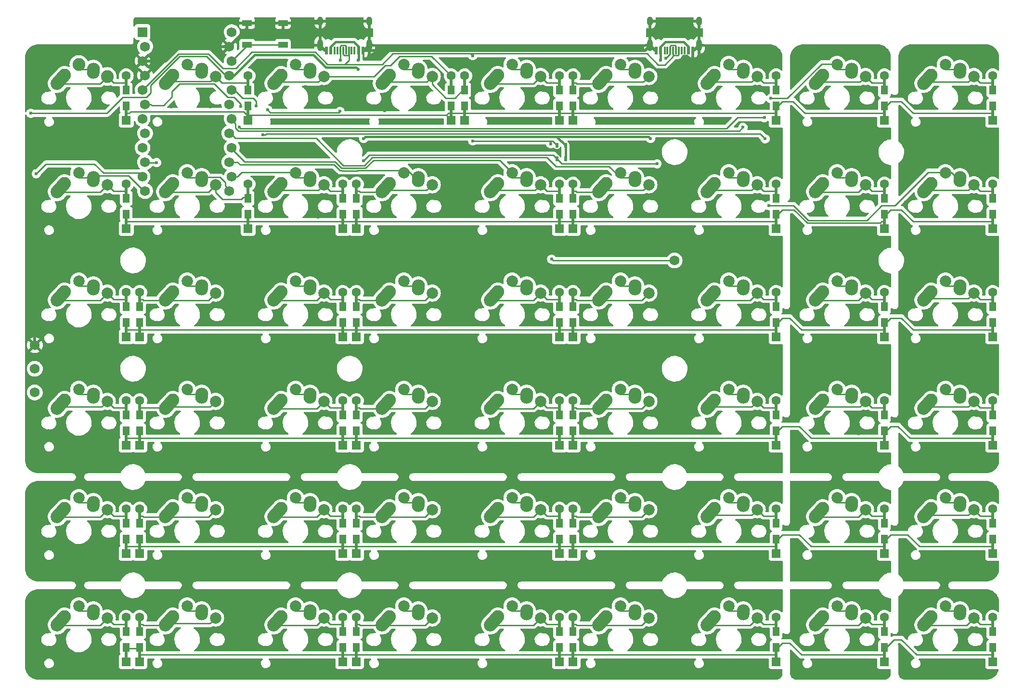
<source format=gbr>
G04 #@! TF.GenerationSoftware,KiCad,Pcbnew,7.0.7*
G04 #@! TF.CreationDate,2023-11-01T16:24:29-04:00*
G04 #@! TF.ProjectId,bfo9000,62666f39-3030-4302-9e6b-696361645f70,rev?*
G04 #@! TF.SameCoordinates,Original*
G04 #@! TF.FileFunction,Copper,L2,Bot*
G04 #@! TF.FilePolarity,Positive*
%FSLAX46Y46*%
G04 Gerber Fmt 4.6, Leading zero omitted, Abs format (unit mm)*
G04 Created by KiCad (PCBNEW 7.0.7) date 2023-11-01 16:24:29*
%MOMM*%
%LPD*%
G01*
G04 APERTURE LIST*
G04 Aperture macros list*
%AMHorizOval*
0 Thick line with rounded ends*
0 $1 width*
0 $2 $3 position (X,Y) of the first rounded end (center of the circle)*
0 $4 $5 position (X,Y) of the second rounded end (center of the circle)*
0 Add line between two ends*
20,1,$1,$2,$3,$4,$5,0*
0 Add two circle primitives to create the rounded ends*
1,1,$1,$2,$3*
1,1,$1,$4,$5*%
G04 Aperture macros list end*
G04 #@! TA.AperFunction,ComponentPad*
%ADD10C,0.600000*%
G04 #@! TD*
G04 #@! TA.AperFunction,ComponentPad*
%ADD11O,1.000000X1.600000*%
G04 #@! TD*
G04 #@! TA.AperFunction,ComponentPad*
%ADD12O,1.000000X2.100000*%
G04 #@! TD*
G04 #@! TA.AperFunction,SMDPad,CuDef*
%ADD13R,0.300000X1.450000*%
G04 #@! TD*
G04 #@! TA.AperFunction,SMDPad,CuDef*
%ADD14R,0.600000X1.450000*%
G04 #@! TD*
G04 #@! TA.AperFunction,SMDPad,CuDef*
%ADD15R,1.200000X1.600000*%
G04 #@! TD*
G04 #@! TA.AperFunction,SMDPad,CuDef*
%ADD16R,0.500000X2.900000*%
G04 #@! TD*
G04 #@! TA.AperFunction,ComponentPad*
%ADD17R,1.600000X1.600000*%
G04 #@! TD*
G04 #@! TA.AperFunction,ComponentPad*
%ADD18C,1.600000*%
G04 #@! TD*
G04 #@! TA.AperFunction,ComponentPad*
%ADD19R,1.752600X1.752600*%
G04 #@! TD*
G04 #@! TA.AperFunction,ComponentPad*
%ADD20C,1.752600*%
G04 #@! TD*
G04 #@! TA.AperFunction,ComponentPad*
%ADD21C,2.250000*%
G04 #@! TD*
G04 #@! TA.AperFunction,ComponentPad*
%ADD22HorizOval,2.250000X0.019771X0.290016X-0.019771X-0.290016X0*%
G04 #@! TD*
G04 #@! TA.AperFunction,ComponentPad*
%ADD23HorizOval,2.250000X0.654995X0.730004X-0.654995X-0.730004X0*%
G04 #@! TD*
G04 #@! TA.AperFunction,ComponentPad*
%ADD24C,2.000000*%
G04 #@! TD*
G04 #@! TA.AperFunction,SMDPad,CuDef*
%ADD25R,1.700000X1.000000*%
G04 #@! TD*
G04 #@! TA.AperFunction,SMDPad,CuDef*
%ADD26R,0.500000X0.900000*%
G04 #@! TD*
G04 #@! TA.AperFunction,ViaPad*
%ADD27C,0.600000*%
G04 #@! TD*
G04 #@! TA.AperFunction,Conductor*
%ADD28C,0.250000*%
G04 #@! TD*
G04 #@! TA.AperFunction,Conductor*
%ADD29C,0.381000*%
G04 #@! TD*
G04 #@! TA.AperFunction,Conductor*
%ADD30C,0.500000*%
G04 #@! TD*
G04 APERTURE END LIST*
D10*
X72800000Y-153850000D03*
X72800000Y-153850000D03*
X73180000Y-134570000D03*
X73180000Y-134570000D03*
X73040000Y-115410000D03*
X73040000Y-115410000D03*
X73090000Y-96760000D03*
X73090000Y-96760000D03*
X137190000Y-58890000D03*
X137190000Y-58890000D03*
X136960000Y-77900000D03*
X136960000Y-77900000D03*
X175240000Y-96890000D03*
X175240000Y-96890000D03*
X194260000Y-77720000D03*
X194260000Y-77720000D03*
X174590000Y-153800000D03*
X174590000Y-153800000D03*
X174590000Y-153800000D03*
X194390000Y-135200000D03*
X194390000Y-135200000D03*
X194390000Y-135200000D03*
X175250000Y-134910000D03*
X175250000Y-134910000D03*
X175250000Y-134910000D03*
X175140000Y-116060000D03*
X175140000Y-116060000D03*
X175140000Y-116060000D03*
X190130000Y-86240000D03*
X190130000Y-86240000D03*
D11*
X166244864Y-43681212D03*
X157604864Y-43681212D03*
D12*
X166244864Y-47861212D03*
X157604864Y-47861212D03*
D13*
X161674864Y-48776212D03*
X162174864Y-48776212D03*
X162674864Y-48776212D03*
X161174864Y-48776212D03*
X163174864Y-48776212D03*
X160674864Y-48776212D03*
X163674864Y-48776212D03*
X160174864Y-48776212D03*
D14*
X159474864Y-48776212D03*
X164374864Y-48776212D03*
X158699864Y-48776212D03*
X165149864Y-48776212D03*
X107106944Y-48776212D03*
X100656944Y-48776212D03*
X106331944Y-48776212D03*
X101431944Y-48776212D03*
D13*
X102131944Y-48776212D03*
X105631944Y-48776212D03*
X102631944Y-48776212D03*
X105131944Y-48776212D03*
X103131944Y-48776212D03*
X104631944Y-48776212D03*
X104131944Y-48776212D03*
X103631944Y-48776212D03*
D12*
X99561944Y-47861212D03*
X108201944Y-47861212D03*
D11*
X99561944Y-43681212D03*
X108201944Y-43681212D03*
D15*
X65484430Y-58550048D03*
D16*
X65484430Y-59650048D03*
D17*
X65484430Y-61050048D03*
D18*
X65484430Y-53250048D03*
D16*
X65484430Y-54650048D03*
D15*
X65484430Y-55750048D03*
X86915698Y-58550048D03*
D16*
X86915698Y-59650048D03*
D17*
X86915698Y-61050048D03*
D18*
X86915698Y-53250048D03*
D16*
X86915698Y-54650048D03*
D15*
X86915698Y-55750048D03*
X122634478Y-58550048D03*
D16*
X122634478Y-59650048D03*
D17*
X122634478Y-61050048D03*
D18*
X122634478Y-53250048D03*
D16*
X122634478Y-54650048D03*
D15*
X122634478Y-55750048D03*
X125015730Y-58550048D03*
D16*
X125015730Y-59650048D03*
D17*
X125015730Y-61050048D03*
D18*
X125015730Y-53250048D03*
D16*
X125015730Y-54650048D03*
D15*
X125015730Y-55750048D03*
X141684494Y-58550000D03*
D16*
X141684494Y-59650000D03*
D17*
X141684494Y-61050000D03*
D18*
X141684494Y-53250000D03*
D16*
X141684494Y-54650000D03*
D15*
X141684494Y-55750000D03*
X144065746Y-58550048D03*
D16*
X144065746Y-59650048D03*
D17*
X144065746Y-61050048D03*
D18*
X144065746Y-53250048D03*
D16*
X144065746Y-54650048D03*
D15*
X144065746Y-55750048D03*
X179784526Y-58550000D03*
D16*
X179784526Y-59650000D03*
D17*
X179784526Y-61050000D03*
D18*
X179784526Y-53250000D03*
D16*
X179784526Y-54650000D03*
D15*
X179784526Y-55750000D03*
X198834542Y-58550048D03*
D16*
X198834542Y-59650048D03*
D17*
X198834542Y-61050048D03*
D18*
X198834542Y-53250048D03*
D16*
X198834542Y-54650048D03*
D15*
X198834542Y-55750048D03*
X217884558Y-58550048D03*
D16*
X217884558Y-59650048D03*
D17*
X217884558Y-61050048D03*
D18*
X217884558Y-53250048D03*
D16*
X217884558Y-54650048D03*
D15*
X217884558Y-55750048D03*
X65484430Y-77600064D03*
D16*
X65484430Y-78700064D03*
D17*
X65484430Y-80100064D03*
D18*
X65484430Y-72300064D03*
D16*
X65484430Y-73700064D03*
D15*
X65484430Y-74800064D03*
X86915698Y-77600000D03*
D16*
X86915698Y-78700000D03*
D17*
X86915698Y-80100000D03*
D18*
X86915698Y-72300000D03*
D16*
X86915698Y-73700000D03*
D15*
X86915698Y-74800000D03*
X103584462Y-77600000D03*
D16*
X103584462Y-78700000D03*
D17*
X103584462Y-80100000D03*
D18*
X103584462Y-72300000D03*
D16*
X103584462Y-73700000D03*
D15*
X103584462Y-74800000D03*
X105965714Y-77600000D03*
D16*
X105965714Y-78700000D03*
D17*
X105965714Y-80100000D03*
D18*
X105965714Y-72300000D03*
D16*
X105965714Y-73700000D03*
D15*
X105965714Y-74800000D03*
X141684494Y-77600064D03*
D16*
X141684494Y-78700064D03*
D17*
X141684494Y-80100064D03*
D18*
X141684494Y-72300064D03*
D16*
X141684494Y-73700064D03*
D15*
X141684494Y-74800064D03*
X144065746Y-77600064D03*
D16*
X144065746Y-78700064D03*
D17*
X144065746Y-80100064D03*
D18*
X144065746Y-72300064D03*
D16*
X144065746Y-73700064D03*
D15*
X144065746Y-74800064D03*
X179784526Y-77600000D03*
D16*
X179784526Y-78700000D03*
D17*
X179784526Y-80100000D03*
D18*
X179784526Y-72300000D03*
D16*
X179784526Y-73700000D03*
D15*
X179784526Y-74800000D03*
X198834542Y-77600064D03*
D16*
X198834542Y-78700064D03*
D17*
X198834542Y-80100064D03*
D18*
X198834542Y-72300064D03*
D16*
X198834542Y-73700064D03*
D15*
X198834542Y-74800064D03*
X217884558Y-77600064D03*
D16*
X217884558Y-78700064D03*
D17*
X217884558Y-80100064D03*
D18*
X217884558Y-72300064D03*
D16*
X217884558Y-73700064D03*
D15*
X217884558Y-74800064D03*
X65484430Y-96650000D03*
D16*
X65484430Y-97750000D03*
D17*
X65484430Y-99150000D03*
D18*
X65484430Y-91350000D03*
D16*
X65484430Y-92750000D03*
D15*
X65484430Y-93850000D03*
X67865682Y-96650000D03*
D16*
X67865682Y-97750000D03*
D17*
X67865682Y-99150000D03*
D18*
X67865682Y-91350000D03*
D16*
X67865682Y-92750000D03*
D15*
X67865682Y-93850000D03*
X103584462Y-96650000D03*
D16*
X103584462Y-97750000D03*
D17*
X103584462Y-99150000D03*
D18*
X103584462Y-91350000D03*
D16*
X103584462Y-92750000D03*
D15*
X103584462Y-93850000D03*
X105965714Y-96650080D03*
D16*
X105965714Y-97750080D03*
D17*
X105965714Y-99150080D03*
D18*
X105965714Y-91350080D03*
D16*
X105965714Y-92750080D03*
D15*
X105965714Y-93850080D03*
X141684494Y-96650080D03*
D16*
X141684494Y-97750080D03*
D17*
X141684494Y-99150080D03*
D18*
X141684494Y-91350080D03*
D16*
X141684494Y-92750080D03*
D15*
X141684494Y-93850080D03*
X144065746Y-96650080D03*
D16*
X144065746Y-97750080D03*
D17*
X144065746Y-99150080D03*
D18*
X144065746Y-91350080D03*
D16*
X144065746Y-92750080D03*
D15*
X144065746Y-93850080D03*
X179784526Y-96650000D03*
D16*
X179784526Y-97750000D03*
D17*
X179784526Y-99150000D03*
D18*
X179784526Y-91350000D03*
D16*
X179784526Y-92750000D03*
D15*
X179784526Y-93850000D03*
X198834542Y-96650080D03*
D16*
X198834542Y-97750080D03*
D17*
X198834542Y-99150080D03*
D18*
X198834542Y-91350080D03*
D16*
X198834542Y-92750080D03*
D15*
X198834542Y-93850080D03*
X217884558Y-96650000D03*
D16*
X217884558Y-97750000D03*
D17*
X217884558Y-99150000D03*
D18*
X217884558Y-91350000D03*
D16*
X217884558Y-92750000D03*
D15*
X217884558Y-93850000D03*
X65484430Y-115700096D03*
D16*
X65484430Y-116800096D03*
D17*
X65484430Y-118200096D03*
D18*
X65484430Y-110400096D03*
D16*
X65484430Y-111800096D03*
D15*
X65484430Y-112900096D03*
X67865682Y-115700000D03*
D16*
X67865682Y-116800000D03*
D17*
X67865682Y-118200000D03*
D18*
X67865682Y-110400000D03*
D16*
X67865682Y-111800000D03*
D15*
X67865682Y-112900000D03*
X103584462Y-115700000D03*
D16*
X103584462Y-116800000D03*
D17*
X103584462Y-118200000D03*
D18*
X103584462Y-110400000D03*
D16*
X103584462Y-111800000D03*
D15*
X103584462Y-112900000D03*
X105965714Y-115700000D03*
D16*
X105965714Y-116800000D03*
D17*
X105965714Y-118200000D03*
D18*
X105965714Y-110400000D03*
D16*
X105965714Y-111800000D03*
D15*
X105965714Y-112900000D03*
X141684494Y-115700096D03*
D16*
X141684494Y-116800096D03*
D17*
X141684494Y-118200096D03*
D18*
X141684494Y-110400096D03*
D16*
X141684494Y-111800096D03*
D15*
X141684494Y-112900096D03*
X144065746Y-115700096D03*
D16*
X144065746Y-116800096D03*
D17*
X144065746Y-118200096D03*
D18*
X144065746Y-110400096D03*
D16*
X144065746Y-111800096D03*
D15*
X144065746Y-112900096D03*
X179784526Y-115700000D03*
D16*
X179784526Y-116800000D03*
D17*
X179784526Y-118200000D03*
D18*
X179784526Y-110400000D03*
D16*
X179784526Y-111800000D03*
D15*
X179784526Y-112900000D03*
X198834542Y-115700000D03*
D16*
X198834542Y-116800000D03*
D17*
X198834542Y-118200000D03*
D18*
X198834542Y-110400000D03*
D16*
X198834542Y-111800000D03*
D15*
X198834542Y-112900000D03*
X217884558Y-115700096D03*
D16*
X217884558Y-116800096D03*
D17*
X217884558Y-118200096D03*
D18*
X217884558Y-110400096D03*
D16*
X217884558Y-111800096D03*
D15*
X217884558Y-112900096D03*
X65484430Y-134750000D03*
D16*
X65484430Y-135850000D03*
D17*
X65484430Y-137250000D03*
D18*
X65484430Y-129450000D03*
D16*
X65484430Y-130850000D03*
D15*
X65484430Y-131950000D03*
X67865682Y-134750000D03*
D16*
X67865682Y-135850000D03*
D17*
X67865682Y-137250000D03*
D18*
X67865682Y-129450000D03*
D16*
X67865682Y-130850000D03*
D15*
X67865682Y-131950000D03*
X103584462Y-134750000D03*
D16*
X103584462Y-135850000D03*
D17*
X103584462Y-137250000D03*
D18*
X103584462Y-129450000D03*
D16*
X103584462Y-130850000D03*
D15*
X103584462Y-131950000D03*
X105965714Y-134750112D03*
D16*
X105965714Y-135850112D03*
D17*
X105965714Y-137250112D03*
D18*
X105965714Y-129450112D03*
D16*
X105965714Y-130850112D03*
D15*
X105965714Y-131950112D03*
X141684494Y-134750112D03*
D16*
X141684494Y-135850112D03*
D17*
X141684494Y-137250112D03*
D18*
X141684494Y-129450112D03*
D16*
X141684494Y-130850112D03*
D15*
X141684494Y-131950112D03*
X144065746Y-134750000D03*
D16*
X144065746Y-135850000D03*
D17*
X144065746Y-137250000D03*
D18*
X144065746Y-129450000D03*
D16*
X144065746Y-130850000D03*
D15*
X144065746Y-131950000D03*
X179784526Y-134750112D03*
D16*
X179784526Y-135850112D03*
D17*
X179784526Y-137250112D03*
D18*
X179784526Y-129450112D03*
D16*
X179784526Y-130850112D03*
D15*
X179784526Y-131950112D03*
X198834542Y-134750112D03*
D16*
X198834542Y-135850112D03*
D17*
X198834542Y-137250112D03*
D18*
X198834542Y-129450112D03*
D16*
X198834542Y-130850112D03*
D15*
X198834542Y-131950112D03*
X217884558Y-134750000D03*
D16*
X217884558Y-135850000D03*
D17*
X217884558Y-137250000D03*
D18*
X217884558Y-129450000D03*
D16*
X217884558Y-130850000D03*
D15*
X217884558Y-131950000D03*
X65484430Y-153800128D03*
D16*
X65484430Y-154900128D03*
D17*
X65484430Y-156300128D03*
D18*
X65484430Y-148500128D03*
D16*
X65484430Y-149900128D03*
D15*
X65484430Y-151000128D03*
X67865682Y-153800000D03*
D16*
X67865682Y-154900000D03*
D17*
X67865682Y-156300000D03*
D18*
X67865682Y-148500000D03*
D16*
X67865682Y-149900000D03*
D15*
X67865682Y-151000000D03*
X103584462Y-153800000D03*
D16*
X103584462Y-154900000D03*
D17*
X103584462Y-156300000D03*
D18*
X103584462Y-148500000D03*
D16*
X103584462Y-149900000D03*
D15*
X103584462Y-151000000D03*
X105965714Y-153800000D03*
D16*
X105965714Y-154900000D03*
D17*
X105965714Y-156300000D03*
D18*
X105965714Y-148500000D03*
D16*
X105965714Y-149900000D03*
D15*
X105965714Y-151000000D03*
X141684494Y-153800000D03*
D16*
X141684494Y-154900000D03*
D17*
X141684494Y-156300000D03*
D18*
X141684494Y-148500000D03*
D16*
X141684494Y-149900000D03*
D15*
X141684494Y-151000000D03*
X144065746Y-153800128D03*
D16*
X144065746Y-154900128D03*
D17*
X144065746Y-156300128D03*
D18*
X144065746Y-148500128D03*
D16*
X144065746Y-149900128D03*
D15*
X144065746Y-151000128D03*
X179784526Y-153800128D03*
D16*
X179784526Y-154900128D03*
D17*
X179784526Y-156300128D03*
D18*
X179784526Y-148500128D03*
D16*
X179784526Y-149900128D03*
D15*
X179784526Y-151000128D03*
X198834542Y-153800128D03*
D16*
X198834542Y-154900128D03*
D17*
X198834542Y-156300128D03*
D18*
X198834542Y-148500128D03*
D16*
X198834542Y-149900128D03*
D15*
X198834542Y-151000128D03*
X217884558Y-153800128D03*
D16*
X217884558Y-154900128D03*
D17*
X217884558Y-156300128D03*
D18*
X217884558Y-148500128D03*
D16*
X217884558Y-149900128D03*
D15*
X217884558Y-151000128D03*
D19*
X68351464Y-45561300D03*
D20*
X68808664Y-48101300D03*
X68351464Y-50641300D03*
X68808664Y-53181300D03*
X68351464Y-55721300D03*
X68808664Y-58261300D03*
X68351464Y-60801300D03*
X68808664Y-63341300D03*
X68351464Y-65881300D03*
X68808664Y-68421300D03*
X68351464Y-70961300D03*
X68808664Y-73501300D03*
X83591464Y-73501300D03*
X84048664Y-70961300D03*
X83591464Y-68421300D03*
X84048664Y-65881300D03*
X83591464Y-63341300D03*
X84048664Y-60801300D03*
X83591464Y-58261300D03*
X84048664Y-55721300D03*
X83591464Y-53181300D03*
X84048664Y-50641300D03*
X83591464Y-48101300D03*
X84048664Y-45561300D03*
X161925136Y-85725072D03*
X49410979Y-104775088D03*
X49410979Y-108942279D03*
X49410979Y-100607897D03*
D10*
X122750000Y-157350000D03*
X122800000Y-139000000D03*
X50375000Y-136575000D03*
X60825000Y-137825000D03*
X84750000Y-139125000D03*
X98625000Y-139250000D03*
X142100000Y-139875000D03*
X157750000Y-139250000D03*
X175700000Y-139550000D03*
X195000000Y-139850000D03*
X204025000Y-139525000D03*
X71475000Y-120600000D03*
X61625000Y-122075000D03*
X71025000Y-102975000D03*
X68300000Y-81250000D03*
X212650000Y-139450000D03*
X215225000Y-126975000D03*
X193100000Y-120275000D03*
X191800000Y-103075000D03*
X191800000Y-157000000D03*
X209925000Y-157225000D03*
X211350000Y-104500000D03*
X210650000Y-84825000D03*
X194310000Y-116160000D03*
X194310000Y-116160000D03*
X194310000Y-116160000D03*
X210740802Y-64889117D03*
X207000000Y-49470000D03*
X188060000Y-49260000D03*
X192125000Y-65775000D03*
X174725000Y-66225000D03*
X139125000Y-70900000D03*
X124930000Y-82520000D03*
X120700000Y-65775000D03*
X53160000Y-84560000D03*
X145850000Y-67100000D03*
X108075000Y-71675000D03*
X80360000Y-66972600D03*
X65500000Y-66950000D03*
X60170000Y-125920000D03*
X202575000Y-75500000D03*
X92360000Y-66190000D03*
X132754799Y-61317239D03*
X212526384Y-154185808D03*
X195040000Y-125730000D03*
X185460000Y-126570000D03*
X110930000Y-59380000D03*
X92080000Y-58360000D03*
D21*
X57150000Y-51250000D03*
D22*
X59669771Y-52359984D03*
D21*
X59690000Y-52070000D03*
D23*
X53994995Y-53879996D03*
D21*
X54650000Y-53150000D03*
X62150000Y-53350000D03*
D24*
X76200000Y-51250000D03*
D22*
X78719771Y-52359984D03*
D21*
X78740000Y-52070000D03*
D23*
X73044995Y-53879996D03*
D21*
X73700000Y-53150000D03*
D24*
X81200000Y-53350000D03*
X95250000Y-51250000D03*
D22*
X97769771Y-52359984D03*
D21*
X97790000Y-52070000D03*
D23*
X92094995Y-53879996D03*
D21*
X92750000Y-53150000D03*
D24*
X100250000Y-53350000D03*
X114300000Y-51250000D03*
D22*
X116819771Y-52359984D03*
D21*
X116840000Y-52070000D03*
D23*
X111144995Y-53879996D03*
D21*
X111800000Y-53150000D03*
D24*
X119300000Y-53350000D03*
X133350000Y-51250000D03*
D22*
X135869771Y-52359984D03*
D21*
X135890000Y-52070000D03*
D23*
X130194995Y-53879996D03*
D21*
X130850000Y-53150000D03*
D24*
X138350000Y-53350000D03*
X152400000Y-51250000D03*
D22*
X154919771Y-52359984D03*
D21*
X154940000Y-52070000D03*
D23*
X149244995Y-53879996D03*
D21*
X149900000Y-53150000D03*
D24*
X157400000Y-53350000D03*
X171450000Y-51250000D03*
D22*
X173969771Y-52359984D03*
D21*
X173990000Y-52070000D03*
D23*
X168294995Y-53879996D03*
D21*
X168950000Y-53150000D03*
D24*
X176450000Y-53350000D03*
X190500000Y-51250000D03*
D22*
X193019771Y-52359984D03*
D21*
X193040000Y-52070000D03*
D23*
X187344995Y-53879996D03*
D21*
X188000000Y-53150000D03*
D24*
X195500000Y-53350000D03*
X209550000Y-51250000D03*
D22*
X212069771Y-52359984D03*
D21*
X212090000Y-52070000D03*
D23*
X206394995Y-53879996D03*
D21*
X207050000Y-53150000D03*
D24*
X214550000Y-53350000D03*
X57150000Y-70300000D03*
D22*
X59669771Y-71409984D03*
D21*
X59690000Y-71120000D03*
D23*
X53994995Y-72929996D03*
D21*
X54650000Y-72200000D03*
D24*
X62150000Y-72400000D03*
X76200000Y-70300000D03*
D22*
X78719771Y-71409984D03*
D21*
X78740000Y-71120000D03*
D23*
X73044995Y-72929996D03*
D21*
X73700000Y-72200000D03*
D24*
X81200000Y-72400000D03*
X95250000Y-70300000D03*
D22*
X97769771Y-71409984D03*
D21*
X97790000Y-71120000D03*
D23*
X92094995Y-72929996D03*
D21*
X92750000Y-72200000D03*
D24*
X100250000Y-72400000D03*
X114300000Y-70300000D03*
D22*
X116819771Y-71409984D03*
D21*
X116840000Y-71120000D03*
D23*
X111144995Y-72929996D03*
D21*
X111800000Y-72200000D03*
D24*
X119300000Y-72400000D03*
X133350000Y-70300000D03*
D22*
X135869771Y-71409984D03*
D21*
X135890000Y-71120000D03*
D23*
X130194995Y-72929996D03*
D21*
X130850000Y-72200000D03*
D24*
X138350000Y-72400000D03*
X152400000Y-70300000D03*
D22*
X154919771Y-71409984D03*
D21*
X154940000Y-71120000D03*
D23*
X149244995Y-72929996D03*
D21*
X149900000Y-72200000D03*
D24*
X157400000Y-72400000D03*
X171450000Y-70300000D03*
D22*
X173969771Y-71409984D03*
D21*
X173990000Y-71120000D03*
D23*
X168294995Y-72929996D03*
D21*
X168950000Y-72200000D03*
D24*
X176450000Y-72400000D03*
X190500000Y-70300000D03*
D22*
X193019771Y-71409984D03*
D21*
X193040000Y-71120000D03*
D23*
X187344995Y-72929996D03*
D21*
X188000000Y-72200000D03*
D24*
X195500000Y-72400000D03*
X209550000Y-70300000D03*
D22*
X212069771Y-71409984D03*
D21*
X212090000Y-71120000D03*
D23*
X206394995Y-72929996D03*
D21*
X207050000Y-72200000D03*
D24*
X214550000Y-72400000D03*
X57150000Y-89350000D03*
D22*
X59669771Y-90459984D03*
D21*
X59690000Y-90170000D03*
D23*
X53994995Y-91979996D03*
D21*
X54650000Y-91250000D03*
D24*
X62150000Y-91450000D03*
X76200000Y-89350000D03*
D22*
X78719771Y-90459984D03*
D21*
X78740000Y-90170000D03*
D23*
X73044995Y-91979996D03*
D21*
X73700000Y-91250000D03*
D24*
X81200000Y-91450000D03*
X95250000Y-89350000D03*
D22*
X97769771Y-90459984D03*
D21*
X97790000Y-90170000D03*
D23*
X92094995Y-91979996D03*
D21*
X92750000Y-91250000D03*
D24*
X100250000Y-91450000D03*
X114300000Y-89350000D03*
D22*
X116819771Y-90459984D03*
D21*
X116840000Y-90170000D03*
D23*
X111144995Y-91979996D03*
D21*
X111800000Y-91250000D03*
D24*
X119300000Y-91450000D03*
X133350000Y-89350000D03*
D22*
X135869771Y-90459984D03*
D21*
X135890000Y-90170000D03*
D23*
X130194995Y-91979996D03*
D21*
X130850000Y-91250000D03*
D24*
X138350000Y-91450000D03*
X152400000Y-89350000D03*
D22*
X154919771Y-90459984D03*
D21*
X154940000Y-90170000D03*
D23*
X149244995Y-91979996D03*
D21*
X149900000Y-91250000D03*
D24*
X157400000Y-91450000D03*
X171450000Y-89350000D03*
D22*
X173969771Y-90459984D03*
D21*
X173990000Y-90170000D03*
D23*
X168294995Y-91979996D03*
D21*
X168950000Y-91250000D03*
D24*
X176450000Y-91450000D03*
X190500000Y-89350000D03*
D22*
X193019771Y-90459984D03*
D21*
X193040000Y-90170000D03*
D23*
X187344995Y-91979996D03*
D21*
X188000000Y-91250000D03*
D24*
X195500000Y-91450000D03*
X209550000Y-89350000D03*
D22*
X212069771Y-90459984D03*
D21*
X212090000Y-90170000D03*
D23*
X206394995Y-91979996D03*
D21*
X207050000Y-91250000D03*
D24*
X214550000Y-91450000D03*
X57150000Y-108400000D03*
D22*
X59669771Y-109509984D03*
D21*
X59690000Y-109220000D03*
D23*
X53994995Y-111029996D03*
D21*
X54650000Y-110300000D03*
D24*
X62150000Y-110500000D03*
X76200000Y-108400000D03*
D22*
X78719771Y-109509984D03*
D21*
X78740000Y-109220000D03*
D23*
X73044995Y-111029996D03*
D21*
X73700000Y-110300000D03*
D24*
X81200000Y-110500000D03*
X95250000Y-108400000D03*
D22*
X97769771Y-109509984D03*
D21*
X97790000Y-109220000D03*
D23*
X92094995Y-111029996D03*
D21*
X92750000Y-110300000D03*
D24*
X100250000Y-110500000D03*
X114300000Y-108400000D03*
D22*
X116819771Y-109509984D03*
D21*
X116840000Y-109220000D03*
D23*
X111144995Y-111029996D03*
D21*
X111800000Y-110300000D03*
D24*
X119300000Y-110500000D03*
X133350000Y-108400000D03*
D22*
X135869771Y-109509984D03*
D21*
X135890000Y-109220000D03*
D23*
X130194995Y-111029996D03*
D21*
X130850000Y-110300000D03*
D24*
X138350000Y-110500000D03*
X152400000Y-108400000D03*
D22*
X154919771Y-109509984D03*
D21*
X154940000Y-109220000D03*
D23*
X149244995Y-111029996D03*
D21*
X149900000Y-110300000D03*
D24*
X157400000Y-110500000D03*
X171450000Y-108400000D03*
D22*
X173969771Y-109509984D03*
D21*
X173990000Y-109220000D03*
D23*
X168294995Y-111029996D03*
D21*
X168950000Y-110300000D03*
D24*
X176450000Y-110500000D03*
X190500000Y-108400000D03*
D22*
X193019771Y-109509984D03*
D21*
X193040000Y-109220000D03*
D23*
X187344995Y-111029996D03*
D21*
X188000000Y-110300000D03*
D24*
X195500000Y-110500000D03*
X209550000Y-108400000D03*
D22*
X212069771Y-109509984D03*
D21*
X212090000Y-109220000D03*
D23*
X206394995Y-111029996D03*
D21*
X207050000Y-110300000D03*
D24*
X214550000Y-110500000D03*
X57150000Y-127450000D03*
D22*
X59669771Y-128559984D03*
D21*
X59690000Y-128270000D03*
D23*
X53994995Y-130079996D03*
D21*
X54650000Y-129350000D03*
D24*
X62150000Y-129550000D03*
X76200000Y-127450000D03*
D22*
X78719771Y-128559984D03*
D21*
X78740000Y-128270000D03*
D23*
X73044995Y-130079996D03*
D21*
X73700000Y-129350000D03*
D24*
X81200000Y-129550000D03*
X95250000Y-127450000D03*
D22*
X97769771Y-128559984D03*
D21*
X97790000Y-128270000D03*
D23*
X92094995Y-130079996D03*
D21*
X92750000Y-129350000D03*
D24*
X100250000Y-129550000D03*
X114300000Y-127450000D03*
D22*
X116819771Y-128559984D03*
D21*
X116840000Y-128270000D03*
D23*
X111144995Y-130079996D03*
D21*
X111800000Y-129350000D03*
D24*
X119300000Y-129550000D03*
X133350000Y-127450000D03*
D22*
X135869771Y-128559984D03*
D21*
X135890000Y-128270000D03*
D23*
X130194995Y-130079996D03*
D21*
X130850000Y-129350000D03*
D24*
X138350000Y-129550000D03*
X152400000Y-127450000D03*
D22*
X154919771Y-128559984D03*
D21*
X154940000Y-128270000D03*
D23*
X149244995Y-130079996D03*
D21*
X149900000Y-129350000D03*
D24*
X157400000Y-129550000D03*
X171450000Y-127450000D03*
D22*
X173969771Y-128559984D03*
D21*
X173990000Y-128270000D03*
D23*
X168294995Y-130079996D03*
D21*
X168950000Y-129350000D03*
D24*
X176450000Y-129550000D03*
X190500000Y-127450000D03*
D22*
X193019771Y-128559984D03*
D21*
X193040000Y-128270000D03*
D23*
X187344995Y-130079996D03*
D21*
X188000000Y-129350000D03*
D24*
X195500000Y-129550000D03*
X209550000Y-127450000D03*
D22*
X212069771Y-128559984D03*
D21*
X212090000Y-128270000D03*
D23*
X206394995Y-130079996D03*
D21*
X207050000Y-129350000D03*
D24*
X214550000Y-129550000D03*
X57150000Y-146500000D03*
D22*
X59669771Y-147609984D03*
D21*
X59690000Y-147320000D03*
D23*
X53994995Y-149129996D03*
D21*
X54650000Y-148400000D03*
D24*
X62150000Y-148600000D03*
X76200000Y-146500000D03*
D22*
X78719771Y-147609984D03*
D21*
X78740000Y-147320000D03*
D23*
X73044995Y-149129996D03*
D21*
X73700000Y-148400000D03*
D24*
X81200000Y-148600000D03*
X95250000Y-146500000D03*
D22*
X97769771Y-147609984D03*
D21*
X97790000Y-147320000D03*
D23*
X92094995Y-149129996D03*
D21*
X92750000Y-148400000D03*
D24*
X100250000Y-148600000D03*
X114300000Y-146500000D03*
D22*
X116819771Y-147609984D03*
D21*
X116840000Y-147320000D03*
D23*
X111144995Y-149129996D03*
D21*
X111800000Y-148400000D03*
D24*
X119300000Y-148600000D03*
X133350000Y-146500000D03*
D22*
X135869771Y-147609984D03*
D21*
X135890000Y-147320000D03*
D23*
X130194995Y-149129996D03*
D21*
X130850000Y-148400000D03*
D24*
X138350000Y-148600000D03*
X152400000Y-146500000D03*
D22*
X154919771Y-147609984D03*
D21*
X154940000Y-147320000D03*
D23*
X149244995Y-149129996D03*
D21*
X149900000Y-148400000D03*
D24*
X157400000Y-148600000D03*
X171450000Y-146500000D03*
D22*
X173969771Y-147609984D03*
D21*
X173990000Y-147320000D03*
D23*
X168294995Y-149129996D03*
D21*
X168950000Y-148400000D03*
D24*
X176450000Y-148600000D03*
X190500000Y-146500000D03*
D22*
X193019771Y-147609984D03*
D21*
X193040000Y-147320000D03*
D23*
X187344995Y-149129996D03*
D21*
X188000000Y-148400000D03*
D24*
X195500000Y-148600000D03*
X209550000Y-146500000D03*
D22*
X212069771Y-147609984D03*
D21*
X212090000Y-147320000D03*
D23*
X206394995Y-149129996D03*
D21*
X207050000Y-148400000D03*
D24*
X214550000Y-148600000D03*
D10*
X61400000Y-82790000D03*
X74140000Y-84560000D03*
X66670000Y-89100000D03*
X74414000Y-137517072D03*
X75170000Y-118510000D03*
X49440000Y-102770000D03*
X84165000Y-77265000D03*
X91895000Y-77825000D03*
X99215000Y-78105000D03*
X111005000Y-78025000D03*
X124320000Y-74300000D03*
X149080000Y-77950000D03*
X137500000Y-97040000D03*
X149260000Y-97000000D03*
X148605000Y-61015000D03*
X149055000Y-58785000D03*
X146385000Y-51505000D03*
X128365000Y-50935000D03*
X123375000Y-50855000D03*
X117871776Y-58340576D03*
X187175000Y-58895000D03*
X206315000Y-58895000D03*
X194275000Y-58835000D03*
X213225000Y-58835000D03*
X212975000Y-77925000D03*
X206385000Y-77755000D03*
X187435000Y-77475000D03*
X175085000Y-78035000D03*
X187045000Y-115945000D03*
X213215000Y-115945000D03*
X213175000Y-135185000D03*
X206355000Y-134925000D03*
X187195000Y-134955000D03*
X206400000Y-153930000D03*
X193640000Y-154120000D03*
X149260000Y-154070000D03*
X136570000Y-153960000D03*
X149190000Y-134800000D03*
X137450000Y-135100000D03*
X111060000Y-153990000D03*
X111220000Y-134650000D03*
X98990000Y-134990000D03*
X98430000Y-153930000D03*
X98930000Y-115830000D03*
X111000000Y-115880000D03*
X149110000Y-115990000D03*
X136900000Y-115910000D03*
X111070000Y-96680000D03*
X98840000Y-97020000D03*
X213320000Y-96975000D03*
X206470000Y-96785000D03*
X194260000Y-96960000D03*
X194260000Y-96960000D03*
X175095000Y-58815000D03*
X89315000Y-52095000D03*
X186245000Y-139095000D03*
X169663920Y-61317136D03*
X113109280Y-61317136D03*
X120848336Y-54768704D03*
X80280000Y-58720000D03*
X73440000Y-58730000D03*
X60850000Y-58950000D03*
X97090000Y-55120000D03*
X94540000Y-61330000D03*
X100670000Y-61270000D03*
X101410000Y-64880000D03*
X105220000Y-57140000D03*
X99100000Y-55380000D03*
X64610000Y-49970000D03*
X76200000Y-64900000D03*
D25*
X86742112Y-47758475D03*
X93042112Y-47758475D03*
X86742112Y-43958475D03*
X93042112Y-43958475D03*
D26*
X142731912Y-67865682D03*
X141231912Y-67865682D03*
X142731912Y-65484430D03*
X141231912Y-65484430D03*
D27*
X160420000Y-50180000D03*
X158830000Y-68730000D03*
X106280000Y-52080000D03*
X126420000Y-49720000D03*
X157700000Y-64280000D03*
X159460000Y-50520000D03*
X106280000Y-50460000D03*
X107240000Y-64260000D03*
X103131944Y-50470000D03*
X49590000Y-97420000D03*
X50690000Y-49610000D03*
X48704990Y-59840000D03*
X70845010Y-68510000D03*
X173950000Y-62310000D03*
X177700000Y-60610000D03*
X178800000Y-57230000D03*
X85395294Y-62254706D03*
X177840000Y-64340000D03*
X178520000Y-76070000D03*
X89540000Y-63582781D03*
X88345110Y-58539009D03*
X140310000Y-85500000D03*
X140120000Y-65210000D03*
X126420000Y-64700000D03*
X103070401Y-59501502D03*
X107230000Y-68220000D03*
X85620000Y-58629998D03*
X90360000Y-59250000D03*
X49663051Y-70476949D03*
D28*
X161174864Y-48776212D02*
X161174864Y-49425136D01*
X161174864Y-49425136D02*
X160420000Y-50180000D01*
X160193604Y-51340000D02*
X161674864Y-49858740D01*
X126010000Y-49340000D02*
X157050000Y-49340000D01*
X159050000Y-51340000D02*
X160193604Y-51340000D01*
X141231912Y-67865682D02*
X142096230Y-68730000D01*
X157050000Y-49340000D02*
X159050000Y-51340000D01*
X161674864Y-49858740D02*
X161674864Y-48776212D01*
X142096230Y-68730000D02*
X158830000Y-68730000D01*
D29*
X83591464Y-53181300D02*
X84458700Y-53181300D01*
X105960000Y-51760000D02*
X106280000Y-52080000D01*
X84458700Y-53181300D02*
X88060000Y-49580000D01*
X88060000Y-49580000D02*
X98430000Y-49580000D01*
X98430000Y-49580000D02*
X100610000Y-51760000D01*
X100610000Y-51760000D02*
X105960000Y-51760000D01*
D28*
X68580064Y-58261300D02*
X69819339Y-58261300D01*
X70008039Y-58450000D02*
X72050000Y-58450000D01*
X73540000Y-55970000D02*
X74830000Y-54680000D01*
X73540000Y-56960000D02*
X73540000Y-55970000D01*
X74830000Y-54680000D02*
X81000838Y-54680000D01*
X81000838Y-54680000D02*
X83320838Y-57000000D01*
X69819339Y-58261300D02*
X70008039Y-58450000D01*
X85620000Y-58205734D02*
X85620000Y-58629998D01*
X72050000Y-58450000D02*
X73540000Y-56960000D01*
X83320838Y-57000000D02*
X84414266Y-57000000D01*
X84414266Y-57000000D02*
X85620000Y-58205734D01*
X80320000Y-54230000D02*
X81200000Y-53350000D01*
X72770000Y-54230000D02*
X80320000Y-54230000D01*
X72390000Y-54610000D02*
X72770000Y-54230000D01*
X90360000Y-59250000D02*
X90800000Y-59690000D01*
X90800000Y-59690000D02*
X102881903Y-59690000D01*
X102881903Y-59690000D02*
X103070401Y-59501502D01*
X198834542Y-59850048D02*
X198834542Y-58850048D01*
X86105650Y-59540000D02*
X86705650Y-60140000D01*
X66294478Y-59540000D02*
X86105650Y-59540000D01*
X201810768Y-57745264D02*
X203915552Y-59850048D01*
X203915552Y-59850048D02*
X217884558Y-59850048D01*
X184865568Y-59850048D02*
X198834542Y-59850048D01*
X179784526Y-58850000D02*
X180889262Y-57745264D01*
X198834542Y-58850048D02*
X199939326Y-57745264D01*
X199939326Y-57745264D02*
X201810768Y-57745264D01*
X180889262Y-57745264D02*
X182760784Y-57745264D01*
X141684494Y-59850000D02*
X141684542Y-59850048D01*
X182760784Y-57745264D02*
X184865568Y-59850048D01*
X179784526Y-59850000D02*
X179784526Y-58850000D01*
X144065794Y-59850000D02*
X179784526Y-59850000D01*
X144065746Y-59850048D02*
X144065794Y-59850000D01*
X141684542Y-59850048D02*
X144065746Y-59850048D01*
X141184446Y-59850048D02*
X141184494Y-59850000D01*
X103081787Y-60126512D02*
X121858014Y-60126512D01*
X65984430Y-59850048D02*
X66294478Y-59540000D01*
X122134478Y-59850048D02*
X141184446Y-59850048D01*
X141184494Y-59850000D02*
X141684494Y-59850000D01*
X121858014Y-60126512D02*
X122134478Y-59850048D01*
X86705650Y-60140000D02*
X103068299Y-60140000D01*
X65484430Y-59850048D02*
X65984430Y-59850048D01*
X103068299Y-60140000D02*
X103081787Y-60126512D01*
X112400000Y-49340000D02*
X126010000Y-49340000D01*
X126040000Y-49340000D02*
X126010000Y-49340000D01*
X126420000Y-49720000D02*
X126040000Y-49340000D01*
X103910000Y-51230000D02*
X110510000Y-51230000D01*
X110510000Y-51230000D02*
X112400000Y-49340000D01*
D30*
X156701076Y-48765000D02*
X157604864Y-47861212D01*
X107106944Y-48776212D02*
X107118156Y-48765000D01*
X107118156Y-48765000D02*
X156701076Y-48765000D01*
D28*
X68580064Y-55721300D02*
X68580064Y-55487523D01*
X68580064Y-55487523D02*
X74687598Y-49379989D01*
X98712536Y-49062536D02*
X100880000Y-51230000D01*
X74687598Y-49379989D02*
X79969989Y-49379989D01*
X100880000Y-51230000D02*
X103910000Y-51230000D01*
X79969989Y-49379989D02*
X82510000Y-51920000D01*
X82510000Y-51920000D02*
X84750000Y-51920000D01*
X84750000Y-51920000D02*
X87607464Y-49062536D01*
X87607464Y-49062536D02*
X98712536Y-49062536D01*
X103910000Y-51230000D02*
X104631944Y-50508056D01*
X104631944Y-50508056D02*
X104631944Y-48776212D01*
D29*
X142731912Y-67865682D02*
X142731912Y-65484430D01*
X101431944Y-48776212D02*
X101431944Y-48120212D01*
X102262156Y-47290000D02*
X105501732Y-47290000D01*
X106331944Y-48120212D02*
X106331944Y-48776212D01*
X101431944Y-48120212D02*
X102262156Y-47290000D01*
X105501732Y-47290000D02*
X106331944Y-48120212D01*
X163524652Y-47270000D02*
X164374864Y-48120212D01*
X159474864Y-48776212D02*
X159474864Y-48120212D01*
X160325076Y-47270000D02*
X163524652Y-47270000D01*
X159474864Y-48120212D02*
X160325076Y-47270000D01*
X164374864Y-48120212D02*
X164374864Y-48776212D01*
X106331944Y-48776212D02*
X106331944Y-50408056D01*
X107550000Y-63950000D02*
X141197482Y-63950000D01*
X141197482Y-63950000D02*
X142731912Y-65484430D01*
X107240000Y-64260000D02*
X107550000Y-63950000D01*
X106331944Y-50408056D02*
X106280000Y-50460000D01*
X157370000Y-63950000D02*
X157700000Y-64280000D01*
X141197482Y-63950000D02*
X157370000Y-63950000D01*
X159460000Y-50520000D02*
X159460000Y-48791076D01*
X159460000Y-48791076D02*
X159474864Y-48776212D01*
D28*
X103131944Y-48776212D02*
X103131944Y-50470000D01*
X161674864Y-48776212D02*
X161674864Y-49501212D01*
X161674864Y-49501212D02*
X161849864Y-49676212D01*
X162499864Y-49676212D02*
X162674864Y-49501212D01*
X161849864Y-49676212D02*
X162499864Y-49676212D01*
X162674864Y-49501212D02*
X162674864Y-48776212D01*
X161174864Y-48776212D02*
X161174864Y-48051212D01*
X161174864Y-48051212D02*
X161349864Y-47876212D01*
X161349864Y-47876212D02*
X161999864Y-47876212D01*
X162174864Y-48051212D02*
X162174864Y-48776212D01*
X161999864Y-47876212D02*
X162174864Y-48051212D01*
X103631944Y-48776212D02*
X103631944Y-49501212D01*
X103631944Y-49501212D02*
X103806944Y-49676212D01*
X103806944Y-49676212D02*
X104456944Y-49676212D01*
X104456944Y-49676212D02*
X104631944Y-49501212D01*
X104631944Y-49501212D02*
X104631944Y-48776212D01*
X103131944Y-48776212D02*
X103131944Y-48051212D01*
X103306944Y-47876212D02*
X103956944Y-47876212D01*
X103131944Y-48051212D02*
X103306944Y-47876212D01*
X103956944Y-47876212D02*
X104131944Y-48051212D01*
X104131944Y-48051212D02*
X104131944Y-48776212D01*
X100250000Y-53350000D02*
X109060000Y-53350000D01*
X109060000Y-53350000D02*
X111020000Y-51390000D01*
X119174430Y-49790000D02*
X122634478Y-53250048D01*
X111020000Y-51390000D02*
X111960000Y-51390000D01*
X111960000Y-51390000D02*
X113560000Y-49790000D01*
X113560000Y-49790000D02*
X119174430Y-49790000D01*
D30*
X157604864Y-43681212D02*
X166244864Y-43681212D01*
X165149864Y-48776212D02*
X165329864Y-48776212D01*
X165329864Y-48776212D02*
X166244864Y-47861212D01*
X158699864Y-48776212D02*
X158519864Y-48776212D01*
X158519864Y-48776212D02*
X157604864Y-47861212D01*
X50690000Y-49610000D02*
X51720000Y-48580000D01*
X51720000Y-48580000D02*
X66290164Y-48580000D01*
X66290164Y-48580000D02*
X68351464Y-50641300D01*
X49410979Y-97599021D02*
X49590000Y-97420000D01*
X49410979Y-100607897D02*
X49410979Y-97599021D01*
X93042112Y-43958475D02*
X99284681Y-43958475D01*
X99284681Y-43958475D02*
X99561944Y-43681212D01*
X86742112Y-43958475D02*
X93042112Y-43958475D01*
X83591464Y-48101300D02*
X86742112Y-44950652D01*
X86742112Y-44950652D02*
X86742112Y-43958475D01*
X68351464Y-50641300D02*
X72428700Y-50641300D01*
X72428700Y-50641300D02*
X74968700Y-48101300D01*
X74968700Y-48101300D02*
X83591464Y-48101300D01*
X100656944Y-48776212D02*
X100476944Y-48776212D01*
X100476944Y-48776212D02*
X99561944Y-47861212D01*
X107106944Y-48776212D02*
X107286944Y-48776212D01*
X107286944Y-48776212D02*
X108201944Y-47861212D01*
D28*
X69781365Y-54922633D02*
X74873998Y-49830000D01*
X79641002Y-49830000D02*
X82992302Y-53181300D01*
X48704990Y-59840000D02*
X62080000Y-59840000D01*
X62080000Y-59840000D02*
X64860001Y-57059999D01*
X69781365Y-56297925D02*
X69781365Y-54922633D01*
X64860001Y-57059999D02*
X69019291Y-57059999D01*
X82992302Y-53181300D02*
X84128700Y-53181300D01*
X69019291Y-57059999D02*
X69781365Y-56297925D01*
X74873998Y-49830000D02*
X79641002Y-49830000D01*
X180889278Y-76795248D02*
X182918837Y-76795248D01*
X203915584Y-78900064D02*
X217884558Y-78900064D01*
X144065746Y-78900064D02*
X179784462Y-78900064D01*
X86915698Y-78900000D02*
X103584462Y-78900000D01*
X198834542Y-78900064D02*
X198834542Y-77900064D01*
X179784526Y-77900000D02*
X180889278Y-76795248D01*
X141534430Y-78900000D02*
X141534494Y-78900064D01*
X179784526Y-78900000D02*
X179784526Y-77900000D01*
X103584462Y-78900000D02*
X105965714Y-78900000D01*
X182918837Y-76795248D02*
X185233589Y-79110000D01*
X86915634Y-78900064D02*
X86915698Y-78900000D01*
X198124606Y-79110000D02*
X198334542Y-78900064D01*
X179784462Y-78900064D02*
X179784526Y-78900000D01*
X201810768Y-76795248D02*
X203915584Y-78900064D01*
X105965714Y-78900000D02*
X141534430Y-78900000D01*
X141684494Y-78900064D02*
X144065746Y-78900064D01*
X198334542Y-78900064D02*
X198834542Y-78900064D01*
X185233589Y-79110000D02*
X198124606Y-79110000D01*
X199939358Y-76795248D02*
X201810768Y-76795248D01*
X65484430Y-78900064D02*
X86915634Y-78900064D01*
X198834542Y-77900064D02*
X199939358Y-76795248D01*
X141534494Y-78900064D02*
X141684494Y-78900064D01*
X179784526Y-97950000D02*
X144065826Y-97950000D01*
X179784526Y-97950000D02*
X179784526Y-96950000D01*
X180889294Y-95845232D02*
X182165472Y-95845232D01*
X106240714Y-97950080D02*
X105965714Y-97950080D01*
X203915536Y-97950000D02*
X217884558Y-97950000D01*
X103584542Y-97950080D02*
X103584462Y-97950000D01*
X184270320Y-97950080D02*
X198834542Y-97950080D01*
X103584462Y-97950000D02*
X67865682Y-97950000D01*
X201810768Y-95845232D02*
X203915536Y-97950000D01*
X144065826Y-97950000D02*
X144065746Y-97950080D01*
X199939390Y-95845232D02*
X201810768Y-95845232D01*
X141684494Y-97950080D02*
X106240714Y-97950080D01*
X144065746Y-97950080D02*
X141684494Y-97950080D01*
X198834542Y-96950080D02*
X199939390Y-95845232D01*
X182165472Y-95845232D02*
X184270320Y-97950080D01*
X198834542Y-97950080D02*
X198834542Y-96950080D01*
X67865682Y-97950000D02*
X65484430Y-97950000D01*
X105965714Y-97950080D02*
X103584542Y-97950080D01*
X179784526Y-96950000D02*
X180889294Y-95845232D01*
X67865586Y-117000096D02*
X67865682Y-117000000D01*
X185960998Y-117000000D02*
X198834542Y-117000000D01*
X179509526Y-117000000D02*
X179784526Y-117000000D01*
X203320336Y-117000096D02*
X217884558Y-117000096D01*
X179784526Y-116000000D02*
X180889310Y-114895216D01*
X180889310Y-114895216D02*
X183856214Y-114895216D01*
X198834542Y-116000000D02*
X199939326Y-114895216D01*
X201215456Y-114895216D02*
X203320336Y-117000096D01*
X65484430Y-117000096D02*
X67865586Y-117000096D01*
X179784526Y-117000000D02*
X179784526Y-116000000D01*
X67865682Y-117000000D02*
X103584462Y-117000000D01*
X198834542Y-117000000D02*
X198834542Y-116000000D01*
X105965714Y-117000000D02*
X141684398Y-117000000D01*
X183856214Y-114895216D02*
X185960998Y-117000000D01*
X144065746Y-117000096D02*
X179509430Y-117000096D01*
X141684398Y-117000000D02*
X141684494Y-117000096D01*
X103584462Y-117000000D02*
X105965714Y-117000000D01*
X179509430Y-117000096D02*
X179509526Y-117000000D01*
X199939326Y-114895216D02*
X201215456Y-114895216D01*
X141684494Y-117000096D02*
X144065746Y-117000096D01*
X185961110Y-136050112D02*
X198834542Y-136050112D01*
X105965714Y-136050112D02*
X103584574Y-136050112D01*
X199939454Y-133945200D02*
X202906198Y-133945200D01*
X183856198Y-133945200D02*
X185961110Y-136050112D01*
X198834542Y-135050112D02*
X199939454Y-133945200D01*
X180889438Y-133945200D02*
X183856198Y-133945200D01*
X67865682Y-136050000D02*
X65484430Y-136050000D01*
X205010998Y-136050000D02*
X217884558Y-136050000D01*
X144215634Y-136050112D02*
X144215522Y-136050000D01*
X103584574Y-136050112D02*
X103584462Y-136050000D01*
X105965714Y-136050112D02*
X141684494Y-136050112D01*
X144215522Y-136050000D02*
X144065746Y-136050000D01*
X141684606Y-136050000D02*
X141684494Y-136050112D01*
X67865682Y-136050000D02*
X103584462Y-136050000D01*
X144065746Y-136050000D02*
X141684606Y-136050000D01*
X179784526Y-135050112D02*
X180889438Y-133945200D01*
X202906198Y-133945200D02*
X205010998Y-136050000D01*
X198834542Y-136050112D02*
X198834542Y-135050112D01*
X179784526Y-136050112D02*
X179784526Y-135050112D01*
X179784526Y-136050112D02*
X144215634Y-136050112D01*
X68668764Y-68510000D02*
X70845010Y-68510000D01*
X68580064Y-68421300D02*
X68668764Y-68510000D01*
X179784526Y-154100128D02*
X180889470Y-152995184D01*
X105965714Y-155100000D02*
X141684494Y-155100000D01*
X103584462Y-155100000D02*
X105965714Y-155100000D01*
X144065746Y-155100128D02*
X179634526Y-155100128D01*
X198834542Y-155100128D02*
X198834542Y-154100128D01*
X184270416Y-155100128D02*
X198834542Y-155100128D01*
X182165472Y-152995184D02*
X184270416Y-155100128D01*
X103584462Y-155100000D02*
X67865682Y-155100000D01*
X201810768Y-152399872D02*
X204511024Y-155100128D01*
X141684494Y-155100000D02*
X144065618Y-155100000D01*
X200534798Y-152399872D02*
X201810768Y-152399872D01*
X144065618Y-155100000D02*
X144065746Y-155100128D01*
X179784526Y-155100128D02*
X179784526Y-154100128D01*
X67865554Y-153975128D02*
X67865682Y-153975000D01*
X179634526Y-155100128D02*
X179784526Y-155100128D01*
X65484430Y-153975128D02*
X67865554Y-153975128D01*
X180889470Y-152995184D02*
X182165472Y-152995184D01*
X204511024Y-155100128D02*
X217884558Y-155100128D01*
X198834542Y-154100128D02*
X200534798Y-152399872D01*
X59610000Y-109300000D02*
X59690000Y-109220000D01*
X59150000Y-52150000D02*
X57150000Y-52150000D01*
X59150000Y-128350000D02*
X57150000Y-128350000D01*
X59650000Y-128850000D02*
X59150000Y-128350000D01*
X59610000Y-90250000D02*
X59690000Y-90170000D01*
X65878764Y-70800000D02*
X60550000Y-70800000D01*
X68580064Y-73501300D02*
X65878764Y-70800000D01*
X60550000Y-70800000D02*
X59650000Y-71700000D01*
X57150000Y-147400000D02*
X59150000Y-147400000D01*
X59650000Y-52650000D02*
X59150000Y-52150000D01*
X57150000Y-90250000D02*
X59610000Y-90250000D01*
X57150000Y-109300000D02*
X59610000Y-109300000D01*
X59150000Y-71200000D02*
X57150000Y-71200000D01*
X57150000Y-128350000D02*
X59610000Y-128350000D01*
X59150000Y-147400000D02*
X59650000Y-147900000D01*
X59610000Y-128350000D02*
X59690000Y-128270000D01*
X78200000Y-52150000D02*
X76200000Y-52150000D01*
X76200000Y-147400000D02*
X78200000Y-147400000D01*
X78200000Y-90250000D02*
X76200000Y-90250000D01*
X78700000Y-71700000D02*
X78200000Y-71200000D01*
X79325001Y-71074999D02*
X78700000Y-71700000D01*
X76200000Y-109300000D02*
X78200000Y-109300000D01*
X78200000Y-109300000D02*
X78700000Y-109800000D01*
X78200000Y-71200000D02*
X76200000Y-71200000D01*
X78200000Y-128350000D02*
X78700000Y-128850000D01*
X82943765Y-72625001D02*
X82943765Y-72033765D01*
X83820064Y-73501300D02*
X82943765Y-72625001D01*
X78200000Y-147400000D02*
X78700000Y-147900000D01*
X81984999Y-71074999D02*
X79325001Y-71074999D01*
X76200000Y-128350000D02*
X78200000Y-128350000D01*
X82943765Y-72033765D02*
X81984999Y-71074999D01*
X78700000Y-90750000D02*
X78200000Y-90250000D01*
X97710000Y-109300000D02*
X97790000Y-109220000D01*
X85820638Y-70200001D02*
X94250001Y-70200001D01*
X97250000Y-128350000D02*
X95250000Y-128350000D01*
X83820064Y-70961300D02*
X85059339Y-70961300D01*
X94250001Y-70200001D02*
X95250000Y-71200000D01*
X97750000Y-52650000D02*
X97250000Y-52150000D01*
X97750000Y-147900000D02*
X97250000Y-147400000D01*
X97250000Y-71200000D02*
X95250000Y-71200000D01*
X95250000Y-90250000D02*
X97250000Y-90250000D01*
X85059339Y-70961300D02*
X85820638Y-70200001D01*
X97750000Y-128850000D02*
X97250000Y-128350000D01*
X97250000Y-52150000D02*
X95250000Y-52150000D01*
X97250000Y-90250000D02*
X97750000Y-90750000D01*
X95250000Y-109300000D02*
X97710000Y-109300000D01*
X97250000Y-147400000D02*
X95250000Y-147400000D01*
X116300000Y-90250000D02*
X116800000Y-90750000D01*
X116300000Y-109300000D02*
X116800000Y-109800000D01*
X83820064Y-68421300D02*
X85059339Y-68421300D01*
X106131549Y-69950000D02*
X106151540Y-69930009D01*
X103093599Y-69930009D02*
X103398460Y-69930009D01*
X116800000Y-128850000D02*
X116300000Y-128350000D01*
X103418451Y-69950000D02*
X106131549Y-69950000D01*
X116300000Y-147400000D02*
X116800000Y-147900000D01*
X116300000Y-128350000D02*
X114300000Y-128350000D01*
X114300000Y-90250000D02*
X116300000Y-90250000D01*
X103398460Y-69930009D02*
X103418451Y-69950000D01*
X85059339Y-68421300D02*
X85518048Y-68880009D01*
X102043599Y-68880009D02*
X103093599Y-69930009D01*
X116300000Y-52150000D02*
X116800000Y-52650000D01*
X114300000Y-147400000D02*
X116300000Y-147400000D01*
X85518048Y-68880009D02*
X102043599Y-68880009D01*
X114300000Y-52150000D02*
X116300000Y-52150000D01*
X106151540Y-69930009D02*
X115030009Y-69930009D01*
X115030009Y-69930009D02*
X116800000Y-71700000D01*
X114300000Y-109300000D02*
X116300000Y-109300000D01*
X135810000Y-90250000D02*
X135890000Y-90170000D01*
X135810000Y-109300000D02*
X135890000Y-109220000D01*
X135850000Y-52650000D02*
X135350000Y-52150000D01*
X133350000Y-90250000D02*
X135810000Y-90250000D01*
X135850000Y-147900000D02*
X135350000Y-147400000D01*
X135350000Y-128350000D02*
X135850000Y-128850000D01*
X103584847Y-69480000D02*
X103604847Y-69500000D01*
X103604847Y-69500000D02*
X105945153Y-69500000D01*
X105945153Y-69500000D02*
X105965153Y-69480000D01*
X131160000Y-68110000D02*
X133350000Y-70300000D01*
X135850000Y-71700000D02*
X135350000Y-71200000D01*
X135350000Y-71200000D02*
X133350000Y-71200000D01*
X105965153Y-69480000D02*
X107580000Y-69480000D01*
X108950000Y-68110000D02*
X131160000Y-68110000D01*
X135350000Y-147400000D02*
X133350000Y-147400000D01*
X107580000Y-69480000D02*
X108950000Y-68110000D01*
X102200000Y-68400000D02*
X103280000Y-69480000D01*
X86338764Y-68400000D02*
X102200000Y-68400000D01*
X133350000Y-128350000D02*
X135350000Y-128350000D01*
X83820064Y-65881300D02*
X86338764Y-68400000D01*
X135350000Y-52150000D02*
X133350000Y-52150000D01*
X103280000Y-69480000D02*
X103584847Y-69480000D01*
X133350000Y-109300000D02*
X135810000Y-109300000D01*
X154860000Y-90250000D02*
X154940000Y-90170000D01*
X154860000Y-109300000D02*
X154940000Y-109220000D01*
X107375001Y-69000001D02*
X108735002Y-67640000D01*
X154400000Y-128350000D02*
X152400000Y-128350000D01*
X108735002Y-67640000D02*
X139500000Y-67640000D01*
X103741244Y-69000001D02*
X103791243Y-69050000D01*
X152400000Y-147400000D02*
X154400000Y-147400000D01*
X105808756Y-69000001D02*
X107375001Y-69000001D01*
X105758757Y-69050000D02*
X105808756Y-69000001D01*
X154400000Y-71200000D02*
X154900000Y-71700000D01*
X83820064Y-63341300D02*
X84696363Y-64217599D01*
X152400000Y-109300000D02*
X154860000Y-109300000D01*
X103658999Y-69000001D02*
X103741244Y-69000001D01*
X154900000Y-128850000D02*
X154400000Y-128350000D01*
X84696363Y-64217599D02*
X98876597Y-64217599D01*
X98876597Y-64217599D02*
X103658999Y-69000001D01*
X150390000Y-69190000D02*
X152400000Y-71200000D01*
X103791243Y-69050000D02*
X105758757Y-69050000D01*
X154400000Y-52150000D02*
X154900000Y-52650000D01*
X152400000Y-71200000D02*
X154400000Y-71200000D01*
X141050000Y-69190000D02*
X150390000Y-69190000D01*
X154400000Y-147400000D02*
X154900000Y-147900000D01*
X152400000Y-52150000D02*
X154400000Y-52150000D01*
X139500000Y-67640000D02*
X141050000Y-69190000D01*
X152400000Y-90250000D02*
X154860000Y-90250000D01*
X173950000Y-90750000D02*
X173450000Y-90250000D01*
X173450000Y-147400000D02*
X171450000Y-147400000D01*
X171450000Y-128350000D02*
X173450000Y-128350000D01*
X173302229Y-62957771D02*
X173950000Y-62310000D01*
X173450000Y-90250000D02*
X171450000Y-90250000D01*
X84696363Y-61677599D02*
X84696363Y-62439673D01*
X173950000Y-147900000D02*
X173450000Y-147400000D01*
X173450000Y-109300000D02*
X171450000Y-109300000D01*
X173450000Y-71200000D02*
X171450000Y-71200000D01*
X173950000Y-71700000D02*
X173450000Y-71200000D01*
X85214461Y-62957771D02*
X173302229Y-62957771D01*
X84696363Y-62439673D02*
X85214461Y-62957771D01*
X173950000Y-52650000D02*
X173450000Y-52150000D01*
X173450000Y-128350000D02*
X173950000Y-128850000D01*
X173950000Y-109800000D02*
X173450000Y-109300000D01*
X173450000Y-52150000D02*
X171450000Y-52150000D01*
X83820064Y-60801300D02*
X84696363Y-61677599D01*
X178800000Y-57230000D02*
X181721513Y-57230000D01*
X190500000Y-128350000D02*
X192500000Y-128350000D01*
X187801512Y-51150001D02*
X189500001Y-51150001D01*
X192500000Y-52150000D02*
X190500000Y-52150000D01*
X190500000Y-147400000D02*
X192500000Y-147400000D01*
X192500000Y-71200000D02*
X190500000Y-71200000D01*
X171082240Y-62507760D02*
X172980000Y-60610000D01*
X192500000Y-90250000D02*
X190500000Y-90250000D01*
X192500000Y-147400000D02*
X193000000Y-147900000D01*
X193000000Y-109800000D02*
X192500000Y-109300000D01*
X192500000Y-128350000D02*
X193000000Y-128850000D01*
X189500001Y-51150001D02*
X190500000Y-52150000D01*
X193000000Y-90750000D02*
X192500000Y-90250000D01*
X85648348Y-62507760D02*
X171082240Y-62507760D01*
X193000000Y-52650000D02*
X192500000Y-52150000D01*
X192500000Y-109300000D02*
X190500000Y-109300000D01*
X85395294Y-62254706D02*
X85648348Y-62507760D01*
X193000000Y-71700000D02*
X192500000Y-71200000D01*
X181721513Y-57230000D02*
X187801512Y-51150001D01*
X172980000Y-60610000D02*
X177700000Y-60610000D01*
X211550000Y-128350000D02*
X209550000Y-128350000D01*
X87810000Y-57190000D02*
X88345110Y-57725110D01*
X177840000Y-64340000D02*
X176934998Y-63434998D01*
X212050000Y-147900000D02*
X211550000Y-147400000D01*
X178520000Y-76070000D02*
X182830000Y-76070000D01*
X198340000Y-76110000D02*
X195790000Y-78660000D01*
X83820064Y-55721300D02*
X84531300Y-55721300D01*
X185420000Y-78660000D02*
X182830000Y-76070000D01*
X211550000Y-90250000D02*
X209550000Y-90250000D01*
X84531300Y-55721300D02*
X86000000Y-57190000D01*
X211550000Y-52150000D02*
X209550000Y-52150000D01*
X90112047Y-63434998D02*
X89964264Y-63582781D01*
X211550000Y-147400000D02*
X209550000Y-147400000D01*
X89964264Y-63582781D02*
X89540000Y-63582781D01*
X86000000Y-57190000D02*
X87810000Y-57190000D01*
X212050000Y-71700000D02*
X210550001Y-70200001D01*
X176934998Y-63434998D02*
X90112047Y-63434998D01*
X212050000Y-52650000D02*
X211550000Y-52150000D01*
X210550001Y-70200001D02*
X206549999Y-70200001D01*
X212050000Y-128850000D02*
X211550000Y-128350000D01*
X88345110Y-57725110D02*
X88345110Y-58539009D01*
X211550000Y-109300000D02*
X212050000Y-109800000D01*
X212050000Y-90750000D02*
X211550000Y-90250000D01*
X209550000Y-109300000D02*
X211550000Y-109300000D01*
X195790000Y-78660000D02*
X185420000Y-78660000D01*
X200640000Y-76110000D02*
X198340000Y-76110000D01*
X206549999Y-70200001D02*
X200640000Y-76110000D01*
X126420000Y-64700000D02*
X139900000Y-64700000D01*
X140535072Y-85725072D02*
X140310000Y-85500000D01*
X140120000Y-64920000D02*
X139900000Y-64700000D01*
X139900000Y-64700000D02*
X140447482Y-64700000D01*
X140120000Y-65210000D02*
X140120000Y-64920000D01*
X140447482Y-64700000D02*
X141231912Y-65484430D01*
X161925136Y-85725072D02*
X140535072Y-85725072D01*
X140556230Y-67190000D02*
X141231912Y-67865682D01*
X108260000Y-67190000D02*
X140556230Y-67190000D01*
X107230000Y-68220000D02*
X108260000Y-67190000D01*
X59880000Y-68780000D02*
X51360000Y-68780000D01*
X68580064Y-70961300D02*
X67968764Y-70350000D01*
X61450000Y-70350000D02*
X59880000Y-68780000D01*
X67968764Y-70350000D02*
X61450000Y-70350000D01*
X51360000Y-68780000D02*
X49663051Y-70476949D01*
X63250048Y-54450048D02*
X62150000Y-53350000D01*
X60890000Y-54610000D02*
X62150000Y-53350000D01*
X53340000Y-54610000D02*
X60890000Y-54610000D01*
X65484430Y-54450048D02*
X63250048Y-54450048D01*
X86915698Y-54450048D02*
X86415698Y-54450048D01*
X82300000Y-54450000D02*
X81200000Y-53350000D01*
X86415698Y-54450048D02*
X86415650Y-54450000D01*
X86415650Y-54450000D02*
X82300000Y-54450000D01*
X91700001Y-54349999D02*
X91440000Y-54610000D01*
X100250000Y-53350000D02*
X99250001Y-54349999D01*
X99250001Y-54349999D02*
X91700001Y-54349999D01*
X125015730Y-54450048D02*
X125015730Y-55450048D01*
X118300001Y-54349999D02*
X110750001Y-54349999D01*
X123315826Y-57149952D02*
X121685739Y-57149952D01*
X121685739Y-57149952D02*
X119300000Y-54764213D01*
X110750001Y-54349999D02*
X110490000Y-54610000D01*
X125015730Y-55450048D02*
X123315826Y-57149952D01*
X119300000Y-53350000D02*
X118300001Y-54349999D01*
X119300000Y-54764213D02*
X119300000Y-53350000D01*
X129540000Y-54610000D02*
X137090000Y-54610000D01*
X137090000Y-54610000D02*
X138350000Y-53350000D01*
X141684494Y-54450000D02*
X139450000Y-54450000D01*
X139450000Y-54450000D02*
X138350000Y-53350000D01*
X144065746Y-54450048D02*
X144565746Y-54450048D01*
X144565746Y-54450048D02*
X144725698Y-54610000D01*
X157400000Y-53350000D02*
X156400001Y-54349999D01*
X156400001Y-54349999D02*
X148850001Y-54349999D01*
X148850001Y-54349999D02*
X148590000Y-54610000D01*
X144725698Y-54610000D02*
X148590000Y-54610000D01*
X177550000Y-54450000D02*
X176450000Y-53350000D01*
X179784526Y-54450000D02*
X177550000Y-54450000D01*
X176450000Y-53350000D02*
X175450001Y-54349999D01*
X175450001Y-54349999D02*
X167900001Y-54349999D01*
X167900001Y-54349999D02*
X167640000Y-54610000D01*
X186950001Y-54349999D02*
X186690000Y-54610000D01*
X195500000Y-53350000D02*
X194500001Y-54349999D01*
X194500001Y-54349999D02*
X186950001Y-54349999D01*
X198834542Y-54450048D02*
X196600048Y-54450048D01*
X196600048Y-54450048D02*
X195500000Y-53350000D01*
X217884558Y-54450048D02*
X215650048Y-54450048D01*
X214550000Y-53350000D02*
X213550001Y-54349999D01*
X215650048Y-54450048D02*
X214550000Y-53350000D01*
X206000001Y-54349999D02*
X205740000Y-54610000D01*
X213550001Y-54349999D02*
X206000001Y-54349999D01*
X60890000Y-73660000D02*
X62150000Y-72400000D01*
X63250064Y-73500064D02*
X62150000Y-72400000D01*
X53340000Y-73660000D02*
X60890000Y-73660000D01*
X65484430Y-73500064D02*
X63250064Y-73500064D01*
X85710698Y-74980000D02*
X82365787Y-74980000D01*
X79940000Y-73660000D02*
X81200000Y-72400000D01*
X86065698Y-74625000D02*
X85710698Y-74980000D01*
X82365787Y-74980000D02*
X81200000Y-73814213D01*
X81200000Y-73814213D02*
X81200000Y-72400000D01*
X86915698Y-74625000D02*
X86065698Y-74625000D01*
X72390000Y-73660000D02*
X79940000Y-73660000D01*
X99250001Y-73399999D02*
X91700001Y-73399999D01*
X103584462Y-73500000D02*
X101350000Y-73500000D01*
X91700001Y-73399999D02*
X91440000Y-73660000D01*
X100250000Y-72400000D02*
X99250001Y-73399999D01*
X101350000Y-73500000D02*
X100250000Y-72400000D01*
X106465714Y-73500000D02*
X106625714Y-73660000D01*
X118300001Y-73399999D02*
X110750001Y-73399999D01*
X106625714Y-73660000D02*
X110490000Y-73660000D01*
X110750001Y-73399999D02*
X110490000Y-73660000D01*
X119300000Y-72400000D02*
X118300001Y-73399999D01*
X105965714Y-73500000D02*
X106465714Y-73500000D01*
X129800001Y-73399999D02*
X129540000Y-73660000D01*
X141684494Y-73500064D02*
X139450064Y-73500064D01*
X139450064Y-73500064D02*
X138350000Y-72400000D01*
X138350000Y-72400000D02*
X137350001Y-73399999D01*
X137350001Y-73399999D02*
X129800001Y-73399999D01*
X157400000Y-72400000D02*
X156400001Y-73399999D01*
X156400001Y-73399999D02*
X148850001Y-73399999D01*
X144725682Y-73660000D02*
X148590000Y-73660000D01*
X148850001Y-73399999D02*
X148590000Y-73660000D01*
X144565746Y-73500064D02*
X144725682Y-73660000D01*
X144065746Y-73500064D02*
X144565746Y-73500064D01*
X175450001Y-73399999D02*
X167900001Y-73399999D01*
X167900001Y-73399999D02*
X167640000Y-73660000D01*
X177550000Y-73500000D02*
X176450000Y-72400000D01*
X176450000Y-72400000D02*
X175450001Y-73399999D01*
X179784526Y-73500000D02*
X177550000Y-73500000D01*
X186690000Y-73660000D02*
X194240000Y-73660000D01*
X198834542Y-73500064D02*
X196600064Y-73500064D01*
X196600064Y-73500064D02*
X195500000Y-72400000D01*
X194240000Y-73660000D02*
X195500000Y-72400000D01*
X214550000Y-72400000D02*
X213550001Y-73399999D01*
X213550001Y-73399999D02*
X206000001Y-73399999D01*
X206000001Y-73399999D02*
X205740000Y-73660000D01*
X215650064Y-73500064D02*
X214550000Y-72400000D01*
X217884558Y-73500064D02*
X215650064Y-73500064D01*
X53340000Y-92710000D02*
X60890000Y-92710000D01*
X63250000Y-92550000D02*
X62150000Y-91450000D01*
X65484430Y-92550000D02*
X63250000Y-92550000D01*
X60890000Y-92710000D02*
X62150000Y-91450000D01*
X68525682Y-92710000D02*
X72390000Y-92710000D01*
X67865682Y-92550000D02*
X68365682Y-92550000D01*
X68365682Y-92550000D02*
X68525682Y-92710000D01*
X72390000Y-92710000D02*
X79940000Y-92710000D01*
X79940000Y-92710000D02*
X81200000Y-91450000D01*
X98990000Y-92710000D02*
X100250000Y-91450000D01*
X101350000Y-92550000D02*
X100250000Y-91450000D01*
X91440000Y-92710000D02*
X98990000Y-92710000D01*
X103584462Y-92550000D02*
X101350000Y-92550000D01*
X118040000Y-92710000D02*
X119300000Y-91450000D01*
X105965714Y-92550080D02*
X106465714Y-92550080D01*
X110490000Y-92710000D02*
X118040000Y-92710000D01*
X106625634Y-92710000D02*
X110490000Y-92710000D01*
X106465714Y-92550080D02*
X106625634Y-92710000D01*
X137090000Y-92710000D02*
X138350000Y-91450000D01*
X139450080Y-92550080D02*
X138350000Y-91450000D01*
X129540000Y-92710000D02*
X137090000Y-92710000D01*
X141684494Y-92550080D02*
X139450080Y-92550080D01*
X156140000Y-92710000D02*
X157400000Y-91450000D01*
X144725666Y-92710000D02*
X148590000Y-92710000D01*
X144065746Y-92550080D02*
X144565746Y-92550080D01*
X148590000Y-92710000D02*
X156140000Y-92710000D01*
X144565746Y-92550080D02*
X144725666Y-92710000D01*
X167640000Y-92710000D02*
X175190000Y-92710000D01*
X175190000Y-92710000D02*
X176450000Y-91450000D01*
X179784526Y-92550000D02*
X177550000Y-92550000D01*
X177550000Y-92550000D02*
X176450000Y-91450000D01*
X194240000Y-92710000D02*
X195500000Y-91450000D01*
X196600080Y-92550080D02*
X195500000Y-91450000D01*
X186690000Y-92710000D02*
X194240000Y-92710000D01*
X198834542Y-92550080D02*
X196600080Y-92550080D01*
X215650000Y-92550000D02*
X214550000Y-91450000D01*
X214550000Y-91450000D02*
X213550001Y-92449999D01*
X206000001Y-92449999D02*
X205740000Y-92710000D01*
X213550001Y-92449999D02*
X206000001Y-92449999D01*
X217884558Y-92550000D02*
X215650000Y-92550000D01*
X62150000Y-110500000D02*
X61150001Y-111499999D01*
X63250096Y-111600096D02*
X62150000Y-110500000D01*
X61150001Y-111499999D02*
X53600001Y-111499999D01*
X53600001Y-111499999D02*
X53340000Y-111760000D01*
X65484430Y-111600096D02*
X63250096Y-111600096D01*
X81200000Y-110500000D02*
X80200001Y-111499999D01*
X80200001Y-111499999D02*
X72650001Y-111499999D01*
X67865682Y-111600000D02*
X72400000Y-111600000D01*
X72650001Y-111499999D02*
X72390000Y-111760000D01*
X72400000Y-111600000D02*
X73700000Y-110300000D01*
X91440000Y-111760000D02*
X98990000Y-111760000D01*
X103584462Y-111600000D02*
X101350000Y-111600000D01*
X101350000Y-111600000D02*
X100250000Y-110500000D01*
X98990000Y-111760000D02*
X100250000Y-110500000D01*
X118040000Y-111760000D02*
X119300000Y-110500000D01*
X110490000Y-111760000D02*
X118040000Y-111760000D01*
X106465714Y-111600000D02*
X106625714Y-111760000D01*
X105965714Y-111600000D02*
X106465714Y-111600000D01*
X106625714Y-111760000D02*
X110490000Y-111760000D01*
X137090000Y-111760000D02*
X138350000Y-110500000D01*
X139450096Y-111600096D02*
X138350000Y-110500000D01*
X141684494Y-111600096D02*
X139450096Y-111600096D01*
X129540000Y-111760000D02*
X137090000Y-111760000D01*
X156140000Y-111760000D02*
X157400000Y-110500000D01*
X144725650Y-111760000D02*
X148590000Y-111760000D01*
X148590000Y-111760000D02*
X156140000Y-111760000D01*
X144565746Y-111600096D02*
X144725650Y-111760000D01*
X144065746Y-111600096D02*
X144565746Y-111600096D01*
X179784526Y-111600000D02*
X177550000Y-111600000D01*
X175450001Y-111499999D02*
X167900001Y-111499999D01*
X177550000Y-111600000D02*
X176450000Y-110500000D01*
X176450000Y-110500000D02*
X175450001Y-111499999D01*
X167900001Y-111499999D02*
X167640000Y-111760000D01*
X186950001Y-111499999D02*
X186690000Y-111760000D01*
X194500001Y-111499999D02*
X186950001Y-111499999D01*
X196600000Y-111600000D02*
X195500000Y-110500000D01*
X195500000Y-110500000D02*
X194500001Y-111499999D01*
X198834542Y-111600000D02*
X196600000Y-111600000D01*
X214550000Y-110500000D02*
X213550001Y-111499999D01*
X206000001Y-111499999D02*
X205740000Y-111760000D01*
X213550001Y-111499999D02*
X206000001Y-111499999D01*
X217884558Y-111600096D02*
X215650096Y-111600096D01*
X215650096Y-111600096D02*
X214550000Y-110500000D01*
X63250000Y-130650000D02*
X62150000Y-129550000D01*
X53340000Y-130810000D02*
X60890000Y-130810000D01*
X65484430Y-130650000D02*
X63250000Y-130650000D01*
X60890000Y-130810000D02*
X62150000Y-129550000D01*
X72390000Y-130810000D02*
X79940000Y-130810000D01*
X68525682Y-130810000D02*
X72390000Y-130810000D01*
X68365682Y-130650000D02*
X68525682Y-130810000D01*
X79940000Y-130810000D02*
X81200000Y-129550000D01*
X67865682Y-130650000D02*
X68365682Y-130650000D01*
X91440000Y-130810000D02*
X98990000Y-130810000D01*
X103584462Y-130650000D02*
X101350000Y-130650000D01*
X98990000Y-130810000D02*
X100250000Y-129550000D01*
X101350000Y-130650000D02*
X100250000Y-129550000D01*
X106625602Y-130810000D02*
X110490000Y-130810000D01*
X110490000Y-130810000D02*
X118040000Y-130810000D01*
X118040000Y-130810000D02*
X119300000Y-129550000D01*
X105965714Y-130650112D02*
X106465714Y-130650112D01*
X106465714Y-130650112D02*
X106625602Y-130810000D01*
X141684494Y-130650112D02*
X139450112Y-130650112D01*
X129540000Y-130810000D02*
X137090000Y-130810000D01*
X137090000Y-130810000D02*
X138350000Y-129550000D01*
X139450112Y-130650112D02*
X138350000Y-129550000D01*
X144725746Y-130810000D02*
X148590000Y-130810000D01*
X148590000Y-130810000D02*
X156140000Y-130810000D01*
X144565746Y-130650000D02*
X144725746Y-130810000D01*
X156140000Y-130810000D02*
X157400000Y-129550000D01*
X144065746Y-130650000D02*
X144565746Y-130650000D01*
X176450000Y-129550000D02*
X175450001Y-130549999D01*
X179784526Y-130650112D02*
X177550112Y-130650112D01*
X175450001Y-130549999D02*
X167900001Y-130549999D01*
X177550112Y-130650112D02*
X176450000Y-129550000D01*
X167900001Y-130549999D02*
X167640000Y-130810000D01*
X196600112Y-130650112D02*
X195500000Y-129550000D01*
X186690000Y-130810000D02*
X194240000Y-130810000D01*
X198834542Y-130650112D02*
X196600112Y-130650112D01*
X194240000Y-130810000D02*
X195500000Y-129550000D01*
X213550001Y-130549999D02*
X206000001Y-130549999D01*
X214550000Y-129550000D02*
X213550001Y-130549999D01*
X217884558Y-130650000D02*
X215650000Y-130650000D01*
X206000001Y-130549999D02*
X205740000Y-130810000D01*
X215650000Y-130650000D02*
X214550000Y-129550000D01*
X63250128Y-149700128D02*
X62150000Y-148600000D01*
X60890000Y-149860000D02*
X62150000Y-148600000D01*
X65484430Y-149700128D02*
X63250128Y-149700128D01*
X53340000Y-149860000D02*
X60890000Y-149860000D01*
X67865682Y-149700000D02*
X68365682Y-149700000D01*
X80200001Y-149599999D02*
X72650001Y-149599999D01*
X81200000Y-148600000D02*
X80200001Y-149599999D01*
X68365682Y-149700000D02*
X68525682Y-149860000D01*
X72650001Y-149599999D02*
X72390000Y-149860000D01*
X68525682Y-149860000D02*
X72390000Y-149860000D01*
X98990000Y-149860000D02*
X100250000Y-148600000D01*
X103584462Y-149700000D02*
X101350000Y-149700000D01*
X91440000Y-149860000D02*
X98990000Y-149860000D01*
X101350000Y-149700000D02*
X100250000Y-148600000D01*
X118040000Y-149860000D02*
X119300000Y-148600000D01*
X106625714Y-149860000D02*
X110490000Y-149860000D01*
X105965714Y-149700000D02*
X106465714Y-149700000D01*
X106465714Y-149700000D02*
X106625714Y-149860000D01*
X110490000Y-149860000D02*
X118040000Y-149860000D01*
X141684494Y-149700000D02*
X139450000Y-149700000D01*
X129540000Y-149860000D02*
X137090000Y-149860000D01*
X139450000Y-149700000D02*
X138350000Y-148600000D01*
X137090000Y-149860000D02*
X138350000Y-148600000D01*
X156140000Y-149860000D02*
X157400000Y-148600000D01*
X148590000Y-149860000D02*
X156140000Y-149860000D01*
X144065746Y-149700128D02*
X144565746Y-149700128D01*
X144565746Y-149700128D02*
X144725618Y-149860000D01*
X144725618Y-149860000D02*
X148590000Y-149860000D01*
X167640000Y-149860000D02*
X175190000Y-149860000D01*
X179784526Y-149700128D02*
X177550128Y-149700128D01*
X175190000Y-149860000D02*
X176450000Y-148600000D01*
X177550128Y-149700128D02*
X176450000Y-148600000D01*
X196600128Y-149700128D02*
X195500000Y-148600000D01*
X186690000Y-149860000D02*
X194240000Y-149860000D01*
X194240000Y-149860000D02*
X195500000Y-148600000D01*
X198834542Y-149700128D02*
X196600128Y-149700128D01*
X215650128Y-149700128D02*
X214550000Y-148600000D01*
X213290000Y-149860000D02*
X214550000Y-148600000D01*
X217884558Y-149700128D02*
X215650128Y-149700128D01*
X205740000Y-149860000D02*
X213290000Y-149860000D01*
X84048664Y-50641300D02*
X86742112Y-47947852D01*
X93042112Y-47758475D02*
X86742112Y-47758475D01*
X86742112Y-47947852D02*
X86742112Y-47758475D01*
G04 #@! TA.AperFunction,Conductor*
G36*
X64293963Y-58626107D02*
G01*
X64350798Y-58668654D01*
X64375609Y-58735174D01*
X64375930Y-58744163D01*
X64375930Y-59398697D01*
X64382439Y-59459244D01*
X64382441Y-59459252D01*
X64433540Y-59596250D01*
X64433542Y-59596255D01*
X64457058Y-59627668D01*
X64481869Y-59694188D01*
X64466777Y-59763562D01*
X64431699Y-59804045D01*
X64321168Y-59886786D01*
X64233542Y-60003840D01*
X64233540Y-60003845D01*
X64182441Y-60140843D01*
X64182439Y-60140851D01*
X64175930Y-60201398D01*
X64175930Y-61898697D01*
X64182439Y-61959244D01*
X64182441Y-61959252D01*
X64233540Y-62096250D01*
X64233542Y-62096255D01*
X64321168Y-62213309D01*
X64438222Y-62300935D01*
X64438224Y-62300936D01*
X64438226Y-62300937D01*
X64462525Y-62310000D01*
X64575225Y-62352036D01*
X64575233Y-62352038D01*
X64635780Y-62358547D01*
X64635785Y-62358547D01*
X64635792Y-62358548D01*
X64635798Y-62358548D01*
X66333062Y-62358548D01*
X66333068Y-62358548D01*
X66333075Y-62358547D01*
X66333079Y-62358547D01*
X66393626Y-62352038D01*
X66393629Y-62352037D01*
X66393631Y-62352037D01*
X66393763Y-62351988D01*
X66429155Y-62338787D01*
X66530634Y-62300937D01*
X66619870Y-62234136D01*
X66647691Y-62213309D01*
X66735317Y-62096255D01*
X66735317Y-62096254D01*
X66735319Y-62096252D01*
X66786419Y-61959249D01*
X66786425Y-61959201D01*
X66792929Y-61898697D01*
X66792930Y-61898680D01*
X66792930Y-61296007D01*
X66812932Y-61227886D01*
X66866588Y-61181393D01*
X66936862Y-61171289D01*
X67001442Y-61200783D01*
X67033573Y-61248387D01*
X67035113Y-61247712D01*
X67129394Y-61462650D01*
X67254916Y-61654777D01*
X67410343Y-61823616D01*
X67410348Y-61823620D01*
X67410350Y-61823622D01*
X67591454Y-61964581D01*
X67793290Y-62073809D01*
X67793291Y-62073809D01*
X67793292Y-62073810D01*
X67843191Y-62090940D01*
X67901126Y-62131977D01*
X67927678Y-62197821D01*
X67914417Y-62267568D01*
X67879670Y-62309544D01*
X67867549Y-62318977D01*
X67867544Y-62318982D01*
X67712116Y-62487822D01*
X67586594Y-62679949D01*
X67494408Y-62890111D01*
X67494405Y-62890118D01*
X67438071Y-63112580D01*
X67438070Y-63112586D01*
X67438070Y-63112588D01*
X67419118Y-63341300D01*
X67436533Y-63551466D01*
X67438071Y-63570019D01*
X67494405Y-63792481D01*
X67494408Y-63792488D01*
X67586594Y-64002650D01*
X67712116Y-64194777D01*
X67867544Y-64363617D01*
X67867548Y-64363621D01*
X67879666Y-64373052D01*
X67921140Y-64430675D01*
X67924876Y-64501574D01*
X67889688Y-64563237D01*
X67843193Y-64591658D01*
X67793297Y-64608788D01*
X67793290Y-64608791D01*
X67591454Y-64718018D01*
X67591453Y-64718019D01*
X67410343Y-64858983D01*
X67254916Y-65027822D01*
X67129394Y-65219949D01*
X67037208Y-65430111D01*
X67037205Y-65430118D01*
X66980871Y-65652580D01*
X66980870Y-65652586D01*
X66980870Y-65652588D01*
X66961918Y-65881300D01*
X66979842Y-66097611D01*
X66980871Y-66110019D01*
X67037205Y-66332481D01*
X67037208Y-66332488D01*
X67129394Y-66542650D01*
X67254916Y-66734777D01*
X67410343Y-66903616D01*
X67410348Y-66903620D01*
X67410350Y-66903622D01*
X67591454Y-67044581D01*
X67793290Y-67153809D01*
X67793291Y-67153809D01*
X67793292Y-67153810D01*
X67843191Y-67170940D01*
X67901126Y-67211977D01*
X67927678Y-67277821D01*
X67914417Y-67347568D01*
X67879670Y-67389544D01*
X67867549Y-67398977D01*
X67867544Y-67398982D01*
X67712116Y-67567822D01*
X67586594Y-67759949D01*
X67494408Y-67970111D01*
X67494405Y-67970118D01*
X67438071Y-68192580D01*
X67438070Y-68192586D01*
X67438070Y-68192588D01*
X67419118Y-68421300D01*
X67428507Y-68534612D01*
X67438071Y-68650019D01*
X67494405Y-68872481D01*
X67494408Y-68872488D01*
X67586594Y-69082650D01*
X67712116Y-69274777D01*
X67867544Y-69443617D01*
X67867548Y-69443621D01*
X67873632Y-69448356D01*
X67876989Y-69450969D01*
X67879666Y-69453052D01*
X67921140Y-69510675D01*
X67924876Y-69581574D01*
X67889688Y-69643237D01*
X67843193Y-69671658D01*
X67793297Y-69688788D01*
X67793295Y-69688788D01*
X67790629Y-69690231D01*
X67770148Y-69701314D01*
X67710181Y-69716500D01*
X61764595Y-69716500D01*
X61696474Y-69696498D01*
X61675500Y-69679595D01*
X60387244Y-68391339D01*
X60377279Y-68378901D01*
X60377052Y-68379090D01*
X60372001Y-68372984D01*
X60372000Y-68372982D01*
X60365098Y-68366501D01*
X60320921Y-68325016D01*
X60299777Y-68303871D01*
X60299772Y-68303866D01*
X60294225Y-68299563D01*
X60289717Y-68295712D01*
X60255325Y-68263417D01*
X60255319Y-68263413D01*
X60237563Y-68253651D01*
X60221047Y-68242802D01*
X60205041Y-68230386D01*
X60174289Y-68217078D01*
X60161740Y-68211648D01*
X60156408Y-68209036D01*
X60115061Y-68186305D01*
X60095436Y-68181266D01*
X60076736Y-68174864D01*
X60058145Y-68166819D01*
X60058143Y-68166818D01*
X60058142Y-68166818D01*
X60011542Y-68159437D01*
X60005729Y-68158233D01*
X59960030Y-68146500D01*
X59939776Y-68146500D01*
X59920066Y-68144949D01*
X59900057Y-68141780D01*
X59900056Y-68141780D01*
X59853083Y-68146220D01*
X59847150Y-68146500D01*
X51443853Y-68146500D01*
X51428011Y-68144750D01*
X51427984Y-68145044D01*
X51420092Y-68144298D01*
X51420091Y-68144298D01*
X51350042Y-68146500D01*
X51320144Y-68146500D01*
X51320140Y-68146500D01*
X51320130Y-68146501D01*
X51313179Y-68147379D01*
X51307267Y-68147844D01*
X51260112Y-68149326D01*
X51260110Y-68149327D01*
X51240655Y-68154978D01*
X51221302Y-68158986D01*
X51201210Y-68161524D01*
X51201202Y-68161526D01*
X51157336Y-68178893D01*
X51151721Y-68180816D01*
X51106407Y-68193982D01*
X51106402Y-68193984D01*
X51088963Y-68204297D01*
X51071218Y-68212990D01*
X51052380Y-68220449D01*
X51038704Y-68230386D01*
X51014212Y-68248180D01*
X51009261Y-68251433D01*
X50968640Y-68275455D01*
X50954307Y-68289787D01*
X50939281Y-68302620D01*
X50922895Y-68314526D01*
X50922894Y-68314526D01*
X50892818Y-68350880D01*
X50888823Y-68355271D01*
X49601488Y-69642605D01*
X49539176Y-69676631D01*
X49526503Y-69678717D01*
X49482008Y-69683731D01*
X49482001Y-69683732D01*
X49310035Y-69743906D01*
X49310032Y-69743907D01*
X49155771Y-69840836D01*
X49155769Y-69840837D01*
X49026939Y-69969667D01*
X49026938Y-69969669D01*
X48930009Y-70123930D01*
X48930008Y-70123933D01*
X48886161Y-70249243D01*
X48869834Y-70295902D01*
X48849435Y-70476949D01*
X48869834Y-70657996D01*
X48869834Y-70657998D01*
X48869835Y-70657999D01*
X48930008Y-70829964D01*
X48930009Y-70829967D01*
X49026938Y-70984228D01*
X49026939Y-70984230D01*
X49155769Y-71113060D01*
X49155771Y-71113061D01*
X49310032Y-71209990D01*
X49310033Y-71209990D01*
X49310036Y-71209992D01*
X49482004Y-71270166D01*
X49663051Y-71290565D01*
X49844098Y-71270166D01*
X50016066Y-71209992D01*
X50170332Y-71113060D01*
X50299162Y-70984230D01*
X50396094Y-70829964D01*
X50456268Y-70657996D01*
X50461281Y-70613497D01*
X50488783Y-70548045D01*
X50497375Y-70538527D01*
X51585501Y-69450402D01*
X51647811Y-69416379D01*
X51674594Y-69413500D01*
X55699047Y-69413500D01*
X55767168Y-69433502D01*
X55813661Y-69487158D01*
X55823765Y-69557432D01*
X55806481Y-69605332D01*
X55801761Y-69613033D01*
X55710894Y-69832407D01*
X55655465Y-70063289D01*
X55636835Y-70300000D01*
X55655465Y-70536711D01*
X55686102Y-70664325D01*
X55682554Y-70735233D01*
X55641234Y-70792966D01*
X55575261Y-70819196D01*
X55505579Y-70805593D01*
X55503652Y-70804572D01*
X55467263Y-70784896D01*
X55464311Y-70783195D01*
X55393889Y-70740041D01*
X55393890Y-70740041D01*
X55355906Y-70724308D01*
X55350048Y-70721520D01*
X55313834Y-70701939D01*
X55313831Y-70701938D01*
X55235812Y-70674463D01*
X55232630Y-70673244D01*
X55156341Y-70641645D01*
X55156332Y-70641642D01*
X55116386Y-70632052D01*
X55110165Y-70630215D01*
X55071321Y-70616537D01*
X55071319Y-70616536D01*
X55071315Y-70616535D01*
X55071312Y-70616534D01*
X55071304Y-70616532D01*
X54989913Y-70601593D01*
X54986581Y-70600888D01*
X54906331Y-70581623D01*
X54906316Y-70581620D01*
X54870623Y-70578811D01*
X54865378Y-70578398D01*
X54858958Y-70577559D01*
X54835320Y-70573221D01*
X54818423Y-70570120D01*
X54778979Y-70569155D01*
X54735657Y-70568096D01*
X54732256Y-70567921D01*
X54654910Y-70561835D01*
X54650000Y-70561449D01*
X54649999Y-70561449D01*
X54609068Y-70564669D01*
X54602593Y-70564844D01*
X54567032Y-70563976D01*
X54561382Y-70563838D01*
X54561371Y-70563838D01*
X54479294Y-70574790D01*
X54475906Y-70575149D01*
X54393678Y-70581621D01*
X54353763Y-70591202D01*
X54347388Y-70592390D01*
X54316001Y-70596578D01*
X54306519Y-70597844D01*
X54306517Y-70597844D01*
X54306513Y-70597845D01*
X54227117Y-70621513D01*
X54223827Y-70622398D01*
X54143669Y-70641642D01*
X54143652Y-70641647D01*
X54105753Y-70657345D01*
X54099641Y-70659515D01*
X54060122Y-70671297D01*
X54060115Y-70671300D01*
X53985388Y-70707102D01*
X53982277Y-70708490D01*
X53906115Y-70740039D01*
X53906099Y-70740047D01*
X53871135Y-70761473D01*
X53865438Y-70764573D01*
X53828238Y-70782397D01*
X53760027Y-70829451D01*
X53757173Y-70831308D01*
X53686882Y-70874385D01*
X53686881Y-70874386D01*
X53655693Y-70901021D01*
X53650553Y-70904972D01*
X53616599Y-70928396D01*
X53616592Y-70928402D01*
X53556566Y-70985563D01*
X53554047Y-70987835D01*
X53532245Y-71006457D01*
X53491366Y-71041371D01*
X53436563Y-71105538D01*
X53421153Y-71123581D01*
X52081305Y-72616866D01*
X52045979Y-72663071D01*
X51964246Y-72769972D01*
X51964239Y-72769982D01*
X51927611Y-72837725D01*
X51848529Y-72983985D01*
X51841945Y-72996161D01*
X51841944Y-72996162D01*
X51756544Y-73238671D01*
X51756542Y-73238677D01*
X51710128Y-73491567D01*
X51703846Y-73748607D01*
X51703846Y-73748615D01*
X51724652Y-73904541D01*
X51737852Y-74003471D01*
X51810158Y-74246017D01*
X51811309Y-74249875D01*
X51922401Y-74481744D01*
X51922409Y-74481757D01*
X52068407Y-74693394D01*
X52228595Y-74861608D01*
X52261087Y-74924733D01*
X52254294Y-74995404D01*
X52210371Y-75051183D01*
X52143264Y-75074361D01*
X52137349Y-75074500D01*
X52016362Y-75074500D01*
X51856034Y-75089810D01*
X51856031Y-75089811D01*
X51825433Y-75098795D01*
X51766097Y-75101622D01*
X51755085Y-75099500D01*
X51597575Y-75099500D01*
X51597573Y-75099500D01*
X51597555Y-75099501D01*
X51440792Y-75114470D01*
X51440777Y-75114473D01*
X51239127Y-75173683D01*
X51239116Y-75173687D01*
X51052321Y-75269986D01*
X51052318Y-75269988D01*
X50887115Y-75399907D01*
X50887107Y-75399914D01*
X50749485Y-75558738D01*
X50749479Y-75558746D01*
X50644396Y-75740755D01*
X50644393Y-75740760D01*
X50575658Y-75939359D01*
X50575654Y-75939374D01*
X50545745Y-76147396D01*
X50555744Y-76357319D01*
X50555746Y-76357332D01*
X50605295Y-76561572D01*
X50605298Y-76561583D01*
X50664341Y-76690867D01*
X50692604Y-76752753D01*
X50814514Y-76923952D01*
X50966622Y-77068986D01*
X51143428Y-77182613D01*
X51338543Y-77260725D01*
X51544915Y-77300500D01*
X51544919Y-77300500D01*
X51702425Y-77300500D01*
X51702440Y-77300499D01*
X51743004Y-77296624D01*
X51771581Y-77293896D01*
X51807400Y-77295601D01*
X51962528Y-77325500D01*
X51962532Y-77325500D01*
X52123616Y-77325500D01*
X52123618Y-77325500D01*
X52123619Y-77325499D01*
X52123637Y-77325499D01*
X52274618Y-77311081D01*
X52283971Y-77310188D01*
X52490209Y-77249631D01*
X52681259Y-77151138D01*
X52850217Y-77018268D01*
X52990976Y-76855824D01*
X53098448Y-76669677D01*
X53168750Y-76466554D01*
X53199339Y-76253797D01*
X53198894Y-76244464D01*
X53195571Y-76174685D01*
X53189112Y-76039096D01*
X53138437Y-75830210D01*
X53049146Y-75634690D01*
X52928517Y-75465290D01*
X52905298Y-75398200D01*
X52922036Y-75329205D01*
X52973419Y-75280212D01*
X53043132Y-75266776D01*
X53053883Y-75268272D01*
X53171569Y-75289872D01*
X53428611Y-75296154D01*
X53683471Y-75262148D01*
X53929873Y-75188692D01*
X54161751Y-75077595D01*
X54373395Y-74931592D01*
X54512972Y-74798674D01*
X54512973Y-74798672D01*
X54512977Y-74798669D01*
X54779152Y-74502012D01*
X54928686Y-74335352D01*
X54989067Y-74298008D01*
X55022469Y-74293500D01*
X55584836Y-74293500D01*
X55652957Y-74313502D01*
X55699450Y-74367158D01*
X55709554Y-74437432D01*
X55680060Y-74502012D01*
X55669360Y-74512942D01*
X55648609Y-74531711D01*
X55533062Y-74636216D01*
X55533049Y-74636230D01*
X55339057Y-74865687D01*
X55339051Y-74865695D01*
X55177370Y-75118964D01*
X55050885Y-75391530D01*
X55050882Y-75391537D01*
X54961854Y-75678536D01*
X54911874Y-75974837D01*
X54911874Y-75974841D01*
X54911874Y-75974842D01*
X54902043Y-76268899D01*
X54901833Y-76275172D01*
X54931909Y-76574135D01*
X54931910Y-76574142D01*
X54931911Y-76574145D01*
X55001570Y-76866449D01*
X55109569Y-77146860D01*
X55165889Y-77249631D01*
X55253978Y-77410374D01*
X55432223Y-77652290D01*
X55641123Y-77868291D01*
X55641127Y-77868294D01*
X55700352Y-77915063D01*
X55876946Y-78054518D01*
X56135487Y-78207652D01*
X56412133Y-78324960D01*
X56701946Y-78404348D01*
X56999755Y-78444400D01*
X56999759Y-78444400D01*
X57225029Y-78444400D01*
X57225033Y-78444400D01*
X57449819Y-78429352D01*
X57744287Y-78369499D01*
X58028151Y-78270931D01*
X58296343Y-78135407D01*
X58544080Y-77965346D01*
X58766939Y-77763782D01*
X58960943Y-77534312D01*
X59122631Y-77281032D01*
X59244567Y-77018267D01*
X59249114Y-77008469D01*
X59249117Y-77008462D01*
X59249118Y-77008460D01*
X59338146Y-76721462D01*
X59388126Y-76425158D01*
X59397453Y-76146203D01*
X61100661Y-76146203D01*
X61110887Y-76360895D01*
X61110888Y-76360906D01*
X61161562Y-76569788D01*
X61161563Y-76569790D01*
X61250854Y-76765310D01*
X61375534Y-76940399D01*
X61531097Y-77088727D01*
X61711920Y-77204935D01*
X61911468Y-77284822D01*
X62122528Y-77325500D01*
X62122532Y-77325500D01*
X62283616Y-77325500D01*
X62283618Y-77325500D01*
X62283619Y-77325499D01*
X62283637Y-77325499D01*
X62443965Y-77310189D01*
X62443967Y-77310188D01*
X62443971Y-77310188D01*
X62474559Y-77301205D01*
X62533909Y-77298379D01*
X62538728Y-77299307D01*
X62544915Y-77300500D01*
X62544918Y-77300500D01*
X62702423Y-77300500D01*
X62702425Y-77300500D01*
X62859218Y-77285528D01*
X63060875Y-77226316D01*
X63247682Y-77130011D01*
X63412886Y-77000092D01*
X63550519Y-76841256D01*
X63655604Y-76659244D01*
X63666322Y-76628278D01*
X63685057Y-76574145D01*
X63724344Y-76460633D01*
X63745571Y-76312992D01*
X63754254Y-76252603D01*
X63744255Y-76042680D01*
X63744254Y-76042675D01*
X63744254Y-76042670D01*
X63694704Y-75838424D01*
X63694701Y-75838419D01*
X63694701Y-75838416D01*
X63645783Y-75731302D01*
X63607396Y-75647247D01*
X63485486Y-75476048D01*
X63474205Y-75465292D01*
X63333378Y-75331014D01*
X63156572Y-75217387D01*
X63047404Y-75173683D01*
X62961457Y-75139275D01*
X62961456Y-75139274D01*
X62961454Y-75139274D01*
X62755089Y-75099500D01*
X62755085Y-75099500D01*
X62597575Y-75099500D01*
X62597571Y-75099500D01*
X62528414Y-75106103D01*
X62492594Y-75104396D01*
X62337472Y-75074500D01*
X62176382Y-75074500D01*
X62176362Y-75074500D01*
X62016039Y-75089810D01*
X62016024Y-75089813D01*
X61809788Y-75150369D01*
X61618741Y-75248861D01*
X61449783Y-75381732D01*
X61449777Y-75381737D01*
X61309023Y-75544177D01*
X61309022Y-75544178D01*
X61201552Y-75730322D01*
X61201551Y-75730324D01*
X61131251Y-75933441D01*
X61131250Y-75933444D01*
X61131250Y-75933446D01*
X61103773Y-76124556D01*
X61100661Y-76146203D01*
X59397453Y-76146203D01*
X59398167Y-76124836D01*
X59370137Y-75846208D01*
X59368090Y-75825864D01*
X59368089Y-75825863D01*
X59368089Y-75825855D01*
X59298430Y-75533551D01*
X59190431Y-75253140D01*
X59046021Y-74989625D01*
X58867777Y-74747710D01*
X58658879Y-74531711D01*
X58658878Y-74531710D01*
X58658876Y-74531708D01*
X58658870Y-74531703D01*
X58642004Y-74518384D01*
X58600939Y-74460468D01*
X58597705Y-74389546D01*
X58633329Y-74328133D01*
X58696499Y-74295729D01*
X58720093Y-74293500D01*
X60806147Y-74293500D01*
X60821988Y-74295249D01*
X60822016Y-74294956D01*
X60829902Y-74295700D01*
X60829909Y-74295702D01*
X60899958Y-74293500D01*
X60929856Y-74293500D01*
X60936818Y-74292619D01*
X60942719Y-74292154D01*
X60989889Y-74290673D01*
X61009347Y-74285019D01*
X61028694Y-74281013D01*
X61048797Y-74278474D01*
X61092679Y-74261099D01*
X61098274Y-74259183D01*
X61130317Y-74249875D01*
X61143591Y-74246019D01*
X61143595Y-74246017D01*
X61161026Y-74235708D01*
X61178780Y-74227009D01*
X61197617Y-74219552D01*
X61235786Y-74191818D01*
X61240744Y-74188562D01*
X61281362Y-74164542D01*
X61295685Y-74150218D01*
X61310724Y-74137374D01*
X61327107Y-74125472D01*
X61357193Y-74089103D01*
X61361161Y-74084741D01*
X61571541Y-73874361D01*
X61633851Y-73840337D01*
X61690045Y-73840938D01*
X61913289Y-73894535D01*
X62150000Y-73913165D01*
X62386711Y-73894535D01*
X62609953Y-73840939D01*
X62680858Y-73844486D01*
X62728459Y-73874363D01*
X62742817Y-73888721D01*
X62752784Y-73901161D01*
X62753011Y-73900974D01*
X62758063Y-73907081D01*
X62809159Y-73955063D01*
X62830289Y-73976194D01*
X62835832Y-73980494D01*
X62840345Y-73984349D01*
X62856137Y-73999178D01*
X62874743Y-74016650D01*
X62874744Y-74016650D01*
X62874746Y-74016652D01*
X62892493Y-74026408D01*
X62909023Y-74037266D01*
X62925023Y-74049677D01*
X62956200Y-74063168D01*
X62968315Y-74068411D01*
X62973649Y-74071023D01*
X63015004Y-74093759D01*
X63034626Y-74098797D01*
X63053327Y-74105199D01*
X63071919Y-74113245D01*
X63118534Y-74120627D01*
X63124306Y-74121822D01*
X63170034Y-74133564D01*
X63190295Y-74133564D01*
X63210003Y-74135114D01*
X63230007Y-74138283D01*
X63264200Y-74135051D01*
X63276974Y-74133844D01*
X63282906Y-74133564D01*
X64249930Y-74133564D01*
X64318051Y-74153566D01*
X64364544Y-74207222D01*
X64375930Y-74259564D01*
X64375930Y-75648713D01*
X64382439Y-75709260D01*
X64382441Y-75709268D01*
X64433540Y-75846266D01*
X64433542Y-75846271D01*
X64521168Y-75963325D01*
X64638222Y-76050951D01*
X64638224Y-76050952D01*
X64638226Y-76050953D01*
X64671448Y-76063344D01*
X64721488Y-76082009D01*
X64778324Y-76124556D01*
X64803134Y-76191076D01*
X64788042Y-76260450D01*
X64737840Y-76310652D01*
X64721488Y-76318119D01*
X64638227Y-76349174D01*
X64638222Y-76349176D01*
X64521168Y-76436802D01*
X64433542Y-76553856D01*
X64433540Y-76553861D01*
X64382441Y-76690859D01*
X64382439Y-76690867D01*
X64375930Y-76751414D01*
X64375930Y-78448713D01*
X64382439Y-78509260D01*
X64382441Y-78509268D01*
X64433540Y-78646266D01*
X64433542Y-78646271D01*
X64457058Y-78677684D01*
X64481869Y-78744204D01*
X64466777Y-78813578D01*
X64431699Y-78854061D01*
X64321168Y-78936802D01*
X64233542Y-79053856D01*
X64233540Y-79053861D01*
X64182441Y-79190859D01*
X64182439Y-79190867D01*
X64175930Y-79251414D01*
X64175930Y-80948713D01*
X64182439Y-81009260D01*
X64182441Y-81009268D01*
X64233540Y-81146266D01*
X64233542Y-81146271D01*
X64321168Y-81263325D01*
X64438222Y-81350951D01*
X64438224Y-81350952D01*
X64438226Y-81350953D01*
X64497305Y-81372988D01*
X64575225Y-81402052D01*
X64575233Y-81402054D01*
X64635780Y-81408563D01*
X64635785Y-81408563D01*
X64635792Y-81408564D01*
X64635798Y-81408564D01*
X66333062Y-81408564D01*
X66333068Y-81408564D01*
X66333075Y-81408563D01*
X66333079Y-81408563D01*
X66393626Y-81402054D01*
X66393629Y-81402053D01*
X66393631Y-81402053D01*
X66393806Y-81401988D01*
X66429155Y-81388803D01*
X66530634Y-81350953D01*
X66530720Y-81350889D01*
X66647691Y-81263325D01*
X66735317Y-81146271D01*
X66735317Y-81146270D01*
X66735319Y-81146268D01*
X66786419Y-81009265D01*
X66786427Y-81009196D01*
X66792929Y-80948713D01*
X66792930Y-80948696D01*
X66792930Y-79659564D01*
X66812932Y-79591443D01*
X66866588Y-79544950D01*
X66918930Y-79533564D01*
X70341717Y-79533564D01*
X70409838Y-79553566D01*
X70456331Y-79607222D01*
X70466435Y-79677496D01*
X70436941Y-79742076D01*
X70428367Y-79751039D01*
X70327961Y-79846148D01*
X70224139Y-79999273D01*
X70155669Y-80171122D01*
X70155668Y-80171125D01*
X70125740Y-80353682D01*
X70125740Y-80353683D01*
X70135754Y-80538404D01*
X70135756Y-80538415D01*
X70185243Y-80716651D01*
X70185246Y-80716659D01*
X70271899Y-80880104D01*
X70334541Y-80953851D01*
X70391663Y-81021100D01*
X70538936Y-81133054D01*
X70538939Y-81133056D01*
X70632721Y-81176444D01*
X70706833Y-81210732D01*
X70887503Y-81250500D01*
X70887506Y-81250500D01*
X71026105Y-81250500D01*
X71026113Y-81250500D01*
X71037365Y-81249276D01*
X71163903Y-81235515D01*
X71163905Y-81235514D01*
X71163910Y-81235514D01*
X71339221Y-81176444D01*
X71497736Y-81081070D01*
X71632041Y-80953849D01*
X71735858Y-80800730D01*
X71804331Y-80628875D01*
X71834260Y-80446317D01*
X71824245Y-80261593D01*
X71774754Y-80083341D01*
X71734041Y-80006548D01*
X71688100Y-79919895D01*
X71568342Y-79778906D01*
X71568337Y-79778900D01*
X71543303Y-79759869D01*
X71501179Y-79702723D01*
X71496638Y-79631871D01*
X71531123Y-79569812D01*
X71593685Y-79536249D01*
X71619557Y-79533564D01*
X85481198Y-79533564D01*
X85549319Y-79553566D01*
X85595812Y-79607222D01*
X85607198Y-79659564D01*
X85607198Y-80948649D01*
X85613707Y-81009196D01*
X85613709Y-81009204D01*
X85664808Y-81146202D01*
X85664810Y-81146207D01*
X85752436Y-81263261D01*
X85869490Y-81350887D01*
X85869492Y-81350888D01*
X85869494Y-81350889D01*
X85928573Y-81372924D01*
X86006493Y-81401988D01*
X86006501Y-81401990D01*
X86067048Y-81408499D01*
X86067053Y-81408499D01*
X86067060Y-81408500D01*
X86067066Y-81408500D01*
X87764330Y-81408500D01*
X87764336Y-81408500D01*
X87764343Y-81408499D01*
X87764347Y-81408499D01*
X87824894Y-81401990D01*
X87824897Y-81401989D01*
X87824899Y-81401989D01*
X87961902Y-81350889D01*
X88051138Y-81284088D01*
X88078959Y-81263261D01*
X88166585Y-81146207D01*
X88166585Y-81146206D01*
X88166587Y-81146204D01*
X88213249Y-81021099D01*
X88217686Y-81009204D01*
X88217688Y-81009196D01*
X88224197Y-80948649D01*
X88224198Y-80948632D01*
X88224198Y-79659500D01*
X88244200Y-79591379D01*
X88297856Y-79544886D01*
X88350198Y-79533500D01*
X89391785Y-79533500D01*
X89459906Y-79553502D01*
X89506399Y-79607158D01*
X89516503Y-79677432D01*
X89487009Y-79742012D01*
X89478448Y-79750961D01*
X89377962Y-79846148D01*
X89377959Y-79846151D01*
X89274139Y-79999273D01*
X89205669Y-80171122D01*
X89205668Y-80171125D01*
X89175740Y-80353682D01*
X89175740Y-80353683D01*
X89185754Y-80538404D01*
X89185756Y-80538415D01*
X89235243Y-80716651D01*
X89235246Y-80716659D01*
X89321899Y-80880104D01*
X89384541Y-80953851D01*
X89441663Y-81021100D01*
X89588936Y-81133054D01*
X89588939Y-81133056D01*
X89682721Y-81176444D01*
X89756833Y-81210732D01*
X89937503Y-81250500D01*
X89937506Y-81250500D01*
X90076105Y-81250500D01*
X90076113Y-81250500D01*
X90087365Y-81249276D01*
X90213903Y-81235515D01*
X90213905Y-81235514D01*
X90213910Y-81235514D01*
X90389221Y-81176444D01*
X90547736Y-81081070D01*
X90682041Y-80953849D01*
X90785858Y-80800730D01*
X90854331Y-80628875D01*
X90884260Y-80446317D01*
X90874245Y-80261593D01*
X90824754Y-80083341D01*
X90784041Y-80006548D01*
X90738100Y-79919895D01*
X90618342Y-79778906D01*
X90618337Y-79778900D01*
X90593219Y-79759805D01*
X90551095Y-79702658D01*
X90546554Y-79631807D01*
X90581039Y-79569748D01*
X90643601Y-79536185D01*
X90669473Y-79533500D01*
X102149962Y-79533500D01*
X102218083Y-79553502D01*
X102264576Y-79607158D01*
X102275962Y-79659500D01*
X102275962Y-80948649D01*
X102282471Y-81009196D01*
X102282473Y-81009204D01*
X102333572Y-81146202D01*
X102333574Y-81146207D01*
X102421200Y-81263261D01*
X102538254Y-81350887D01*
X102538256Y-81350888D01*
X102538258Y-81350889D01*
X102597337Y-81372924D01*
X102675257Y-81401988D01*
X102675265Y-81401990D01*
X102735812Y-81408499D01*
X102735817Y-81408499D01*
X102735824Y-81408500D01*
X102735830Y-81408500D01*
X104433094Y-81408500D01*
X104433100Y-81408500D01*
X104433107Y-81408499D01*
X104433111Y-81408499D01*
X104493658Y-81401990D01*
X104493661Y-81401989D01*
X104493663Y-81401989D01*
X104630666Y-81350889D01*
X104699580Y-81299300D01*
X104766098Y-81274490D01*
X104835472Y-81289581D01*
X104850588Y-81299295D01*
X104919507Y-81350887D01*
X104919510Y-81350889D01*
X105056509Y-81401988D01*
X105056517Y-81401990D01*
X105117064Y-81408499D01*
X105117069Y-81408499D01*
X105117076Y-81408500D01*
X105117082Y-81408500D01*
X106814346Y-81408500D01*
X106814352Y-81408500D01*
X106814359Y-81408499D01*
X106814363Y-81408499D01*
X106874910Y-81401990D01*
X106874913Y-81401989D01*
X106874915Y-81401989D01*
X107011918Y-81350889D01*
X107101154Y-81284088D01*
X107128975Y-81263261D01*
X107216601Y-81146207D01*
X107216601Y-81146206D01*
X107216603Y-81146204D01*
X107263265Y-81021099D01*
X107267702Y-81009204D01*
X107267704Y-81009196D01*
X107274213Y-80948649D01*
X107274214Y-80948632D01*
X107274214Y-79659500D01*
X107294216Y-79591379D01*
X107347872Y-79544886D01*
X107400214Y-79533500D01*
X108441785Y-79533500D01*
X108509906Y-79553502D01*
X108556399Y-79607158D01*
X108566503Y-79677432D01*
X108537009Y-79742012D01*
X108528448Y-79750961D01*
X108427962Y-79846148D01*
X108427959Y-79846151D01*
X108324139Y-79999273D01*
X108255669Y-80171122D01*
X108255668Y-80171125D01*
X108225740Y-80353682D01*
X108225740Y-80353683D01*
X108235754Y-80538404D01*
X108235756Y-80538415D01*
X108285243Y-80716651D01*
X108285246Y-80716659D01*
X108371899Y-80880104D01*
X108434541Y-80953851D01*
X108491663Y-81021100D01*
X108638936Y-81133054D01*
X108638939Y-81133056D01*
X108732721Y-81176444D01*
X108806833Y-81210732D01*
X108987503Y-81250500D01*
X108987506Y-81250500D01*
X109126105Y-81250500D01*
X109126113Y-81250500D01*
X109137365Y-81249276D01*
X109263903Y-81235515D01*
X109263905Y-81235514D01*
X109263910Y-81235514D01*
X109439221Y-81176444D01*
X109597736Y-81081070D01*
X109732041Y-80953849D01*
X109835858Y-80800730D01*
X109904331Y-80628875D01*
X109934260Y-80446317D01*
X109924245Y-80261593D01*
X109874754Y-80083341D01*
X109834041Y-80006548D01*
X109788100Y-79919895D01*
X109668342Y-79778906D01*
X109668337Y-79778900D01*
X109643219Y-79759805D01*
X109601095Y-79702658D01*
X109596554Y-79631807D01*
X109631039Y-79569748D01*
X109693601Y-79536185D01*
X109719473Y-79533500D01*
X127491785Y-79533500D01*
X127559906Y-79553502D01*
X127606399Y-79607158D01*
X127616503Y-79677432D01*
X127587009Y-79742012D01*
X127578448Y-79750961D01*
X127477962Y-79846148D01*
X127477959Y-79846151D01*
X127374139Y-79999273D01*
X127305669Y-80171122D01*
X127305668Y-80171125D01*
X127275740Y-80353682D01*
X127275740Y-80353683D01*
X127285754Y-80538404D01*
X127285756Y-80538415D01*
X127335243Y-80716651D01*
X127335246Y-80716659D01*
X127421899Y-80880104D01*
X127484541Y-80953851D01*
X127541663Y-81021100D01*
X127688936Y-81133054D01*
X127688939Y-81133056D01*
X127782721Y-81176444D01*
X127856833Y-81210732D01*
X128037503Y-81250500D01*
X128037506Y-81250500D01*
X128176105Y-81250500D01*
X128176113Y-81250500D01*
X128187365Y-81249276D01*
X128313903Y-81235515D01*
X128313905Y-81235514D01*
X128313910Y-81235514D01*
X128489221Y-81176444D01*
X128647736Y-81081070D01*
X128782041Y-80953849D01*
X128885858Y-80800730D01*
X128954331Y-80628875D01*
X128984260Y-80446317D01*
X128974245Y-80261593D01*
X128924754Y-80083341D01*
X128884041Y-80006548D01*
X128838100Y-79919895D01*
X128718342Y-79778906D01*
X128718337Y-79778900D01*
X128693219Y-79759805D01*
X128651095Y-79702658D01*
X128646554Y-79631807D01*
X128681039Y-79569748D01*
X128743601Y-79536185D01*
X128769473Y-79533500D01*
X140249994Y-79533500D01*
X140318115Y-79553502D01*
X140364608Y-79607158D01*
X140375994Y-79659500D01*
X140375994Y-80948713D01*
X140382503Y-81009260D01*
X140382505Y-81009268D01*
X140433604Y-81146266D01*
X140433606Y-81146271D01*
X140521232Y-81263325D01*
X140638286Y-81350951D01*
X140638288Y-81350952D01*
X140638290Y-81350953D01*
X140697369Y-81372988D01*
X140775289Y-81402052D01*
X140775297Y-81402054D01*
X140835844Y-81408563D01*
X140835849Y-81408563D01*
X140835856Y-81408564D01*
X140835862Y-81408564D01*
X142533126Y-81408564D01*
X142533132Y-81408564D01*
X142533139Y-81408563D01*
X142533143Y-81408563D01*
X142593690Y-81402054D01*
X142593693Y-81402053D01*
X142593695Y-81402053D01*
X142593870Y-81401988D01*
X142629219Y-81388803D01*
X142730698Y-81350953D01*
X142799612Y-81299364D01*
X142866130Y-81274554D01*
X142935504Y-81289645D01*
X142950620Y-81299359D01*
X143019454Y-81350887D01*
X143019542Y-81350953D01*
X143156541Y-81402052D01*
X143156549Y-81402054D01*
X143217096Y-81408563D01*
X143217101Y-81408563D01*
X143217108Y-81408564D01*
X143217114Y-81408564D01*
X144914378Y-81408564D01*
X144914384Y-81408564D01*
X144914391Y-81408563D01*
X144914395Y-81408563D01*
X144974942Y-81402054D01*
X144974945Y-81402053D01*
X144974947Y-81402053D01*
X144975122Y-81401988D01*
X145010471Y-81388803D01*
X145111950Y-81350953D01*
X145112036Y-81350889D01*
X145229007Y-81263325D01*
X145316633Y-81146271D01*
X145316633Y-81146270D01*
X145316635Y-81146268D01*
X145367735Y-81009265D01*
X145367743Y-81009196D01*
X145374245Y-80948713D01*
X145374246Y-80948696D01*
X145374246Y-79659564D01*
X145394248Y-79591443D01*
X145447904Y-79544950D01*
X145500246Y-79533564D01*
X146541717Y-79533564D01*
X146609838Y-79553566D01*
X146656331Y-79607222D01*
X146666435Y-79677496D01*
X146636941Y-79742076D01*
X146628367Y-79751039D01*
X146527961Y-79846148D01*
X146424139Y-79999273D01*
X146355669Y-80171122D01*
X146355668Y-80171125D01*
X146325740Y-80353682D01*
X146325740Y-80353683D01*
X146335754Y-80538404D01*
X146335756Y-80538415D01*
X146385243Y-80716651D01*
X146385246Y-80716659D01*
X146471899Y-80880104D01*
X146534541Y-80953851D01*
X146591663Y-81021100D01*
X146738936Y-81133054D01*
X146738939Y-81133056D01*
X146832721Y-81176444D01*
X146906833Y-81210732D01*
X147087503Y-81250500D01*
X147087506Y-81250500D01*
X147226105Y-81250500D01*
X147226113Y-81250500D01*
X147237365Y-81249276D01*
X147363903Y-81235515D01*
X147363905Y-81235514D01*
X147363910Y-81235514D01*
X147539221Y-81176444D01*
X147697736Y-81081070D01*
X147832041Y-80953849D01*
X147935858Y-80800730D01*
X148004331Y-80628875D01*
X148034260Y-80446317D01*
X148024245Y-80261593D01*
X147974754Y-80083341D01*
X147934041Y-80006549D01*
X147888100Y-79919895D01*
X147768342Y-79778906D01*
X147768337Y-79778900D01*
X147743303Y-79759869D01*
X147701179Y-79702723D01*
X147696638Y-79631871D01*
X147731123Y-79569812D01*
X147793685Y-79536249D01*
X147819557Y-79533564D01*
X165591717Y-79533564D01*
X165659838Y-79553566D01*
X165706331Y-79607222D01*
X165716435Y-79677496D01*
X165686941Y-79742076D01*
X165678367Y-79751039D01*
X165577961Y-79846148D01*
X165474139Y-79999273D01*
X165405669Y-80171122D01*
X165405668Y-80171125D01*
X165375740Y-80353682D01*
X165375740Y-80353683D01*
X165385754Y-80538404D01*
X165385756Y-80538415D01*
X165435243Y-80716651D01*
X165435246Y-80716659D01*
X165521899Y-80880104D01*
X165584541Y-80953851D01*
X165641663Y-81021100D01*
X165788936Y-81133054D01*
X165788939Y-81133056D01*
X165882721Y-81176444D01*
X165956833Y-81210732D01*
X166137503Y-81250500D01*
X166137506Y-81250500D01*
X166276105Y-81250500D01*
X166276113Y-81250500D01*
X166287365Y-81249276D01*
X166413903Y-81235515D01*
X166413905Y-81235514D01*
X166413910Y-81235514D01*
X166589221Y-81176444D01*
X166747736Y-81081070D01*
X166882041Y-80953849D01*
X166985858Y-80800730D01*
X167054331Y-80628875D01*
X167084260Y-80446317D01*
X167074245Y-80261593D01*
X167024754Y-80083341D01*
X166984041Y-80006549D01*
X166938100Y-79919895D01*
X166818342Y-79778906D01*
X166818337Y-79778900D01*
X166793303Y-79759869D01*
X166751179Y-79702723D01*
X166746638Y-79631871D01*
X166781123Y-79569812D01*
X166843685Y-79536249D01*
X166869557Y-79533564D01*
X178350026Y-79533564D01*
X178418147Y-79553566D01*
X178464640Y-79607222D01*
X178476026Y-79659564D01*
X178476026Y-80948649D01*
X178482535Y-81009196D01*
X178482537Y-81009204D01*
X178533636Y-81146202D01*
X178533638Y-81146207D01*
X178621264Y-81263261D01*
X178738318Y-81350887D01*
X178738320Y-81350888D01*
X178738322Y-81350889D01*
X178797401Y-81372924D01*
X178875321Y-81401988D01*
X178875329Y-81401990D01*
X178935876Y-81408499D01*
X178935881Y-81408499D01*
X178935888Y-81408500D01*
X178935894Y-81408500D01*
X180633158Y-81408500D01*
X180633164Y-81408500D01*
X180633171Y-81408499D01*
X180633175Y-81408499D01*
X180693722Y-81401990D01*
X180693725Y-81401989D01*
X180693727Y-81401989D01*
X180749933Y-81381024D01*
X180820746Y-81375959D01*
X180883059Y-81409983D01*
X180917085Y-81472295D01*
X180919965Y-81499080D01*
X180919965Y-90330750D01*
X180899963Y-90398871D01*
X180846307Y-90445364D01*
X180776033Y-90455468D01*
X180711453Y-90425974D01*
X180704870Y-90419846D01*
X180683895Y-90398871D01*
X180628826Y-90343802D01*
X180580650Y-90310069D01*
X180441275Y-90212477D01*
X180233772Y-90115717D01*
X180233766Y-90115715D01*
X180139938Y-90090574D01*
X180012613Y-90056457D01*
X179784526Y-90036502D01*
X179556439Y-90056457D01*
X179335285Y-90115715D01*
X179335279Y-90115717D01*
X179127776Y-90212477D01*
X178940229Y-90343799D01*
X178940223Y-90343804D01*
X178778330Y-90505697D01*
X178778325Y-90505703D01*
X178647003Y-90693250D01*
X178550243Y-90900753D01*
X178550241Y-90900759D01*
X178525346Y-90993669D01*
X178490983Y-91121913D01*
X178471028Y-91350000D01*
X178490983Y-91578087D01*
X178503584Y-91625113D01*
X178539161Y-91757889D01*
X178537471Y-91828866D01*
X178497677Y-91887661D01*
X178432412Y-91915609D01*
X178417454Y-91916500D01*
X178049198Y-91916500D01*
X177981077Y-91896498D01*
X177934584Y-91842842D01*
X177924480Y-91772568D01*
X177926679Y-91761087D01*
X177931059Y-91742841D01*
X177944535Y-91686711D01*
X177963165Y-91450000D01*
X177944535Y-91213289D01*
X177889105Y-90982406D01*
X177798240Y-90763037D01*
X177674176Y-90560584D01*
X177674173Y-90560580D01*
X177519969Y-90380030D01*
X177339419Y-90225826D01*
X177339417Y-90225825D01*
X177339416Y-90225824D01*
X177136963Y-90101760D01*
X177110808Y-90090926D01*
X176917592Y-90010894D01*
X176759651Y-89972976D01*
X176686711Y-89955465D01*
X176450000Y-89936835D01*
X176449999Y-89936835D01*
X176213289Y-89955465D01*
X175982406Y-90010895D01*
X175982404Y-90010895D01*
X175789190Y-90090926D01*
X175718600Y-90098515D01*
X175655114Y-90066735D01*
X175618887Y-90005677D01*
X175616740Y-89995546D01*
X175613619Y-89977088D01*
X175612930Y-89971523D01*
X175608378Y-89913674D01*
X175590319Y-89838453D01*
X175589460Y-89834250D01*
X175586132Y-89814573D01*
X175578727Y-89770791D01*
X175563392Y-89725223D01*
X175561841Y-89719833D01*
X175555074Y-89691647D01*
X175548355Y-89663660D01*
X175518872Y-89592482D01*
X175517371Y-89588476D01*
X175496717Y-89527105D01*
X175496716Y-89527102D01*
X175474300Y-89484225D01*
X175471924Y-89479141D01*
X175449960Y-89426114D01*
X175449960Y-89426113D01*
X175409952Y-89360827D01*
X175407857Y-89357132D01*
X175387399Y-89317998D01*
X175377594Y-89299242D01*
X175377592Y-89299239D01*
X175348500Y-89260068D01*
X175345359Y-89255420D01*
X175315618Y-89206887D01*
X175315617Y-89206886D01*
X175315616Y-89206884D01*
X175299100Y-89187547D01*
X175266299Y-89149140D01*
X175263635Y-89145799D01*
X175224293Y-89092824D01*
X175224289Y-89092819D01*
X175200564Y-89069587D01*
X175189052Y-89058313D01*
X175185229Y-89054220D01*
X175148636Y-89011375D01*
X175148628Y-89011366D01*
X175091456Y-88962537D01*
X175088292Y-88959642D01*
X175040591Y-88912930D01*
X175040589Y-88912928D01*
X174999892Y-88884006D01*
X174995470Y-88880557D01*
X174953118Y-88844385D01*
X174953111Y-88844380D01*
X174889737Y-88805545D01*
X174886159Y-88803181D01*
X174831004Y-88763984D01*
X174785668Y-88741479D01*
X174780768Y-88738769D01*
X174733887Y-88710040D01*
X174709382Y-88699889D01*
X174666086Y-88681955D01*
X174662184Y-88680180D01*
X174600698Y-88649659D01*
X174562689Y-88637748D01*
X174551688Y-88634300D01*
X174546420Y-88632388D01*
X174496339Y-88611644D01*
X174425978Y-88594752D01*
X174421846Y-88593610D01*
X174355351Y-88572773D01*
X174355348Y-88572772D01*
X174355347Y-88572772D01*
X174355343Y-88572771D01*
X174355341Y-88572771D01*
X174303762Y-88565153D01*
X174298257Y-88564088D01*
X174246329Y-88551622D01*
X174246325Y-88551621D01*
X174175204Y-88546023D01*
X174170945Y-88545542D01*
X174165157Y-88544687D01*
X174100987Y-88535212D01*
X174100984Y-88535212D01*
X174100976Y-88535211D01*
X174048040Y-88535765D01*
X174042437Y-88535575D01*
X173990000Y-88531449D01*
X173919949Y-88536961D01*
X173915679Y-88537151D01*
X173843882Y-88537904D01*
X173790871Y-88546869D01*
X173785307Y-88547557D01*
X173733681Y-88551621D01*
X173733672Y-88551622D01*
X173691890Y-88561652D01*
X173666355Y-88567782D01*
X173662171Y-88568637D01*
X173649944Y-88570705D01*
X173590364Y-88580783D01*
X173538660Y-88598184D01*
X173533271Y-88599734D01*
X173483664Y-88611643D01*
X173483657Y-88611645D01*
X173420638Y-88637748D01*
X173416625Y-88639252D01*
X173346680Y-88662792D01*
X173346672Y-88662795D01*
X173297663Y-88688416D01*
X173292584Y-88690790D01*
X173246119Y-88710037D01*
X173246105Y-88710044D01*
X173188757Y-88745186D01*
X173185029Y-88747300D01*
X173118823Y-88781912D01*
X173118814Y-88781917D01*
X173073852Y-88815308D01*
X173069207Y-88818447D01*
X173030225Y-88842336D01*
X172961691Y-88860875D01*
X172894014Y-88839419D01*
X172848681Y-88784780D01*
X172847980Y-88783122D01*
X172847480Y-88781916D01*
X172798240Y-88663037D01*
X172674176Y-88460584D01*
X172674173Y-88460580D01*
X172519969Y-88280030D01*
X172339419Y-88125826D01*
X172339417Y-88125825D01*
X172339416Y-88125824D01*
X172136963Y-88001760D01*
X172073566Y-87975500D01*
X171917592Y-87910894D01*
X171759651Y-87872976D01*
X171686711Y-87855465D01*
X171450000Y-87836835D01*
X171213289Y-87855465D01*
X170982407Y-87910894D01*
X170763038Y-88001759D01*
X170560582Y-88125825D01*
X170560580Y-88125826D01*
X170380030Y-88280030D01*
X170225826Y-88460580D01*
X170225825Y-88460582D01*
X170101759Y-88663038D01*
X170010894Y-88882407D01*
X169955465Y-89113289D01*
X169948099Y-89206887D01*
X169936835Y-89350000D01*
X169947399Y-89484225D01*
X169955465Y-89586711D01*
X169986102Y-89714325D01*
X169982554Y-89785233D01*
X169941234Y-89842966D01*
X169875261Y-89869196D01*
X169805579Y-89855593D01*
X169803652Y-89854572D01*
X169767263Y-89834896D01*
X169764311Y-89833195D01*
X169693889Y-89790041D01*
X169693890Y-89790041D01*
X169655906Y-89774308D01*
X169650048Y-89771520D01*
X169613834Y-89751939D01*
X169613831Y-89751938D01*
X169535812Y-89724463D01*
X169532630Y-89723244D01*
X169456341Y-89691645D01*
X169456332Y-89691642D01*
X169416386Y-89682052D01*
X169410165Y-89680215D01*
X169371321Y-89666537D01*
X169371319Y-89666536D01*
X169371315Y-89666535D01*
X169371312Y-89666534D01*
X169371304Y-89666532D01*
X169289913Y-89651593D01*
X169286581Y-89650888D01*
X169206331Y-89631623D01*
X169206316Y-89631620D01*
X169170623Y-89628811D01*
X169165378Y-89628398D01*
X169158958Y-89627559D01*
X169135320Y-89623221D01*
X169118423Y-89620120D01*
X169078979Y-89619155D01*
X169035657Y-89618096D01*
X169032256Y-89617921D01*
X168954910Y-89611835D01*
X168950000Y-89611449D01*
X168949999Y-89611449D01*
X168909068Y-89614669D01*
X168902593Y-89614844D01*
X168867032Y-89613976D01*
X168861382Y-89613838D01*
X168861371Y-89613838D01*
X168779294Y-89624790D01*
X168775906Y-89625149D01*
X168693678Y-89631621D01*
X168653763Y-89641202D01*
X168647388Y-89642390D01*
X168616001Y-89646578D01*
X168606519Y-89647844D01*
X168606517Y-89647844D01*
X168606513Y-89647845D01*
X168527117Y-89671513D01*
X168523827Y-89672398D01*
X168443669Y-89691642D01*
X168443652Y-89691647D01*
X168405753Y-89707345D01*
X168399641Y-89709515D01*
X168360122Y-89721297D01*
X168360115Y-89721300D01*
X168285388Y-89757102D01*
X168282277Y-89758490D01*
X168206115Y-89790039D01*
X168206099Y-89790047D01*
X168171135Y-89811473D01*
X168165438Y-89814573D01*
X168128238Y-89832397D01*
X168060027Y-89879451D01*
X168057173Y-89881308D01*
X167986882Y-89924385D01*
X167986881Y-89924386D01*
X167955693Y-89951021D01*
X167950553Y-89954972D01*
X167916599Y-89978396D01*
X167916592Y-89978402D01*
X167856566Y-90035563D01*
X167854047Y-90037835D01*
X167825129Y-90062535D01*
X167791366Y-90091371D01*
X167770505Y-90115797D01*
X167721153Y-90173581D01*
X166381305Y-91666866D01*
X166345979Y-91713071D01*
X166264246Y-91819972D01*
X166264239Y-91819982D01*
X166227602Y-91887741D01*
X166148529Y-92033985D01*
X166141945Y-92046161D01*
X166141944Y-92046162D01*
X166056544Y-92288671D01*
X166056542Y-92288677D01*
X166010128Y-92541567D01*
X166003846Y-92798607D01*
X166003846Y-92798615D01*
X166024652Y-92954541D01*
X166037852Y-93053471D01*
X166110158Y-93296017D01*
X166111309Y-93299875D01*
X166222401Y-93531744D01*
X166222409Y-93531757D01*
X166368407Y-93743394D01*
X166528595Y-93911608D01*
X166561087Y-93974733D01*
X166554294Y-94045404D01*
X166510371Y-94101183D01*
X166443264Y-94124361D01*
X166437349Y-94124500D01*
X166316362Y-94124500D01*
X166156034Y-94139810D01*
X166156031Y-94139811D01*
X166125433Y-94148795D01*
X166066097Y-94151622D01*
X166055085Y-94149500D01*
X165897575Y-94149500D01*
X165897573Y-94149500D01*
X165897555Y-94149501D01*
X165740792Y-94164470D01*
X165740777Y-94164473D01*
X165539127Y-94223683D01*
X165539116Y-94223687D01*
X165352321Y-94319986D01*
X165352318Y-94319988D01*
X165187115Y-94449907D01*
X165187107Y-94449914D01*
X165049485Y-94608738D01*
X165049479Y-94608746D01*
X164944396Y-94790755D01*
X164944393Y-94790760D01*
X164875658Y-94989359D01*
X164875654Y-94989374D01*
X164845745Y-95197396D01*
X164855744Y-95407319D01*
X164855746Y-95407332D01*
X164905295Y-95611572D01*
X164905298Y-95611583D01*
X164964310Y-95740799D01*
X164992604Y-95802753D01*
X165114514Y-95973952D01*
X165266622Y-96118986D01*
X165443428Y-96232613D01*
X165638543Y-96310725D01*
X165844915Y-96350500D01*
X165844919Y-96350500D01*
X166002425Y-96350500D01*
X166002440Y-96350499D01*
X166043004Y-96346624D01*
X166071581Y-96343896D01*
X166107400Y-96345601D01*
X166262528Y-96375500D01*
X166262532Y-96375500D01*
X166423616Y-96375500D01*
X166423618Y-96375500D01*
X166423619Y-96375499D01*
X166423637Y-96375499D01*
X166574618Y-96361081D01*
X166583971Y-96360188D01*
X166790209Y-96299631D01*
X166981259Y-96201138D01*
X167150217Y-96068268D01*
X167290976Y-95905824D01*
X167398448Y-95719677D01*
X167468750Y-95516554D01*
X167499339Y-95303797D01*
X167498949Y-95295618D01*
X167493196Y-95174827D01*
X167489112Y-95089096D01*
X167438437Y-94880210D01*
X167349146Y-94684690D01*
X167228517Y-94515290D01*
X167205298Y-94448200D01*
X167222036Y-94379205D01*
X167273419Y-94330212D01*
X167343132Y-94316776D01*
X167353883Y-94318272D01*
X167471569Y-94339872D01*
X167728611Y-94346154D01*
X167983471Y-94312148D01*
X168229873Y-94238692D01*
X168461751Y-94127595D01*
X168673395Y-93981592D01*
X168812972Y-93848674D01*
X168812973Y-93848672D01*
X168812977Y-93848669D01*
X169079152Y-93552012D01*
X169228686Y-93385352D01*
X169289067Y-93348008D01*
X169322469Y-93343500D01*
X169884836Y-93343500D01*
X169952957Y-93363502D01*
X169999450Y-93417158D01*
X170009554Y-93487432D01*
X169980060Y-93552012D01*
X169969360Y-93562942D01*
X169948609Y-93581711D01*
X169833062Y-93686216D01*
X169833049Y-93686230D01*
X169639057Y-93915687D01*
X169639051Y-93915695D01*
X169477370Y-94168964D01*
X169350885Y-94441530D01*
X169350882Y-94441537D01*
X169261854Y-94728536D01*
X169211874Y-95024837D01*
X169211874Y-95024841D01*
X169211874Y-95024842D01*
X169202325Y-95310466D01*
X169201833Y-95325172D01*
X169231909Y-95624135D01*
X169231910Y-95624142D01*
X169231911Y-95624145D01*
X169301570Y-95916449D01*
X169409569Y-96196860D01*
X169465889Y-96299631D01*
X169553978Y-96460374D01*
X169732223Y-96702290D01*
X169941123Y-96918291D01*
X169941127Y-96918294D01*
X170160606Y-97091615D01*
X170201671Y-97149531D01*
X170204906Y-97220454D01*
X170169283Y-97281866D01*
X170106113Y-97314271D01*
X170082518Y-97316500D01*
X153761560Y-97316500D01*
X153693439Y-97296498D01*
X153646946Y-97242842D01*
X153636842Y-97172568D01*
X153666336Y-97107988D01*
X153690251Y-97086620D01*
X153794080Y-97015346D01*
X154016939Y-96813782D01*
X154210943Y-96584312D01*
X154372631Y-96331032D01*
X154494567Y-96068267D01*
X154499114Y-96058469D01*
X154499117Y-96058462D01*
X154499118Y-96058460D01*
X154588146Y-95771462D01*
X154638126Y-95475158D01*
X154647453Y-95196203D01*
X156350661Y-95196203D01*
X156360887Y-95410895D01*
X156360888Y-95410906D01*
X156411562Y-95619788D01*
X156411563Y-95619790D01*
X156500854Y-95815310D01*
X156625534Y-95990399D01*
X156781097Y-96138727D01*
X156961920Y-96254935D01*
X157161468Y-96334822D01*
X157372528Y-96375500D01*
X157372532Y-96375500D01*
X157533616Y-96375500D01*
X157533618Y-96375500D01*
X157533619Y-96375499D01*
X157533637Y-96375499D01*
X157693965Y-96360189D01*
X157693967Y-96360188D01*
X157693971Y-96360188D01*
X157724559Y-96351205D01*
X157783909Y-96348379D01*
X157788728Y-96349307D01*
X157794915Y-96350500D01*
X157794918Y-96350500D01*
X157952423Y-96350500D01*
X157952425Y-96350500D01*
X158109218Y-96335528D01*
X158310875Y-96276316D01*
X158497682Y-96180011D01*
X158662886Y-96050092D01*
X158800519Y-95891256D01*
X158905604Y-95709244D01*
X158916322Y-95678278D01*
X158935057Y-95624145D01*
X158974344Y-95510633D01*
X158995866Y-95360944D01*
X159004254Y-95302603D01*
X158994255Y-95092680D01*
X158994254Y-95092675D01*
X158994254Y-95092670D01*
X158944704Y-94888424D01*
X158944701Y-94888419D01*
X158944701Y-94888416D01*
X158895335Y-94780322D01*
X158857396Y-94697247D01*
X158735486Y-94526048D01*
X158724205Y-94515292D01*
X158583378Y-94381014D01*
X158406572Y-94267387D01*
X158297404Y-94223683D01*
X158211457Y-94189275D01*
X158211456Y-94189274D01*
X158211454Y-94189274D01*
X158005089Y-94149500D01*
X158005085Y-94149500D01*
X157847575Y-94149500D01*
X157847571Y-94149500D01*
X157778414Y-94156103D01*
X157742594Y-94154396D01*
X157587472Y-94124500D01*
X157426382Y-94124500D01*
X157426362Y-94124500D01*
X157266039Y-94139810D01*
X157266024Y-94139813D01*
X157059788Y-94200369D01*
X156868741Y-94298861D01*
X156699783Y-94431732D01*
X156699777Y-94431737D01*
X156559023Y-94594177D01*
X156559022Y-94594178D01*
X156451552Y-94780322D01*
X156451551Y-94780324D01*
X156381251Y-94983441D01*
X156381250Y-94983444D01*
X156381250Y-94983446D01*
X156353771Y-95174570D01*
X156350661Y-95196203D01*
X154647453Y-95196203D01*
X154648167Y-95174836D01*
X154620145Y-94896288D01*
X154618090Y-94875864D01*
X154618089Y-94875863D01*
X154618089Y-94875855D01*
X154548430Y-94583551D01*
X154440431Y-94303140D01*
X154296021Y-94039625D01*
X154117777Y-93797710D01*
X153908879Y-93581711D01*
X153908878Y-93581710D01*
X153908876Y-93581708D01*
X153908870Y-93581703D01*
X153892004Y-93568384D01*
X153850939Y-93510468D01*
X153847705Y-93439546D01*
X153883329Y-93378133D01*
X153946499Y-93345729D01*
X153970093Y-93343500D01*
X156056147Y-93343500D01*
X156071988Y-93345249D01*
X156072016Y-93344956D01*
X156079902Y-93345700D01*
X156079909Y-93345702D01*
X156149958Y-93343500D01*
X156179856Y-93343500D01*
X156186818Y-93342619D01*
X156192719Y-93342154D01*
X156239889Y-93340673D01*
X156259347Y-93335019D01*
X156278694Y-93331013D01*
X156298797Y-93328474D01*
X156342679Y-93311099D01*
X156348274Y-93309183D01*
X156380317Y-93299875D01*
X156393591Y-93296019D01*
X156393595Y-93296017D01*
X156411026Y-93285708D01*
X156428780Y-93277009D01*
X156447617Y-93269552D01*
X156485786Y-93241818D01*
X156490744Y-93238562D01*
X156531362Y-93214542D01*
X156545685Y-93200218D01*
X156560724Y-93187374D01*
X156577107Y-93175472D01*
X156607193Y-93139103D01*
X156611161Y-93134741D01*
X156821541Y-92924361D01*
X156883851Y-92890337D01*
X156940045Y-92890938D01*
X157163289Y-92944535D01*
X157400000Y-92963165D01*
X157636711Y-92944535D01*
X157867594Y-92889105D01*
X158086963Y-92798240D01*
X158289416Y-92674176D01*
X158469969Y-92519969D01*
X158624176Y-92339416D01*
X158748240Y-92136963D01*
X158839105Y-91917594D01*
X158894535Y-91686711D01*
X158913165Y-91450000D01*
X158894535Y-91213289D01*
X158839105Y-90982406D01*
X158748240Y-90763037D01*
X158624176Y-90560584D01*
X158624173Y-90560580D01*
X158469969Y-90380030D01*
X158289419Y-90225826D01*
X158289417Y-90225825D01*
X158289416Y-90225824D01*
X158086963Y-90101760D01*
X158060808Y-90090926D01*
X157867592Y-90010894D01*
X157709651Y-89972976D01*
X157636711Y-89955465D01*
X157400000Y-89936835D01*
X157163289Y-89955465D01*
X156932406Y-90010895D01*
X156932404Y-90010895D01*
X156739190Y-90090926D01*
X156668600Y-90098515D01*
X156605114Y-90066735D01*
X156568887Y-90005677D01*
X156566740Y-89995546D01*
X156563619Y-89977088D01*
X156562930Y-89971523D01*
X156558378Y-89913674D01*
X156540319Y-89838453D01*
X156539460Y-89834250D01*
X156536132Y-89814573D01*
X156528727Y-89770791D01*
X156513392Y-89725223D01*
X156511841Y-89719833D01*
X156505074Y-89691647D01*
X156498355Y-89663660D01*
X156468872Y-89592482D01*
X156467371Y-89588476D01*
X156446717Y-89527105D01*
X156446716Y-89527102D01*
X156424300Y-89484225D01*
X156421924Y-89479141D01*
X156399960Y-89426114D01*
X156399960Y-89426113D01*
X156359952Y-89360827D01*
X156357857Y-89357132D01*
X156337399Y-89317998D01*
X156327594Y-89299242D01*
X156327592Y-89299239D01*
X156298500Y-89260068D01*
X156295359Y-89255420D01*
X156265618Y-89206887D01*
X156265617Y-89206886D01*
X156265616Y-89206884D01*
X156249100Y-89187547D01*
X156216299Y-89149140D01*
X156213635Y-89145799D01*
X156174293Y-89092824D01*
X156174289Y-89092819D01*
X156150564Y-89069587D01*
X156139052Y-89058313D01*
X156135229Y-89054220D01*
X156098636Y-89011375D01*
X156098628Y-89011366D01*
X156041456Y-88962537D01*
X156038292Y-88959642D01*
X155990591Y-88912930D01*
X155990589Y-88912928D01*
X155949892Y-88884006D01*
X155945470Y-88880557D01*
X155903118Y-88844385D01*
X155903111Y-88844380D01*
X155839737Y-88805545D01*
X155836159Y-88803181D01*
X155781004Y-88763984D01*
X155735668Y-88741479D01*
X155730768Y-88738769D01*
X155683887Y-88710040D01*
X155659382Y-88699889D01*
X155616086Y-88681955D01*
X155612184Y-88680180D01*
X155550698Y-88649659D01*
X155512689Y-88637748D01*
X155501688Y-88634300D01*
X155496420Y-88632388D01*
X155446339Y-88611644D01*
X155375978Y-88594752D01*
X155371846Y-88593610D01*
X155305351Y-88572773D01*
X155305348Y-88572772D01*
X155305347Y-88572772D01*
X155305343Y-88572771D01*
X155305341Y-88572771D01*
X155253762Y-88565153D01*
X155248257Y-88564088D01*
X155196329Y-88551622D01*
X155196325Y-88551621D01*
X155125204Y-88546023D01*
X155120945Y-88545542D01*
X155115157Y-88544687D01*
X155050987Y-88535212D01*
X155050984Y-88535212D01*
X155050976Y-88535211D01*
X154998040Y-88535765D01*
X154992437Y-88535575D01*
X154940000Y-88531449D01*
X154869949Y-88536961D01*
X154865679Y-88537151D01*
X154793882Y-88537904D01*
X154740871Y-88546869D01*
X154735307Y-88547557D01*
X154683681Y-88551621D01*
X154683672Y-88551622D01*
X154641890Y-88561652D01*
X154616355Y-88567782D01*
X154612171Y-88568637D01*
X154599944Y-88570705D01*
X154540364Y-88580783D01*
X154488660Y-88598184D01*
X154483271Y-88599734D01*
X154433664Y-88611643D01*
X154433657Y-88611645D01*
X154370638Y-88637748D01*
X154366625Y-88639252D01*
X154296680Y-88662792D01*
X154296672Y-88662795D01*
X154247663Y-88688416D01*
X154242584Y-88690790D01*
X154196119Y-88710037D01*
X154196105Y-88710044D01*
X154138757Y-88745186D01*
X154135029Y-88747300D01*
X154068823Y-88781912D01*
X154068814Y-88781917D01*
X154023852Y-88815308D01*
X154019207Y-88818447D01*
X153980225Y-88842336D01*
X153911691Y-88860875D01*
X153844014Y-88839419D01*
X153798681Y-88784780D01*
X153797980Y-88783122D01*
X153797480Y-88781916D01*
X153748240Y-88663037D01*
X153624176Y-88460584D01*
X153624173Y-88460580D01*
X153469969Y-88280030D01*
X153289419Y-88125826D01*
X153289417Y-88125825D01*
X153289416Y-88125824D01*
X153086963Y-88001760D01*
X153023566Y-87975500D01*
X152867592Y-87910894D01*
X152709651Y-87872976D01*
X152636711Y-87855465D01*
X152400000Y-87836835D01*
X152163289Y-87855465D01*
X151932407Y-87910894D01*
X151713038Y-88001759D01*
X151510582Y-88125825D01*
X151510580Y-88125826D01*
X151330030Y-88280030D01*
X151175826Y-88460580D01*
X151175825Y-88460582D01*
X151051759Y-88663038D01*
X150960894Y-88882407D01*
X150905465Y-89113289D01*
X150898099Y-89206887D01*
X150886835Y-89350000D01*
X150897399Y-89484225D01*
X150905465Y-89586711D01*
X150936102Y-89714325D01*
X150932554Y-89785233D01*
X150891234Y-89842966D01*
X150825261Y-89869196D01*
X150755579Y-89855593D01*
X150753652Y-89854572D01*
X150717263Y-89834896D01*
X150714311Y-89833195D01*
X150643889Y-89790041D01*
X150643890Y-89790041D01*
X150605906Y-89774308D01*
X150600048Y-89771520D01*
X150563834Y-89751939D01*
X150563831Y-89751938D01*
X150485812Y-89724463D01*
X150482630Y-89723244D01*
X150406341Y-89691645D01*
X150406332Y-89691642D01*
X150366386Y-89682052D01*
X150360165Y-89680215D01*
X150321321Y-89666537D01*
X150321319Y-89666536D01*
X150321315Y-89666535D01*
X150321312Y-89666534D01*
X150321304Y-89666532D01*
X150239913Y-89651593D01*
X150236581Y-89650888D01*
X150156331Y-89631623D01*
X150156316Y-89631620D01*
X150120623Y-89628811D01*
X150115378Y-89628398D01*
X150108958Y-89627559D01*
X150085320Y-89623221D01*
X150068423Y-89620120D01*
X150028979Y-89619155D01*
X149985657Y-89618096D01*
X149982256Y-89617921D01*
X149904910Y-89611835D01*
X149900000Y-89611449D01*
X149899999Y-89611449D01*
X149859068Y-89614669D01*
X149852593Y-89614844D01*
X149817032Y-89613976D01*
X149811382Y-89613838D01*
X149811371Y-89613838D01*
X149729294Y-89624790D01*
X149725906Y-89625149D01*
X149643678Y-89631621D01*
X149603763Y-89641202D01*
X149597388Y-89642390D01*
X149566001Y-89646578D01*
X149556519Y-89647844D01*
X149556517Y-89647844D01*
X149556513Y-89647845D01*
X149477117Y-89671513D01*
X149473827Y-89672398D01*
X149393669Y-89691642D01*
X149393652Y-89691647D01*
X149355753Y-89707345D01*
X149349641Y-89709515D01*
X149310122Y-89721297D01*
X149310115Y-89721300D01*
X149235388Y-89757102D01*
X149232277Y-89758490D01*
X149156115Y-89790039D01*
X149156099Y-89790047D01*
X149121135Y-89811473D01*
X149115438Y-89814573D01*
X149078238Y-89832397D01*
X149010027Y-89879451D01*
X149007173Y-89881308D01*
X148936882Y-89924385D01*
X148936881Y-89924386D01*
X148905693Y-89951021D01*
X148900553Y-89954972D01*
X148866599Y-89978396D01*
X148866592Y-89978402D01*
X148806566Y-90035563D01*
X148804047Y-90037835D01*
X148775129Y-90062535D01*
X148741366Y-90091371D01*
X148720505Y-90115797D01*
X148671153Y-90173581D01*
X147331305Y-91666866D01*
X147295979Y-91713071D01*
X147214246Y-91819972D01*
X147214239Y-91819982D01*
X147201879Y-91842842D01*
X147111263Y-92010431D01*
X147061271Y-92060837D01*
X147000430Y-92076500D01*
X145368561Y-92076500D01*
X145300440Y-92056498D01*
X145253947Y-92002842D01*
X145243843Y-91932568D01*
X145254366Y-91897250D01*
X145300030Y-91799323D01*
X145359289Y-91578167D01*
X145379244Y-91350080D01*
X145359289Y-91121993D01*
X145300030Y-90900837D01*
X145203269Y-90693331D01*
X145071944Y-90505780D01*
X144910046Y-90343882D01*
X144909927Y-90343799D01*
X144722495Y-90212557D01*
X144514992Y-90115797D01*
X144514986Y-90115795D01*
X144420860Y-90090574D01*
X144293833Y-90056537D01*
X144065746Y-90036582D01*
X143837659Y-90056537D01*
X143616505Y-90115795D01*
X143616499Y-90115797D01*
X143408996Y-90212557D01*
X143221449Y-90343879D01*
X143221443Y-90343884D01*
X143059550Y-90505777D01*
X143059545Y-90505783D01*
X142978333Y-90621766D01*
X142922876Y-90666094D01*
X142852256Y-90673403D01*
X142788896Y-90641372D01*
X142771907Y-90621766D01*
X142690694Y-90505783D01*
X142690689Y-90505777D01*
X142528796Y-90343884D01*
X142528790Y-90343879D01*
X142341243Y-90212557D01*
X142133740Y-90115797D01*
X142133734Y-90115795D01*
X142039608Y-90090574D01*
X141912581Y-90056537D01*
X141684494Y-90036582D01*
X141456407Y-90056537D01*
X141235253Y-90115795D01*
X141235247Y-90115797D01*
X141027744Y-90212557D01*
X140840197Y-90343879D01*
X140840191Y-90343884D01*
X140678298Y-90505777D01*
X140678293Y-90505783D01*
X140546971Y-90693330D01*
X140450211Y-90900833D01*
X140450209Y-90900839D01*
X140402304Y-91079622D01*
X140390951Y-91121993D01*
X140370996Y-91350080D01*
X140390951Y-91578167D01*
X140420036Y-91686712D01*
X140439129Y-91757969D01*
X140437439Y-91828946D01*
X140397645Y-91887741D01*
X140332380Y-91915689D01*
X140317422Y-91916580D01*
X139949178Y-91916580D01*
X139881057Y-91896578D01*
X139834564Y-91842922D01*
X139824460Y-91772648D01*
X139826660Y-91761165D01*
X139826679Y-91761087D01*
X139844535Y-91686711D01*
X139863165Y-91450000D01*
X139844535Y-91213289D01*
X139789105Y-90982406D01*
X139698240Y-90763037D01*
X139574176Y-90560584D01*
X139574173Y-90560580D01*
X139419969Y-90380030D01*
X139239419Y-90225826D01*
X139239417Y-90225825D01*
X139239416Y-90225824D01*
X139036963Y-90101760D01*
X139010808Y-90090926D01*
X138817592Y-90010894D01*
X138659651Y-89972976D01*
X138586711Y-89955465D01*
X138350000Y-89936835D01*
X138113289Y-89955465D01*
X137882406Y-90010895D01*
X137882404Y-90010895D01*
X137689190Y-90090926D01*
X137618600Y-90098515D01*
X137555114Y-90066735D01*
X137518887Y-90005677D01*
X137516740Y-89995546D01*
X137513619Y-89977088D01*
X137512930Y-89971523D01*
X137508378Y-89913674D01*
X137490319Y-89838453D01*
X137489460Y-89834250D01*
X137486132Y-89814573D01*
X137478727Y-89770791D01*
X137463392Y-89725223D01*
X137461841Y-89719833D01*
X137455074Y-89691647D01*
X137448355Y-89663660D01*
X137418872Y-89592482D01*
X137417371Y-89588476D01*
X137396717Y-89527105D01*
X137396716Y-89527102D01*
X137374300Y-89484225D01*
X137371924Y-89479141D01*
X137349960Y-89426114D01*
X137349960Y-89426113D01*
X137309952Y-89360827D01*
X137307857Y-89357132D01*
X137287399Y-89317998D01*
X137277594Y-89299242D01*
X137277592Y-89299239D01*
X137248500Y-89260068D01*
X137245359Y-89255420D01*
X137215618Y-89206887D01*
X137215617Y-89206886D01*
X137215616Y-89206884D01*
X137199100Y-89187547D01*
X137166299Y-89149140D01*
X137163635Y-89145799D01*
X137124293Y-89092824D01*
X137124289Y-89092819D01*
X137100564Y-89069587D01*
X137089052Y-89058313D01*
X137085229Y-89054220D01*
X137048636Y-89011375D01*
X137048628Y-89011366D01*
X136991456Y-88962537D01*
X136988292Y-88959642D01*
X136940591Y-88912930D01*
X136940589Y-88912928D01*
X136899892Y-88884006D01*
X136895470Y-88880557D01*
X136853118Y-88844385D01*
X136853111Y-88844380D01*
X136789737Y-88805545D01*
X136786159Y-88803181D01*
X136731004Y-88763984D01*
X136685668Y-88741479D01*
X136680768Y-88738769D01*
X136633887Y-88710040D01*
X136609382Y-88699889D01*
X136566086Y-88681955D01*
X136562184Y-88680180D01*
X136500698Y-88649659D01*
X136462689Y-88637748D01*
X136451688Y-88634300D01*
X136446420Y-88632388D01*
X136396339Y-88611644D01*
X136325978Y-88594752D01*
X136321846Y-88593610D01*
X136255351Y-88572773D01*
X136255348Y-88572772D01*
X136255347Y-88572772D01*
X136255343Y-88572771D01*
X136255341Y-88572771D01*
X136203762Y-88565153D01*
X136198257Y-88564088D01*
X136146329Y-88551622D01*
X136146325Y-88551621D01*
X136075204Y-88546023D01*
X136070945Y-88545542D01*
X136065157Y-88544687D01*
X136000987Y-88535212D01*
X136000984Y-88535212D01*
X136000976Y-88535211D01*
X135948040Y-88535765D01*
X135942437Y-88535575D01*
X135890000Y-88531449D01*
X135819949Y-88536961D01*
X135815679Y-88537151D01*
X135743882Y-88537904D01*
X135690871Y-88546869D01*
X135685307Y-88547557D01*
X135633681Y-88551621D01*
X135633672Y-88551622D01*
X135591890Y-88561652D01*
X135566355Y-88567782D01*
X135562171Y-88568637D01*
X135549944Y-88570705D01*
X135490364Y-88580783D01*
X135438660Y-88598184D01*
X135433271Y-88599734D01*
X135383664Y-88611643D01*
X135383657Y-88611645D01*
X135320638Y-88637748D01*
X135316625Y-88639252D01*
X135246680Y-88662792D01*
X135246672Y-88662795D01*
X135197663Y-88688416D01*
X135192584Y-88690790D01*
X135146119Y-88710037D01*
X135146105Y-88710044D01*
X135088757Y-88745186D01*
X135085029Y-88747300D01*
X135018823Y-88781912D01*
X135018814Y-88781917D01*
X134973852Y-88815308D01*
X134969207Y-88818447D01*
X134930225Y-88842336D01*
X134861691Y-88860875D01*
X134794014Y-88839419D01*
X134748681Y-88784780D01*
X134747980Y-88783122D01*
X134747480Y-88781916D01*
X134698240Y-88663037D01*
X134574176Y-88460584D01*
X134574173Y-88460580D01*
X134419969Y-88280030D01*
X134239419Y-88125826D01*
X134239417Y-88125825D01*
X134239416Y-88125824D01*
X134036963Y-88001760D01*
X133973566Y-87975500D01*
X133817592Y-87910894D01*
X133659651Y-87872976D01*
X133586711Y-87855465D01*
X133350000Y-87836835D01*
X133113289Y-87855465D01*
X132882407Y-87910894D01*
X132663038Y-88001759D01*
X132460582Y-88125825D01*
X132460580Y-88125826D01*
X132280030Y-88280030D01*
X132125826Y-88460580D01*
X132125825Y-88460582D01*
X132001759Y-88663038D01*
X131910894Y-88882407D01*
X131855465Y-89113289D01*
X131848099Y-89206887D01*
X131836835Y-89350000D01*
X131847399Y-89484225D01*
X131855465Y-89586711D01*
X131886102Y-89714325D01*
X131882554Y-89785233D01*
X131841234Y-89842966D01*
X131775261Y-89869196D01*
X131705579Y-89855593D01*
X131703652Y-89854572D01*
X131667263Y-89834896D01*
X131664311Y-89833195D01*
X131593889Y-89790041D01*
X131593890Y-89790041D01*
X131555906Y-89774308D01*
X131550048Y-89771520D01*
X131513834Y-89751939D01*
X131513831Y-89751938D01*
X131435812Y-89724463D01*
X131432630Y-89723244D01*
X131356341Y-89691645D01*
X131356332Y-89691642D01*
X131316386Y-89682052D01*
X131310165Y-89680215D01*
X131271321Y-89666537D01*
X131271319Y-89666536D01*
X131271315Y-89666535D01*
X131271312Y-89666534D01*
X131271304Y-89666532D01*
X131189913Y-89651593D01*
X131186581Y-89650888D01*
X131106331Y-89631623D01*
X131106316Y-89631620D01*
X131070623Y-89628811D01*
X131065378Y-89628398D01*
X131058958Y-89627559D01*
X131035320Y-89623221D01*
X131018423Y-89620120D01*
X130978979Y-89619155D01*
X130935657Y-89618096D01*
X130932256Y-89617921D01*
X130854910Y-89611835D01*
X130850000Y-89611449D01*
X130849999Y-89611449D01*
X130809068Y-89614669D01*
X130802593Y-89614844D01*
X130767032Y-89613976D01*
X130761382Y-89613838D01*
X130761371Y-89613838D01*
X130679294Y-89624790D01*
X130675906Y-89625149D01*
X130593678Y-89631621D01*
X130553763Y-89641202D01*
X130547388Y-89642390D01*
X130516001Y-89646578D01*
X130506519Y-89647844D01*
X130506517Y-89647844D01*
X130506513Y-89647845D01*
X130427117Y-89671513D01*
X130423827Y-89672398D01*
X130343669Y-89691642D01*
X130343652Y-89691647D01*
X130305753Y-89707345D01*
X130299641Y-89709515D01*
X130260122Y-89721297D01*
X130260115Y-89721300D01*
X130185388Y-89757102D01*
X130182277Y-89758490D01*
X130106115Y-89790039D01*
X130106099Y-89790047D01*
X130071135Y-89811473D01*
X130065438Y-89814573D01*
X130028238Y-89832397D01*
X129960027Y-89879451D01*
X129957173Y-89881308D01*
X129886882Y-89924385D01*
X129886881Y-89924386D01*
X129855693Y-89951021D01*
X129850553Y-89954972D01*
X129816599Y-89978396D01*
X129816592Y-89978402D01*
X129756566Y-90035563D01*
X129754047Y-90037835D01*
X129725129Y-90062535D01*
X129691366Y-90091371D01*
X129670505Y-90115797D01*
X129621153Y-90173581D01*
X128281305Y-91666866D01*
X128245979Y-91713071D01*
X128164246Y-91819972D01*
X128164239Y-91819982D01*
X128127602Y-91887741D01*
X128048529Y-92033985D01*
X128041945Y-92046161D01*
X128041944Y-92046162D01*
X127956544Y-92288671D01*
X127956542Y-92288677D01*
X127910128Y-92541567D01*
X127903846Y-92798607D01*
X127903846Y-92798615D01*
X127924652Y-92954541D01*
X127937852Y-93053471D01*
X128010158Y-93296017D01*
X128011309Y-93299875D01*
X128122401Y-93531744D01*
X128122409Y-93531757D01*
X128268407Y-93743394D01*
X128428595Y-93911608D01*
X128461087Y-93974733D01*
X128454294Y-94045404D01*
X128410371Y-94101183D01*
X128343264Y-94124361D01*
X128337349Y-94124500D01*
X128216362Y-94124500D01*
X128056034Y-94139810D01*
X128056031Y-94139811D01*
X128025433Y-94148795D01*
X127966097Y-94151622D01*
X127955085Y-94149500D01*
X127797575Y-94149500D01*
X127797573Y-94149500D01*
X127797555Y-94149501D01*
X127640792Y-94164470D01*
X127640777Y-94164473D01*
X127439127Y-94223683D01*
X127439116Y-94223687D01*
X127252321Y-94319986D01*
X127252318Y-94319988D01*
X127087115Y-94449907D01*
X127087107Y-94449914D01*
X126949485Y-94608738D01*
X126949479Y-94608746D01*
X126844396Y-94790755D01*
X126844393Y-94790760D01*
X126775658Y-94989359D01*
X126775654Y-94989374D01*
X126745745Y-95197396D01*
X126755744Y-95407319D01*
X126755746Y-95407332D01*
X126805295Y-95611572D01*
X126805298Y-95611583D01*
X126864310Y-95740799D01*
X126892604Y-95802753D01*
X127014514Y-95973952D01*
X127166622Y-96118986D01*
X127343428Y-96232613D01*
X127538543Y-96310725D01*
X127744915Y-96350500D01*
X127744919Y-96350500D01*
X127902425Y-96350500D01*
X127902440Y-96350499D01*
X127943004Y-96346624D01*
X127971581Y-96343896D01*
X128007400Y-96345601D01*
X128162528Y-96375500D01*
X128162532Y-96375500D01*
X128323616Y-96375500D01*
X128323618Y-96375500D01*
X128323619Y-96375499D01*
X128323637Y-96375499D01*
X128474618Y-96361081D01*
X128483971Y-96360188D01*
X128690209Y-96299631D01*
X128881259Y-96201138D01*
X129050217Y-96068268D01*
X129190976Y-95905824D01*
X129298448Y-95719677D01*
X129368750Y-95516554D01*
X129399339Y-95303797D01*
X129398949Y-95295618D01*
X129393196Y-95174827D01*
X129389112Y-95089096D01*
X129338437Y-94880210D01*
X129249146Y-94684690D01*
X129128517Y-94515290D01*
X129105298Y-94448200D01*
X129122036Y-94379205D01*
X129173419Y-94330212D01*
X129243132Y-94316776D01*
X129253883Y-94318272D01*
X129371569Y-94339872D01*
X129628611Y-94346154D01*
X129883471Y-94312148D01*
X130129873Y-94238692D01*
X130361751Y-94127595D01*
X130573395Y-93981592D01*
X130712972Y-93848674D01*
X130712973Y-93848672D01*
X130712977Y-93848669D01*
X130979152Y-93552012D01*
X131128686Y-93385352D01*
X131189067Y-93348008D01*
X131222469Y-93343500D01*
X131784836Y-93343500D01*
X131852957Y-93363502D01*
X131899450Y-93417158D01*
X131909554Y-93487432D01*
X131880060Y-93552012D01*
X131869360Y-93562942D01*
X131848609Y-93581711D01*
X131733062Y-93686216D01*
X131733049Y-93686230D01*
X131539057Y-93915687D01*
X131539051Y-93915695D01*
X131377370Y-94168964D01*
X131250885Y-94441530D01*
X131250882Y-94441537D01*
X131161854Y-94728536D01*
X131111874Y-95024837D01*
X131111874Y-95024841D01*
X131111874Y-95024842D01*
X131102325Y-95310466D01*
X131101833Y-95325172D01*
X131131909Y-95624135D01*
X131131910Y-95624142D01*
X131131911Y-95624145D01*
X131201570Y-95916449D01*
X131309569Y-96196860D01*
X131365889Y-96299631D01*
X131453978Y-96460374D01*
X131632223Y-96702290D01*
X131841123Y-96918291D01*
X131841127Y-96918294D01*
X132060708Y-97091695D01*
X132101773Y-97149610D01*
X132105008Y-97220533D01*
X132069385Y-97281946D01*
X132006215Y-97314351D01*
X131982620Y-97316580D01*
X115661444Y-97316580D01*
X115593323Y-97296578D01*
X115546830Y-97242922D01*
X115536726Y-97172648D01*
X115566220Y-97108068D01*
X115590135Y-97086700D01*
X115613464Y-97070684D01*
X115694080Y-97015346D01*
X115916939Y-96813782D01*
X116110943Y-96584312D01*
X116272631Y-96331032D01*
X116394567Y-96068267D01*
X116399114Y-96058469D01*
X116399117Y-96058462D01*
X116399118Y-96058460D01*
X116488146Y-95771462D01*
X116538126Y-95475158D01*
X116547453Y-95196203D01*
X118250661Y-95196203D01*
X118260887Y-95410895D01*
X118260888Y-95410906D01*
X118311562Y-95619788D01*
X118311563Y-95619790D01*
X118400854Y-95815310D01*
X118525534Y-95990399D01*
X118681097Y-96138727D01*
X118861920Y-96254935D01*
X119061468Y-96334822D01*
X119272528Y-96375500D01*
X119272532Y-96375500D01*
X119433616Y-96375500D01*
X119433618Y-96375500D01*
X119433619Y-96375499D01*
X119433637Y-96375499D01*
X119593965Y-96360189D01*
X119593967Y-96360188D01*
X119593971Y-96360188D01*
X119624559Y-96351205D01*
X119683909Y-96348379D01*
X119688728Y-96349307D01*
X119694915Y-96350500D01*
X119694918Y-96350500D01*
X119852423Y-96350500D01*
X119852425Y-96350500D01*
X120009218Y-96335528D01*
X120210875Y-96276316D01*
X120397682Y-96180011D01*
X120562886Y-96050092D01*
X120700519Y-95891256D01*
X120805604Y-95709244D01*
X120816322Y-95678278D01*
X120835057Y-95624145D01*
X120874344Y-95510633D01*
X120895866Y-95360944D01*
X120904254Y-95302603D01*
X120894255Y-95092680D01*
X120894254Y-95092675D01*
X120894254Y-95092670D01*
X120844704Y-94888424D01*
X120844701Y-94888419D01*
X120844701Y-94888416D01*
X120795335Y-94780322D01*
X120757396Y-94697247D01*
X120635486Y-94526048D01*
X120624205Y-94515292D01*
X120483378Y-94381014D01*
X120306572Y-94267387D01*
X120197404Y-94223683D01*
X120111457Y-94189275D01*
X120111456Y-94189274D01*
X120111454Y-94189274D01*
X119905089Y-94149500D01*
X119905085Y-94149500D01*
X119747575Y-94149500D01*
X119747571Y-94149500D01*
X119678414Y-94156103D01*
X119642594Y-94154396D01*
X119487472Y-94124500D01*
X119326382Y-94124500D01*
X119326362Y-94124500D01*
X119166039Y-94139810D01*
X119166024Y-94139813D01*
X118959788Y-94200369D01*
X118768741Y-94298861D01*
X118599783Y-94431732D01*
X118599777Y-94431737D01*
X118459023Y-94594177D01*
X118459022Y-94594178D01*
X118351552Y-94780322D01*
X118351551Y-94780324D01*
X118281251Y-94983441D01*
X118281250Y-94983444D01*
X118281250Y-94983446D01*
X118253771Y-95174570D01*
X118250661Y-95196203D01*
X116547453Y-95196203D01*
X116548167Y-95174836D01*
X116520145Y-94896288D01*
X116518090Y-94875864D01*
X116518089Y-94875863D01*
X116518089Y-94875855D01*
X116448430Y-94583551D01*
X116340431Y-94303140D01*
X116196021Y-94039625D01*
X116017777Y-93797710D01*
X115808879Y-93581711D01*
X115808878Y-93581710D01*
X115808876Y-93581708D01*
X115808870Y-93581703D01*
X115792004Y-93568384D01*
X115750939Y-93510468D01*
X115747705Y-93439546D01*
X115783329Y-93378133D01*
X115846499Y-93345729D01*
X115870093Y-93343500D01*
X117956147Y-93343500D01*
X117971988Y-93345249D01*
X117972016Y-93344956D01*
X117979902Y-93345700D01*
X117979909Y-93345702D01*
X118049958Y-93343500D01*
X118079856Y-93343500D01*
X118086818Y-93342619D01*
X118092719Y-93342154D01*
X118139889Y-93340673D01*
X118159347Y-93335019D01*
X118178694Y-93331013D01*
X118198797Y-93328474D01*
X118242679Y-93311099D01*
X118248274Y-93309183D01*
X118280317Y-93299875D01*
X118293591Y-93296019D01*
X118293595Y-93296017D01*
X118311026Y-93285708D01*
X118328780Y-93277009D01*
X118347617Y-93269552D01*
X118385786Y-93241818D01*
X118390744Y-93238562D01*
X118431362Y-93214542D01*
X118445685Y-93200218D01*
X118460724Y-93187374D01*
X118477107Y-93175472D01*
X118507193Y-93139103D01*
X118511161Y-93134741D01*
X118721541Y-92924361D01*
X118783851Y-92890337D01*
X118840045Y-92890938D01*
X119063289Y-92944535D01*
X119300000Y-92963165D01*
X119536711Y-92944535D01*
X119767594Y-92889105D01*
X119986963Y-92798240D01*
X120189416Y-92674176D01*
X120369969Y-92519969D01*
X120524176Y-92339416D01*
X120648240Y-92136963D01*
X120739105Y-91917594D01*
X120794535Y-91686711D01*
X120813165Y-91450000D01*
X120794535Y-91213289D01*
X120739105Y-90982406D01*
X120648240Y-90763037D01*
X120524176Y-90560584D01*
X120524173Y-90560580D01*
X120369969Y-90380030D01*
X120189419Y-90225826D01*
X120189417Y-90225825D01*
X120189416Y-90225824D01*
X119986963Y-90101760D01*
X119960808Y-90090926D01*
X119767592Y-90010894D01*
X119609651Y-89972976D01*
X119536711Y-89955465D01*
X119300000Y-89936835D01*
X119063289Y-89955465D01*
X118832406Y-90010895D01*
X118832404Y-90010895D01*
X118639190Y-90090926D01*
X118568600Y-90098515D01*
X118505114Y-90066735D01*
X118468887Y-90005677D01*
X118466740Y-89995546D01*
X118463619Y-89977088D01*
X118462930Y-89971523D01*
X118458378Y-89913674D01*
X118440319Y-89838453D01*
X118439460Y-89834250D01*
X118436132Y-89814573D01*
X118428727Y-89770791D01*
X118413392Y-89725223D01*
X118411841Y-89719833D01*
X118405074Y-89691647D01*
X118398355Y-89663660D01*
X118368872Y-89592482D01*
X118367371Y-89588476D01*
X118346717Y-89527105D01*
X118346716Y-89527102D01*
X118324300Y-89484225D01*
X118321924Y-89479141D01*
X118299960Y-89426114D01*
X118299960Y-89426113D01*
X118259952Y-89360827D01*
X118257857Y-89357132D01*
X118237399Y-89317998D01*
X118227594Y-89299242D01*
X118227592Y-89299239D01*
X118198500Y-89260068D01*
X118195359Y-89255420D01*
X118165618Y-89206887D01*
X118165617Y-89206886D01*
X118165616Y-89206884D01*
X118149100Y-89187547D01*
X118116299Y-89149140D01*
X118113635Y-89145799D01*
X118074293Y-89092824D01*
X118074289Y-89092819D01*
X118050564Y-89069587D01*
X118039052Y-89058313D01*
X118035229Y-89054220D01*
X117998636Y-89011375D01*
X117998628Y-89011366D01*
X117941456Y-88962537D01*
X117938292Y-88959642D01*
X117890591Y-88912930D01*
X117890589Y-88912928D01*
X117849892Y-88884006D01*
X117845470Y-88880557D01*
X117803118Y-88844385D01*
X117803111Y-88844380D01*
X117739737Y-88805545D01*
X117736159Y-88803181D01*
X117681004Y-88763984D01*
X117635668Y-88741479D01*
X117630768Y-88738769D01*
X117583887Y-88710040D01*
X117559382Y-88699889D01*
X117516086Y-88681955D01*
X117512184Y-88680180D01*
X117450698Y-88649659D01*
X117412689Y-88637748D01*
X117401688Y-88634300D01*
X117396420Y-88632388D01*
X117346339Y-88611644D01*
X117275978Y-88594752D01*
X117271846Y-88593610D01*
X117205351Y-88572773D01*
X117205348Y-88572772D01*
X117205347Y-88572772D01*
X117205343Y-88572771D01*
X117205341Y-88572771D01*
X117153762Y-88565153D01*
X117148257Y-88564088D01*
X117096329Y-88551622D01*
X117096325Y-88551621D01*
X117025204Y-88546023D01*
X117020945Y-88545542D01*
X117015157Y-88544687D01*
X116950987Y-88535212D01*
X116950984Y-88535212D01*
X116950976Y-88535211D01*
X116898040Y-88535765D01*
X116892437Y-88535575D01*
X116840000Y-88531449D01*
X116769949Y-88536961D01*
X116765679Y-88537151D01*
X116693882Y-88537904D01*
X116640871Y-88546869D01*
X116635307Y-88547557D01*
X116583681Y-88551621D01*
X116583672Y-88551622D01*
X116541890Y-88561652D01*
X116516355Y-88567782D01*
X116512171Y-88568637D01*
X116499944Y-88570705D01*
X116440364Y-88580783D01*
X116388660Y-88598184D01*
X116383271Y-88599734D01*
X116333664Y-88611643D01*
X116333657Y-88611645D01*
X116270638Y-88637748D01*
X116266625Y-88639252D01*
X116196680Y-88662792D01*
X116196672Y-88662795D01*
X116147663Y-88688416D01*
X116142584Y-88690790D01*
X116096119Y-88710037D01*
X116096105Y-88710044D01*
X116038757Y-88745186D01*
X116035029Y-88747300D01*
X115968823Y-88781912D01*
X115968814Y-88781917D01*
X115923852Y-88815308D01*
X115919207Y-88818447D01*
X115880225Y-88842336D01*
X115811691Y-88860875D01*
X115744014Y-88839419D01*
X115698681Y-88784780D01*
X115697980Y-88783122D01*
X115697480Y-88781916D01*
X115648240Y-88663037D01*
X115524176Y-88460584D01*
X115524173Y-88460580D01*
X115369969Y-88280030D01*
X115189419Y-88125826D01*
X115189417Y-88125825D01*
X115189416Y-88125824D01*
X114986963Y-88001760D01*
X114923566Y-87975500D01*
X114767592Y-87910894D01*
X114609651Y-87872976D01*
X114536711Y-87855465D01*
X114300000Y-87836835D01*
X114063289Y-87855465D01*
X113832407Y-87910894D01*
X113613038Y-88001759D01*
X113410582Y-88125825D01*
X113410580Y-88125826D01*
X113230030Y-88280030D01*
X113075826Y-88460580D01*
X113075825Y-88460582D01*
X112951759Y-88663038D01*
X112860894Y-88882407D01*
X112805465Y-89113289D01*
X112786835Y-89350000D01*
X112805465Y-89586711D01*
X112836102Y-89714325D01*
X112832554Y-89785233D01*
X112791234Y-89842966D01*
X112725261Y-89869196D01*
X112655579Y-89855593D01*
X112653652Y-89854572D01*
X112617263Y-89834896D01*
X112614311Y-89833195D01*
X112543889Y-89790041D01*
X112543890Y-89790041D01*
X112505906Y-89774308D01*
X112500048Y-89771520D01*
X112463834Y-89751939D01*
X112463831Y-89751938D01*
X112385812Y-89724463D01*
X112382630Y-89723244D01*
X112306341Y-89691645D01*
X112306332Y-89691642D01*
X112266386Y-89682052D01*
X112260165Y-89680215D01*
X112221321Y-89666537D01*
X112221319Y-89666536D01*
X112221315Y-89666535D01*
X112221312Y-89666534D01*
X112221304Y-89666532D01*
X112139913Y-89651593D01*
X112136581Y-89650888D01*
X112056331Y-89631623D01*
X112056316Y-89631620D01*
X112020623Y-89628811D01*
X112015378Y-89628398D01*
X112008958Y-89627559D01*
X111985320Y-89623221D01*
X111968423Y-89620120D01*
X111928979Y-89619155D01*
X111885657Y-89618096D01*
X111882256Y-89617921D01*
X111804910Y-89611835D01*
X111800000Y-89611449D01*
X111799999Y-89611449D01*
X111759068Y-89614669D01*
X111752593Y-89614844D01*
X111717032Y-89613976D01*
X111711382Y-89613838D01*
X111711371Y-89613838D01*
X111629294Y-89624790D01*
X111625906Y-89625149D01*
X111543678Y-89631621D01*
X111503763Y-89641202D01*
X111497388Y-89642390D01*
X111466001Y-89646578D01*
X111456519Y-89647844D01*
X111456517Y-89647844D01*
X111456513Y-89647845D01*
X111377117Y-89671513D01*
X111373827Y-89672398D01*
X111293669Y-89691642D01*
X111293652Y-89691647D01*
X111255753Y-89707345D01*
X111249641Y-89709515D01*
X111210122Y-89721297D01*
X111210115Y-89721300D01*
X111135388Y-89757102D01*
X111132277Y-89758490D01*
X111056115Y-89790039D01*
X111056099Y-89790047D01*
X111021135Y-89811473D01*
X111015438Y-89814573D01*
X110978238Y-89832397D01*
X110910027Y-89879451D01*
X110907173Y-89881308D01*
X110836882Y-89924385D01*
X110836881Y-89924386D01*
X110805693Y-89951021D01*
X110800553Y-89954972D01*
X110766599Y-89978396D01*
X110766592Y-89978402D01*
X110706566Y-90035563D01*
X110704047Y-90037835D01*
X110675129Y-90062535D01*
X110641366Y-90091371D01*
X110620505Y-90115797D01*
X110571153Y-90173581D01*
X109231305Y-91666866D01*
X109195979Y-91713071D01*
X109114246Y-91819972D01*
X109114239Y-91819982D01*
X109101879Y-91842842D01*
X109011263Y-92010431D01*
X108961271Y-92060837D01*
X108900430Y-92076500D01*
X107268529Y-92076500D01*
X107200408Y-92056498D01*
X107153915Y-92002842D01*
X107143811Y-91932568D01*
X107154334Y-91897250D01*
X107199998Y-91799323D01*
X107259257Y-91578167D01*
X107279212Y-91350080D01*
X107259257Y-91121993D01*
X107199998Y-90900837D01*
X107103237Y-90693331D01*
X106971912Y-90505780D01*
X106810014Y-90343882D01*
X106809895Y-90343799D01*
X106622463Y-90212557D01*
X106414960Y-90115797D01*
X106414954Y-90115795D01*
X106320828Y-90090574D01*
X106193801Y-90056537D01*
X105965714Y-90036582D01*
X105965713Y-90036582D01*
X105737627Y-90056537D01*
X105516473Y-90115795D01*
X105516467Y-90115797D01*
X105308964Y-90212557D01*
X105121417Y-90343879D01*
X105121411Y-90343884D01*
X104959518Y-90505777D01*
X104959513Y-90505783D01*
X104878329Y-90621726D01*
X104822872Y-90666054D01*
X104752252Y-90673363D01*
X104688892Y-90641332D01*
X104671903Y-90621726D01*
X104590662Y-90505703D01*
X104590657Y-90505697D01*
X104428764Y-90343804D01*
X104428758Y-90343799D01*
X104241211Y-90212477D01*
X104033708Y-90115717D01*
X104033702Y-90115715D01*
X103939874Y-90090574D01*
X103812549Y-90056457D01*
X103584462Y-90036502D01*
X103584461Y-90036502D01*
X103356375Y-90056457D01*
X103135221Y-90115715D01*
X103135215Y-90115717D01*
X102927712Y-90212477D01*
X102740165Y-90343799D01*
X102740159Y-90343804D01*
X102578266Y-90505697D01*
X102578261Y-90505703D01*
X102446939Y-90693250D01*
X102350179Y-90900753D01*
X102350177Y-90900759D01*
X102325282Y-90993669D01*
X102290919Y-91121913D01*
X102270964Y-91350000D01*
X102290919Y-91578087D01*
X102303520Y-91625113D01*
X102339097Y-91757889D01*
X102337407Y-91828866D01*
X102297613Y-91887661D01*
X102232348Y-91915609D01*
X102217390Y-91916500D01*
X101849198Y-91916500D01*
X101781077Y-91896498D01*
X101734584Y-91842842D01*
X101724480Y-91772568D01*
X101726679Y-91761087D01*
X101731059Y-91742841D01*
X101744535Y-91686711D01*
X101763165Y-91450000D01*
X101744535Y-91213289D01*
X101689105Y-90982406D01*
X101598240Y-90763037D01*
X101474176Y-90560584D01*
X101474173Y-90560580D01*
X101319969Y-90380030D01*
X101139419Y-90225826D01*
X101139417Y-90225825D01*
X101139416Y-90225824D01*
X100936963Y-90101760D01*
X100910808Y-90090926D01*
X100717592Y-90010894D01*
X100559651Y-89972976D01*
X100486711Y-89955465D01*
X100250000Y-89936835D01*
X100249999Y-89936835D01*
X100013289Y-89955465D01*
X99782406Y-90010895D01*
X99782404Y-90010895D01*
X99589190Y-90090926D01*
X99518600Y-90098515D01*
X99455114Y-90066735D01*
X99418887Y-90005677D01*
X99416740Y-89995546D01*
X99413619Y-89977088D01*
X99412930Y-89971523D01*
X99408378Y-89913674D01*
X99390319Y-89838453D01*
X99389460Y-89834250D01*
X99386132Y-89814573D01*
X99378727Y-89770791D01*
X99363392Y-89725223D01*
X99361841Y-89719833D01*
X99355074Y-89691647D01*
X99348355Y-89663660D01*
X99318872Y-89592482D01*
X99317371Y-89588476D01*
X99296717Y-89527105D01*
X99296716Y-89527102D01*
X99274300Y-89484225D01*
X99271924Y-89479141D01*
X99249960Y-89426114D01*
X99249960Y-89426113D01*
X99209952Y-89360827D01*
X99207857Y-89357132D01*
X99187399Y-89317998D01*
X99177594Y-89299242D01*
X99177592Y-89299239D01*
X99148500Y-89260068D01*
X99145359Y-89255420D01*
X99115618Y-89206887D01*
X99115617Y-89206886D01*
X99115616Y-89206884D01*
X99099100Y-89187547D01*
X99066299Y-89149140D01*
X99063635Y-89145799D01*
X99024293Y-89092824D01*
X99024289Y-89092819D01*
X99000564Y-89069587D01*
X98989052Y-89058313D01*
X98985229Y-89054220D01*
X98948636Y-89011375D01*
X98948628Y-89011366D01*
X98891456Y-88962537D01*
X98888292Y-88959642D01*
X98840591Y-88912930D01*
X98840589Y-88912928D01*
X98799892Y-88884006D01*
X98795470Y-88880557D01*
X98753118Y-88844385D01*
X98753111Y-88844380D01*
X98689737Y-88805545D01*
X98686159Y-88803181D01*
X98631004Y-88763984D01*
X98585668Y-88741479D01*
X98580768Y-88738769D01*
X98533887Y-88710040D01*
X98509382Y-88699889D01*
X98466086Y-88681955D01*
X98462184Y-88680180D01*
X98400698Y-88649659D01*
X98362689Y-88637748D01*
X98351688Y-88634300D01*
X98346420Y-88632388D01*
X98296339Y-88611644D01*
X98225978Y-88594752D01*
X98221846Y-88593610D01*
X98155351Y-88572773D01*
X98155348Y-88572772D01*
X98155347Y-88572772D01*
X98155343Y-88572771D01*
X98155341Y-88572771D01*
X98103762Y-88565153D01*
X98098257Y-88564088D01*
X98046329Y-88551622D01*
X98046325Y-88551621D01*
X97975204Y-88546023D01*
X97970945Y-88545542D01*
X97965157Y-88544687D01*
X97900987Y-88535212D01*
X97900984Y-88535212D01*
X97900976Y-88535211D01*
X97848040Y-88535765D01*
X97842437Y-88535575D01*
X97790000Y-88531449D01*
X97719949Y-88536961D01*
X97715679Y-88537151D01*
X97643882Y-88537904D01*
X97590871Y-88546869D01*
X97585307Y-88547557D01*
X97533681Y-88551621D01*
X97533672Y-88551622D01*
X97491890Y-88561652D01*
X97466355Y-88567782D01*
X97462171Y-88568637D01*
X97449944Y-88570705D01*
X97390364Y-88580783D01*
X97338660Y-88598184D01*
X97333271Y-88599734D01*
X97283664Y-88611643D01*
X97283657Y-88611645D01*
X97220638Y-88637748D01*
X97216625Y-88639252D01*
X97146680Y-88662792D01*
X97146672Y-88662795D01*
X97097663Y-88688416D01*
X97092584Y-88690790D01*
X97046119Y-88710037D01*
X97046105Y-88710044D01*
X96988757Y-88745186D01*
X96985029Y-88747300D01*
X96918823Y-88781912D01*
X96918814Y-88781917D01*
X96873852Y-88815308D01*
X96869207Y-88818447D01*
X96830225Y-88842336D01*
X96761691Y-88860875D01*
X96694014Y-88839419D01*
X96648681Y-88784780D01*
X96647980Y-88783122D01*
X96647480Y-88781916D01*
X96598240Y-88663037D01*
X96474176Y-88460584D01*
X96474173Y-88460580D01*
X96319969Y-88280030D01*
X96139419Y-88125826D01*
X96139417Y-88125825D01*
X96139416Y-88125824D01*
X95936963Y-88001760D01*
X95873566Y-87975500D01*
X95717592Y-87910894D01*
X95559651Y-87872976D01*
X95486711Y-87855465D01*
X95250000Y-87836835D01*
X95249999Y-87836835D01*
X95013289Y-87855465D01*
X94782407Y-87910894D01*
X94563038Y-88001759D01*
X94360582Y-88125825D01*
X94360580Y-88125826D01*
X94180030Y-88280030D01*
X94025826Y-88460580D01*
X94025825Y-88460582D01*
X93901759Y-88663038D01*
X93810894Y-88882407D01*
X93755465Y-89113289D01*
X93748099Y-89206887D01*
X93736835Y-89350000D01*
X93747399Y-89484225D01*
X93755465Y-89586711D01*
X93786102Y-89714325D01*
X93782554Y-89785233D01*
X93741234Y-89842966D01*
X93675261Y-89869196D01*
X93605579Y-89855593D01*
X93603652Y-89854572D01*
X93567263Y-89834896D01*
X93564311Y-89833195D01*
X93493889Y-89790041D01*
X93493890Y-89790041D01*
X93455906Y-89774308D01*
X93450048Y-89771520D01*
X93413834Y-89751939D01*
X93413831Y-89751938D01*
X93335812Y-89724463D01*
X93332630Y-89723244D01*
X93256341Y-89691645D01*
X93256332Y-89691642D01*
X93216386Y-89682052D01*
X93210165Y-89680215D01*
X93171321Y-89666537D01*
X93171319Y-89666536D01*
X93171315Y-89666535D01*
X93171312Y-89666534D01*
X93171304Y-89666532D01*
X93089913Y-89651593D01*
X93086581Y-89650888D01*
X93006331Y-89631623D01*
X93006316Y-89631620D01*
X92970623Y-89628811D01*
X92965378Y-89628398D01*
X92958958Y-89627559D01*
X92935320Y-89623221D01*
X92918423Y-89620120D01*
X92878979Y-89619155D01*
X92835657Y-89618096D01*
X92832256Y-89617921D01*
X92754910Y-89611835D01*
X92750000Y-89611449D01*
X92749999Y-89611449D01*
X92709068Y-89614669D01*
X92702593Y-89614844D01*
X92667032Y-89613976D01*
X92661382Y-89613838D01*
X92661371Y-89613838D01*
X92579294Y-89624790D01*
X92575906Y-89625149D01*
X92493678Y-89631621D01*
X92453763Y-89641202D01*
X92447388Y-89642390D01*
X92416001Y-89646578D01*
X92406519Y-89647844D01*
X92406517Y-89647844D01*
X92406513Y-89647845D01*
X92327117Y-89671513D01*
X92323827Y-89672398D01*
X92243669Y-89691642D01*
X92243652Y-89691647D01*
X92205753Y-89707345D01*
X92199641Y-89709515D01*
X92160122Y-89721297D01*
X92160115Y-89721300D01*
X92085388Y-89757102D01*
X92082277Y-89758490D01*
X92006115Y-89790039D01*
X92006099Y-89790047D01*
X91971135Y-89811473D01*
X91965438Y-89814573D01*
X91928238Y-89832397D01*
X91860027Y-89879451D01*
X91857173Y-89881308D01*
X91786882Y-89924385D01*
X91786881Y-89924386D01*
X91755693Y-89951021D01*
X91750553Y-89954972D01*
X91716599Y-89978396D01*
X91716592Y-89978402D01*
X91656566Y-90035563D01*
X91654047Y-90037835D01*
X91625129Y-90062535D01*
X91591366Y-90091371D01*
X91570505Y-90115797D01*
X91521153Y-90173581D01*
X90181305Y-91666866D01*
X90145979Y-91713071D01*
X90064246Y-91819972D01*
X90064239Y-91819982D01*
X90027602Y-91887741D01*
X89948529Y-92033985D01*
X89941945Y-92046161D01*
X89941944Y-92046162D01*
X89856544Y-92288671D01*
X89856542Y-92288677D01*
X89810128Y-92541567D01*
X89803846Y-92798607D01*
X89803846Y-92798615D01*
X89824652Y-92954541D01*
X89837852Y-93053471D01*
X89910158Y-93296017D01*
X89911309Y-93299875D01*
X90022401Y-93531744D01*
X90022409Y-93531757D01*
X90168407Y-93743394D01*
X90328595Y-93911608D01*
X90361087Y-93974733D01*
X90354294Y-94045404D01*
X90310371Y-94101183D01*
X90243264Y-94124361D01*
X90237349Y-94124500D01*
X90116362Y-94124500D01*
X89956034Y-94139810D01*
X89956031Y-94139811D01*
X89925433Y-94148795D01*
X89866097Y-94151622D01*
X89855085Y-94149500D01*
X89697575Y-94149500D01*
X89697573Y-94149500D01*
X89697555Y-94149501D01*
X89540792Y-94164470D01*
X89540777Y-94164473D01*
X89339127Y-94223683D01*
X89339116Y-94223687D01*
X89152321Y-94319986D01*
X89152318Y-94319988D01*
X88987115Y-94449907D01*
X88987107Y-94449914D01*
X88849485Y-94608738D01*
X88849479Y-94608746D01*
X88744396Y-94790755D01*
X88744393Y-94790760D01*
X88675658Y-94989359D01*
X88675654Y-94989374D01*
X88645745Y-95197396D01*
X88655744Y-95407319D01*
X88655746Y-95407332D01*
X88705295Y-95611572D01*
X88705298Y-95611583D01*
X88764310Y-95740799D01*
X88792604Y-95802753D01*
X88914514Y-95973952D01*
X89066622Y-96118986D01*
X89243428Y-96232613D01*
X89438543Y-96310725D01*
X89644915Y-96350500D01*
X89644919Y-96350500D01*
X89802425Y-96350500D01*
X89802440Y-96350499D01*
X89843004Y-96346624D01*
X89871581Y-96343896D01*
X89907400Y-96345601D01*
X90062528Y-96375500D01*
X90062532Y-96375500D01*
X90223616Y-96375500D01*
X90223618Y-96375500D01*
X90223619Y-96375499D01*
X90223637Y-96375499D01*
X90374618Y-96361081D01*
X90383971Y-96360188D01*
X90590209Y-96299631D01*
X90781259Y-96201138D01*
X90950217Y-96068268D01*
X91090976Y-95905824D01*
X91198448Y-95719677D01*
X91268750Y-95516554D01*
X91299339Y-95303797D01*
X91298949Y-95295618D01*
X91293196Y-95174827D01*
X91289112Y-95089096D01*
X91238437Y-94880210D01*
X91149146Y-94684690D01*
X91028517Y-94515290D01*
X91005298Y-94448200D01*
X91022036Y-94379205D01*
X91073419Y-94330212D01*
X91143132Y-94316776D01*
X91153883Y-94318272D01*
X91271569Y-94339872D01*
X91528611Y-94346154D01*
X91783471Y-94312148D01*
X92029873Y-94238692D01*
X92261751Y-94127595D01*
X92473395Y-93981592D01*
X92612972Y-93848674D01*
X92612973Y-93848672D01*
X92612977Y-93848669D01*
X92879152Y-93552012D01*
X93028686Y-93385352D01*
X93089067Y-93348008D01*
X93122469Y-93343500D01*
X93684836Y-93343500D01*
X93752957Y-93363502D01*
X93799450Y-93417158D01*
X93809554Y-93487432D01*
X93780060Y-93552012D01*
X93769360Y-93562942D01*
X93748609Y-93581711D01*
X93633062Y-93686216D01*
X93633049Y-93686230D01*
X93439057Y-93915687D01*
X93439051Y-93915695D01*
X93277370Y-94168964D01*
X93150885Y-94441530D01*
X93150882Y-94441537D01*
X93061854Y-94728536D01*
X93011874Y-95024837D01*
X93011874Y-95024841D01*
X93011874Y-95024842D01*
X93002325Y-95310466D01*
X93001833Y-95325172D01*
X93031909Y-95624135D01*
X93031910Y-95624142D01*
X93031911Y-95624145D01*
X93101570Y-95916449D01*
X93209569Y-96196860D01*
X93265889Y-96299631D01*
X93353978Y-96460374D01*
X93532223Y-96702290D01*
X93741123Y-96918291D01*
X93741127Y-96918294D01*
X93960606Y-97091615D01*
X94001671Y-97149531D01*
X94004906Y-97220454D01*
X93969283Y-97281866D01*
X93906113Y-97314271D01*
X93882518Y-97316500D01*
X77561560Y-97316500D01*
X77493439Y-97296498D01*
X77446946Y-97242842D01*
X77436842Y-97172568D01*
X77466336Y-97107988D01*
X77490251Y-97086620D01*
X77594080Y-97015346D01*
X77816939Y-96813782D01*
X78010943Y-96584312D01*
X78172631Y-96331032D01*
X78294567Y-96068267D01*
X78299114Y-96058469D01*
X78299117Y-96058462D01*
X78299118Y-96058460D01*
X78388146Y-95771462D01*
X78438126Y-95475158D01*
X78447453Y-95196203D01*
X80150661Y-95196203D01*
X80160887Y-95410895D01*
X80160888Y-95410906D01*
X80211562Y-95619788D01*
X80211563Y-95619790D01*
X80300854Y-95815310D01*
X80425534Y-95990399D01*
X80581097Y-96138727D01*
X80761920Y-96254935D01*
X80961468Y-96334822D01*
X81172528Y-96375500D01*
X81172532Y-96375500D01*
X81333616Y-96375500D01*
X81333618Y-96375500D01*
X81333619Y-96375499D01*
X81333637Y-96375499D01*
X81493965Y-96360189D01*
X81493967Y-96360188D01*
X81493971Y-96360188D01*
X81524559Y-96351205D01*
X81583909Y-96348379D01*
X81588728Y-96349307D01*
X81594915Y-96350500D01*
X81594918Y-96350500D01*
X81752423Y-96350500D01*
X81752425Y-96350500D01*
X81909218Y-96335528D01*
X82110875Y-96276316D01*
X82297682Y-96180011D01*
X82462886Y-96050092D01*
X82600519Y-95891256D01*
X82705604Y-95709244D01*
X82716322Y-95678278D01*
X82735057Y-95624145D01*
X82774344Y-95510633D01*
X82795866Y-95360944D01*
X82804254Y-95302603D01*
X82794255Y-95092680D01*
X82794254Y-95092675D01*
X82794254Y-95092670D01*
X82744704Y-94888424D01*
X82744701Y-94888419D01*
X82744701Y-94888416D01*
X82695335Y-94780322D01*
X82657396Y-94697247D01*
X82535486Y-94526048D01*
X82524205Y-94515292D01*
X82383378Y-94381014D01*
X82206572Y-94267387D01*
X82097404Y-94223683D01*
X82011457Y-94189275D01*
X82011456Y-94189274D01*
X82011454Y-94189274D01*
X81805089Y-94149500D01*
X81805085Y-94149500D01*
X81647575Y-94149500D01*
X81647571Y-94149500D01*
X81578414Y-94156103D01*
X81542594Y-94154396D01*
X81387472Y-94124500D01*
X81226382Y-94124500D01*
X81226362Y-94124500D01*
X81066039Y-94139810D01*
X81066024Y-94139813D01*
X80859788Y-94200369D01*
X80668741Y-94298861D01*
X80499783Y-94431732D01*
X80499777Y-94431737D01*
X80359023Y-94594177D01*
X80359022Y-94594178D01*
X80251552Y-94780322D01*
X80251551Y-94780324D01*
X80181251Y-94983441D01*
X80181250Y-94983444D01*
X80181250Y-94983446D01*
X80153771Y-95174570D01*
X80150661Y-95196203D01*
X78447453Y-95196203D01*
X78448167Y-95174836D01*
X78420145Y-94896288D01*
X78418090Y-94875864D01*
X78418089Y-94875863D01*
X78418089Y-94875855D01*
X78348430Y-94583551D01*
X78240431Y-94303140D01*
X78096021Y-94039625D01*
X77917777Y-93797710D01*
X77708879Y-93581711D01*
X77708878Y-93581710D01*
X77708876Y-93581708D01*
X77708870Y-93581703D01*
X77692004Y-93568384D01*
X77650939Y-93510468D01*
X77647705Y-93439546D01*
X77683329Y-93378133D01*
X77746499Y-93345729D01*
X77770093Y-93343500D01*
X79856147Y-93343500D01*
X79871988Y-93345249D01*
X79872016Y-93344956D01*
X79879902Y-93345700D01*
X79879909Y-93345702D01*
X79949958Y-93343500D01*
X79979856Y-93343500D01*
X79986818Y-93342619D01*
X79992719Y-93342154D01*
X80039889Y-93340673D01*
X80059347Y-93335019D01*
X80078694Y-93331013D01*
X80098797Y-93328474D01*
X80142679Y-93311099D01*
X80148274Y-93309183D01*
X80180317Y-93299875D01*
X80193591Y-93296019D01*
X80193595Y-93296017D01*
X80211026Y-93285708D01*
X80228780Y-93277009D01*
X80247617Y-93269552D01*
X80285786Y-93241818D01*
X80290744Y-93238562D01*
X80331362Y-93214542D01*
X80345685Y-93200218D01*
X80360724Y-93187374D01*
X80377107Y-93175472D01*
X80407193Y-93139103D01*
X80411161Y-93134741D01*
X80621541Y-92924361D01*
X80683851Y-92890337D01*
X80740045Y-92890938D01*
X80963289Y-92944535D01*
X81200000Y-92963165D01*
X81436711Y-92944535D01*
X81667594Y-92889105D01*
X81886963Y-92798240D01*
X82089416Y-92674176D01*
X82269969Y-92519969D01*
X82424176Y-92339416D01*
X82548240Y-92136963D01*
X82639105Y-91917594D01*
X82694535Y-91686711D01*
X82713165Y-91450000D01*
X82694535Y-91213289D01*
X82639105Y-90982406D01*
X82548240Y-90763037D01*
X82424176Y-90560584D01*
X82424173Y-90560580D01*
X82269969Y-90380030D01*
X82089419Y-90225826D01*
X82089417Y-90225825D01*
X82089416Y-90225824D01*
X81886963Y-90101760D01*
X81860808Y-90090926D01*
X81667592Y-90010894D01*
X81509651Y-89972976D01*
X81436711Y-89955465D01*
X81200000Y-89936835D01*
X81199999Y-89936835D01*
X80963289Y-89955465D01*
X80732406Y-90010895D01*
X80732404Y-90010895D01*
X80539190Y-90090926D01*
X80468600Y-90098515D01*
X80405114Y-90066735D01*
X80368887Y-90005677D01*
X80366740Y-89995546D01*
X80363619Y-89977088D01*
X80362930Y-89971523D01*
X80358378Y-89913674D01*
X80340319Y-89838453D01*
X80339460Y-89834250D01*
X80336132Y-89814573D01*
X80328727Y-89770791D01*
X80313392Y-89725223D01*
X80311841Y-89719833D01*
X80305074Y-89691647D01*
X80298355Y-89663660D01*
X80268872Y-89592482D01*
X80267371Y-89588476D01*
X80246717Y-89527105D01*
X80246716Y-89527102D01*
X80224300Y-89484225D01*
X80221924Y-89479141D01*
X80199960Y-89426114D01*
X80199960Y-89426113D01*
X80159952Y-89360827D01*
X80157857Y-89357132D01*
X80137399Y-89317998D01*
X80127594Y-89299242D01*
X80127592Y-89299239D01*
X80098500Y-89260068D01*
X80095359Y-89255420D01*
X80065618Y-89206887D01*
X80065617Y-89206886D01*
X80065616Y-89206884D01*
X80049100Y-89187547D01*
X80016299Y-89149140D01*
X80013635Y-89145799D01*
X79974293Y-89092824D01*
X79974289Y-89092819D01*
X79950564Y-89069587D01*
X79939052Y-89058313D01*
X79935229Y-89054220D01*
X79898636Y-89011375D01*
X79898628Y-89011366D01*
X79841456Y-88962537D01*
X79838292Y-88959642D01*
X79790591Y-88912930D01*
X79790589Y-88912928D01*
X79749892Y-88884006D01*
X79745470Y-88880557D01*
X79703118Y-88844385D01*
X79703111Y-88844380D01*
X79639737Y-88805545D01*
X79636159Y-88803181D01*
X79581004Y-88763984D01*
X79535668Y-88741479D01*
X79530768Y-88738769D01*
X79483887Y-88710040D01*
X79459382Y-88699889D01*
X79416086Y-88681955D01*
X79412184Y-88680180D01*
X79350698Y-88649659D01*
X79312689Y-88637748D01*
X79301688Y-88634300D01*
X79296420Y-88632388D01*
X79246339Y-88611644D01*
X79175978Y-88594752D01*
X79171846Y-88593610D01*
X79105351Y-88572773D01*
X79105348Y-88572772D01*
X79105347Y-88572772D01*
X79105343Y-88572771D01*
X79105341Y-88572771D01*
X79053762Y-88565153D01*
X79048257Y-88564088D01*
X78996329Y-88551622D01*
X78996325Y-88551621D01*
X78925204Y-88546023D01*
X78920945Y-88545542D01*
X78915157Y-88544687D01*
X78850987Y-88535212D01*
X78850984Y-88535212D01*
X78850976Y-88535211D01*
X78798040Y-88535765D01*
X78792437Y-88535575D01*
X78740000Y-88531449D01*
X78669949Y-88536961D01*
X78665679Y-88537151D01*
X78593882Y-88537904D01*
X78540871Y-88546869D01*
X78535307Y-88547557D01*
X78483681Y-88551621D01*
X78483672Y-88551622D01*
X78441890Y-88561652D01*
X78416355Y-88567782D01*
X78412171Y-88568637D01*
X78399944Y-88570705D01*
X78340364Y-88580783D01*
X78288660Y-88598184D01*
X78283271Y-88599734D01*
X78233664Y-88611643D01*
X78233657Y-88611645D01*
X78170638Y-88637748D01*
X78166625Y-88639252D01*
X78096680Y-88662792D01*
X78096672Y-88662795D01*
X78047663Y-88688416D01*
X78042584Y-88690790D01*
X77996119Y-88710037D01*
X77996105Y-88710044D01*
X77938757Y-88745186D01*
X77935029Y-88747300D01*
X77868823Y-88781912D01*
X77868814Y-88781917D01*
X77823852Y-88815308D01*
X77819207Y-88818447D01*
X77780225Y-88842336D01*
X77711691Y-88860875D01*
X77644014Y-88839419D01*
X77598681Y-88784780D01*
X77597980Y-88783122D01*
X77597480Y-88781916D01*
X77548240Y-88663037D01*
X77424176Y-88460584D01*
X77424173Y-88460580D01*
X77269969Y-88280030D01*
X77089419Y-88125826D01*
X77089417Y-88125825D01*
X77089416Y-88125824D01*
X76886963Y-88001760D01*
X76823566Y-87975500D01*
X76667592Y-87910894D01*
X76509651Y-87872976D01*
X76436711Y-87855465D01*
X76200000Y-87836835D01*
X76199999Y-87836835D01*
X75963289Y-87855465D01*
X75732407Y-87910894D01*
X75513038Y-88001759D01*
X75310582Y-88125825D01*
X75310580Y-88125826D01*
X75130030Y-88280030D01*
X74975826Y-88460580D01*
X74975825Y-88460582D01*
X74851759Y-88663038D01*
X74760894Y-88882407D01*
X74705465Y-89113289D01*
X74686835Y-89350000D01*
X74705465Y-89586711D01*
X74736102Y-89714325D01*
X74732554Y-89785233D01*
X74691234Y-89842966D01*
X74625261Y-89869196D01*
X74555579Y-89855593D01*
X74553652Y-89854572D01*
X74517263Y-89834896D01*
X74514311Y-89833195D01*
X74443889Y-89790041D01*
X74443890Y-89790041D01*
X74405906Y-89774308D01*
X74400048Y-89771520D01*
X74363834Y-89751939D01*
X74363831Y-89751938D01*
X74285812Y-89724463D01*
X74282630Y-89723244D01*
X74206341Y-89691645D01*
X74206332Y-89691642D01*
X74166386Y-89682052D01*
X74160165Y-89680215D01*
X74121321Y-89666537D01*
X74121319Y-89666536D01*
X74121315Y-89666535D01*
X74121312Y-89666534D01*
X74121304Y-89666532D01*
X74039913Y-89651593D01*
X74036581Y-89650888D01*
X73956331Y-89631623D01*
X73956316Y-89631620D01*
X73920623Y-89628811D01*
X73915378Y-89628398D01*
X73908958Y-89627559D01*
X73885320Y-89623221D01*
X73868423Y-89620120D01*
X73828979Y-89619155D01*
X73785657Y-89618096D01*
X73782256Y-89617921D01*
X73704910Y-89611835D01*
X73700000Y-89611449D01*
X73699999Y-89611449D01*
X73659068Y-89614669D01*
X73652593Y-89614844D01*
X73617032Y-89613976D01*
X73611382Y-89613838D01*
X73611371Y-89613838D01*
X73529294Y-89624790D01*
X73525906Y-89625149D01*
X73443678Y-89631621D01*
X73403763Y-89641202D01*
X73397388Y-89642390D01*
X73366001Y-89646578D01*
X73356519Y-89647844D01*
X73356517Y-89647844D01*
X73356513Y-89647845D01*
X73277117Y-89671513D01*
X73273827Y-89672398D01*
X73193669Y-89691642D01*
X73193652Y-89691647D01*
X73155753Y-89707345D01*
X73149641Y-89709515D01*
X73110122Y-89721297D01*
X73110115Y-89721300D01*
X73035388Y-89757102D01*
X73032277Y-89758490D01*
X72956115Y-89790039D01*
X72956099Y-89790047D01*
X72921135Y-89811473D01*
X72915438Y-89814573D01*
X72878238Y-89832397D01*
X72810027Y-89879451D01*
X72807173Y-89881308D01*
X72736882Y-89924385D01*
X72736881Y-89924386D01*
X72705693Y-89951021D01*
X72700553Y-89954972D01*
X72666599Y-89978396D01*
X72666592Y-89978402D01*
X72606566Y-90035563D01*
X72604047Y-90037835D01*
X72575129Y-90062535D01*
X72541366Y-90091371D01*
X72520505Y-90115797D01*
X72471153Y-90173581D01*
X71131305Y-91666866D01*
X71095979Y-91713071D01*
X71014246Y-91819972D01*
X71014239Y-91819982D01*
X71001879Y-91842842D01*
X70911263Y-92010431D01*
X70861271Y-92060837D01*
X70800430Y-92076500D01*
X69168460Y-92076500D01*
X69100339Y-92056498D01*
X69053846Y-92002842D01*
X69043742Y-91932568D01*
X69054265Y-91897250D01*
X69079598Y-91842922D01*
X69099966Y-91799243D01*
X69159225Y-91578087D01*
X69179180Y-91350000D01*
X69159225Y-91121913D01*
X69099966Y-90900757D01*
X69003205Y-90693251D01*
X68871880Y-90505700D01*
X68709982Y-90343802D01*
X68661806Y-90310069D01*
X68522431Y-90212477D01*
X68314928Y-90115717D01*
X68314922Y-90115715D01*
X68221094Y-90090574D01*
X68093769Y-90056457D01*
X67865682Y-90036502D01*
X67865681Y-90036502D01*
X67637595Y-90056457D01*
X67416441Y-90115715D01*
X67416435Y-90115717D01*
X67208932Y-90212477D01*
X67021385Y-90343799D01*
X67021379Y-90343804D01*
X66859486Y-90505697D01*
X66859481Y-90505703D01*
X66778269Y-90621686D01*
X66722812Y-90666014D01*
X66652192Y-90673323D01*
X66588832Y-90641292D01*
X66571843Y-90621686D01*
X66490630Y-90505703D01*
X66490625Y-90505697D01*
X66328732Y-90343804D01*
X66328726Y-90343799D01*
X66141179Y-90212477D01*
X65933676Y-90115717D01*
X65933670Y-90115715D01*
X65839842Y-90090574D01*
X65712517Y-90056457D01*
X65484430Y-90036502D01*
X65484429Y-90036502D01*
X65256343Y-90056457D01*
X65035189Y-90115715D01*
X65035183Y-90115717D01*
X64827680Y-90212477D01*
X64640133Y-90343799D01*
X64640127Y-90343804D01*
X64478234Y-90505697D01*
X64478229Y-90505703D01*
X64346907Y-90693250D01*
X64250147Y-90900753D01*
X64250145Y-90900759D01*
X64225250Y-90993669D01*
X64190887Y-91121913D01*
X64170932Y-91350000D01*
X64190887Y-91578087D01*
X64203488Y-91625113D01*
X64239065Y-91757889D01*
X64237375Y-91828866D01*
X64197581Y-91887661D01*
X64132316Y-91915609D01*
X64117358Y-91916500D01*
X63749198Y-91916500D01*
X63681077Y-91896498D01*
X63634584Y-91842842D01*
X63624480Y-91772568D01*
X63626679Y-91761087D01*
X63631059Y-91742841D01*
X63644535Y-91686711D01*
X63663165Y-91450000D01*
X63644535Y-91213289D01*
X63589105Y-90982406D01*
X63498240Y-90763037D01*
X63374176Y-90560584D01*
X63374173Y-90560580D01*
X63219969Y-90380030D01*
X63039419Y-90225826D01*
X63039417Y-90225825D01*
X63039416Y-90225824D01*
X62836963Y-90101760D01*
X62810808Y-90090926D01*
X62617592Y-90010894D01*
X62459651Y-89972976D01*
X62386711Y-89955465D01*
X62150000Y-89936835D01*
X62149999Y-89936835D01*
X61913289Y-89955465D01*
X61682406Y-90010895D01*
X61682404Y-90010895D01*
X61489190Y-90090926D01*
X61418600Y-90098515D01*
X61355114Y-90066735D01*
X61318887Y-90005677D01*
X61316740Y-89995546D01*
X61313619Y-89977088D01*
X61312930Y-89971523D01*
X61308378Y-89913674D01*
X61290319Y-89838453D01*
X61289460Y-89834250D01*
X61286132Y-89814573D01*
X61278727Y-89770791D01*
X61263392Y-89725223D01*
X61261841Y-89719833D01*
X61255074Y-89691647D01*
X61248355Y-89663660D01*
X61218872Y-89592482D01*
X61217371Y-89588476D01*
X61196717Y-89527105D01*
X61196716Y-89527102D01*
X61174300Y-89484225D01*
X61171924Y-89479141D01*
X61149960Y-89426114D01*
X61149960Y-89426113D01*
X61109952Y-89360827D01*
X61107857Y-89357132D01*
X61087399Y-89317998D01*
X61077594Y-89299242D01*
X61077592Y-89299239D01*
X61048500Y-89260068D01*
X61045359Y-89255420D01*
X61015618Y-89206887D01*
X61015617Y-89206886D01*
X61015616Y-89206884D01*
X60999100Y-89187547D01*
X60966299Y-89149140D01*
X60963635Y-89145799D01*
X60924293Y-89092824D01*
X60924289Y-89092819D01*
X60900564Y-89069587D01*
X60889052Y-89058313D01*
X60885229Y-89054220D01*
X60848636Y-89011375D01*
X60848628Y-89011366D01*
X60791456Y-88962537D01*
X60788292Y-88959642D01*
X60740591Y-88912930D01*
X60740589Y-88912928D01*
X60699892Y-88884006D01*
X60695470Y-88880557D01*
X60653118Y-88844385D01*
X60653111Y-88844380D01*
X60589737Y-88805545D01*
X60586159Y-88803181D01*
X60531004Y-88763984D01*
X60485668Y-88741479D01*
X60480768Y-88738769D01*
X60433887Y-88710040D01*
X60409382Y-88699889D01*
X60366086Y-88681955D01*
X60362184Y-88680180D01*
X60300698Y-88649659D01*
X60262689Y-88637748D01*
X60251688Y-88634300D01*
X60246420Y-88632388D01*
X60196339Y-88611644D01*
X60125978Y-88594752D01*
X60121846Y-88593610D01*
X60055351Y-88572773D01*
X60055348Y-88572772D01*
X60055347Y-88572772D01*
X60055343Y-88572771D01*
X60055341Y-88572771D01*
X60003762Y-88565153D01*
X59998257Y-88564088D01*
X59946329Y-88551622D01*
X59946325Y-88551621D01*
X59875204Y-88546023D01*
X59870945Y-88545542D01*
X59865157Y-88544687D01*
X59800987Y-88535212D01*
X59800984Y-88535212D01*
X59800976Y-88535211D01*
X59748040Y-88535765D01*
X59742437Y-88535575D01*
X59690000Y-88531449D01*
X59619949Y-88536961D01*
X59615679Y-88537151D01*
X59543882Y-88537904D01*
X59490871Y-88546869D01*
X59485307Y-88547557D01*
X59433681Y-88551621D01*
X59433672Y-88551622D01*
X59391890Y-88561652D01*
X59366355Y-88567782D01*
X59362171Y-88568637D01*
X59349944Y-88570705D01*
X59290364Y-88580783D01*
X59238660Y-88598184D01*
X59233271Y-88599734D01*
X59183664Y-88611643D01*
X59183657Y-88611645D01*
X59120638Y-88637748D01*
X59116625Y-88639252D01*
X59046680Y-88662792D01*
X59046672Y-88662795D01*
X58997663Y-88688416D01*
X58992584Y-88690790D01*
X58946119Y-88710037D01*
X58946105Y-88710044D01*
X58888757Y-88745186D01*
X58885029Y-88747300D01*
X58818823Y-88781912D01*
X58818814Y-88781917D01*
X58773852Y-88815308D01*
X58769207Y-88818447D01*
X58730225Y-88842336D01*
X58661691Y-88860875D01*
X58594014Y-88839419D01*
X58548681Y-88784780D01*
X58547980Y-88783122D01*
X58547480Y-88781916D01*
X58498240Y-88663037D01*
X58374176Y-88460584D01*
X58374173Y-88460580D01*
X58219969Y-88280030D01*
X58039419Y-88125826D01*
X58039417Y-88125825D01*
X58039416Y-88125824D01*
X57836963Y-88001760D01*
X57773566Y-87975500D01*
X57617592Y-87910894D01*
X57459651Y-87872976D01*
X57386711Y-87855465D01*
X57150000Y-87836835D01*
X56913289Y-87855465D01*
X56682407Y-87910894D01*
X56463038Y-88001759D01*
X56260582Y-88125825D01*
X56260580Y-88125826D01*
X56080030Y-88280030D01*
X55925826Y-88460580D01*
X55925825Y-88460582D01*
X55801759Y-88663038D01*
X55710894Y-88882407D01*
X55655465Y-89113289D01*
X55636835Y-89350000D01*
X55655465Y-89586711D01*
X55686102Y-89714325D01*
X55682554Y-89785233D01*
X55641234Y-89842966D01*
X55575261Y-89869196D01*
X55505579Y-89855593D01*
X55503652Y-89854572D01*
X55467263Y-89834896D01*
X55464311Y-89833195D01*
X55393889Y-89790041D01*
X55393890Y-89790041D01*
X55355906Y-89774308D01*
X55350048Y-89771520D01*
X55313834Y-89751939D01*
X55313831Y-89751938D01*
X55235812Y-89724463D01*
X55232630Y-89723244D01*
X55156341Y-89691645D01*
X55156332Y-89691642D01*
X55116386Y-89682052D01*
X55110165Y-89680215D01*
X55071321Y-89666537D01*
X55071319Y-89666536D01*
X55071315Y-89666535D01*
X55071312Y-89666534D01*
X55071304Y-89666532D01*
X54989913Y-89651593D01*
X54986581Y-89650888D01*
X54906331Y-89631623D01*
X54906316Y-89631620D01*
X54870623Y-89628811D01*
X54865378Y-89628398D01*
X54858958Y-89627559D01*
X54835320Y-89623221D01*
X54818423Y-89620120D01*
X54778979Y-89619155D01*
X54735657Y-89618096D01*
X54732256Y-89617921D01*
X54654910Y-89611835D01*
X54650000Y-89611449D01*
X54649999Y-89611449D01*
X54609068Y-89614669D01*
X54602593Y-89614844D01*
X54567032Y-89613976D01*
X54561382Y-89613838D01*
X54561371Y-89613838D01*
X54479294Y-89624790D01*
X54475906Y-89625149D01*
X54393678Y-89631621D01*
X54353763Y-89641202D01*
X54347388Y-89642390D01*
X54316001Y-89646578D01*
X54306519Y-89647844D01*
X54306517Y-89647844D01*
X54306513Y-89647845D01*
X54227117Y-89671513D01*
X54223827Y-89672398D01*
X54143669Y-89691642D01*
X54143652Y-89691647D01*
X54105753Y-89707345D01*
X54099641Y-89709515D01*
X54060122Y-89721297D01*
X54060115Y-89721300D01*
X53985388Y-89757102D01*
X53982277Y-89758490D01*
X53906115Y-89790039D01*
X53906099Y-89790047D01*
X53871135Y-89811473D01*
X53865438Y-89814573D01*
X53828238Y-89832397D01*
X53760027Y-89879451D01*
X53757173Y-89881308D01*
X53686882Y-89924385D01*
X53686881Y-89924386D01*
X53655693Y-89951021D01*
X53650553Y-89954972D01*
X53616599Y-89978396D01*
X53616592Y-89978402D01*
X53556566Y-90035563D01*
X53554047Y-90037835D01*
X53525129Y-90062535D01*
X53491366Y-90091371D01*
X53470505Y-90115797D01*
X53421153Y-90173581D01*
X52081305Y-91666866D01*
X52045979Y-91713071D01*
X51964246Y-91819972D01*
X51964239Y-91819982D01*
X51927602Y-91887741D01*
X51848529Y-92033985D01*
X51841945Y-92046161D01*
X51841944Y-92046162D01*
X51756544Y-92288671D01*
X51756542Y-92288677D01*
X51710128Y-92541567D01*
X51703846Y-92798607D01*
X51703846Y-92798615D01*
X51724652Y-92954541D01*
X51737852Y-93053471D01*
X51810158Y-93296017D01*
X51811309Y-93299875D01*
X51922401Y-93531744D01*
X51922409Y-93531757D01*
X52068407Y-93743394D01*
X52228595Y-93911608D01*
X52261087Y-93974733D01*
X52254294Y-94045404D01*
X52210371Y-94101183D01*
X52143264Y-94124361D01*
X52137349Y-94124500D01*
X52016362Y-94124500D01*
X51856034Y-94139810D01*
X51856031Y-94139811D01*
X51825433Y-94148795D01*
X51766097Y-94151622D01*
X51755085Y-94149500D01*
X51597575Y-94149500D01*
X51597573Y-94149500D01*
X51597555Y-94149501D01*
X51440792Y-94164470D01*
X51440777Y-94164473D01*
X51239127Y-94223683D01*
X51239116Y-94223687D01*
X51052321Y-94319986D01*
X51052318Y-94319988D01*
X50887115Y-94449907D01*
X50887107Y-94449914D01*
X50749485Y-94608738D01*
X50749479Y-94608746D01*
X50644396Y-94790755D01*
X50644393Y-94790760D01*
X50575658Y-94989359D01*
X50575654Y-94989374D01*
X50545745Y-95197396D01*
X50555744Y-95407319D01*
X50555746Y-95407332D01*
X50605295Y-95611572D01*
X50605298Y-95611583D01*
X50664310Y-95740799D01*
X50692604Y-95802753D01*
X50814514Y-95973952D01*
X50966622Y-96118986D01*
X51143428Y-96232613D01*
X51338543Y-96310725D01*
X51544915Y-96350500D01*
X51544919Y-96350500D01*
X51702425Y-96350500D01*
X51702440Y-96350499D01*
X51743004Y-96346624D01*
X51771581Y-96343896D01*
X51807400Y-96345601D01*
X51962528Y-96375500D01*
X51962532Y-96375500D01*
X52123616Y-96375500D01*
X52123618Y-96375500D01*
X52123619Y-96375499D01*
X52123637Y-96375499D01*
X52274618Y-96361081D01*
X52283971Y-96360188D01*
X52490209Y-96299631D01*
X52681259Y-96201138D01*
X52850217Y-96068268D01*
X52990976Y-95905824D01*
X53098448Y-95719677D01*
X53168750Y-95516554D01*
X53199339Y-95303797D01*
X53198949Y-95295618D01*
X53193196Y-95174827D01*
X53189112Y-95089096D01*
X53138437Y-94880210D01*
X53049146Y-94684690D01*
X52928517Y-94515290D01*
X52905298Y-94448200D01*
X52922036Y-94379205D01*
X52973419Y-94330212D01*
X53043132Y-94316776D01*
X53053883Y-94318272D01*
X53171569Y-94339872D01*
X53428611Y-94346154D01*
X53683471Y-94312148D01*
X53929873Y-94238692D01*
X54161751Y-94127595D01*
X54373395Y-93981592D01*
X54512972Y-93848674D01*
X54512973Y-93848672D01*
X54512977Y-93848669D01*
X54779152Y-93552012D01*
X54928686Y-93385352D01*
X54989067Y-93348008D01*
X55022469Y-93343500D01*
X55584836Y-93343500D01*
X55652957Y-93363502D01*
X55699450Y-93417158D01*
X55709554Y-93487432D01*
X55680060Y-93552012D01*
X55669360Y-93562942D01*
X55648609Y-93581711D01*
X55533062Y-93686216D01*
X55533049Y-93686230D01*
X55339057Y-93915687D01*
X55339051Y-93915695D01*
X55177370Y-94168964D01*
X55050885Y-94441530D01*
X55050882Y-94441537D01*
X54961854Y-94728536D01*
X54911874Y-95024837D01*
X54911874Y-95024841D01*
X54911874Y-95024842D01*
X54902325Y-95310466D01*
X54901833Y-95325172D01*
X54931909Y-95624135D01*
X54931910Y-95624142D01*
X54931911Y-95624145D01*
X55001570Y-95916449D01*
X55109569Y-96196860D01*
X55165889Y-96299631D01*
X55253978Y-96460374D01*
X55432223Y-96702290D01*
X55641123Y-96918291D01*
X55641127Y-96918294D01*
X55876946Y-97104518D01*
X56135487Y-97257652D01*
X56412133Y-97374960D01*
X56701946Y-97454348D01*
X56999755Y-97494400D01*
X56999759Y-97494400D01*
X57225029Y-97494400D01*
X57225033Y-97494400D01*
X57449819Y-97479352D01*
X57744287Y-97419499D01*
X58028151Y-97320931D01*
X58296343Y-97185407D01*
X58544080Y-97015346D01*
X58766939Y-96813782D01*
X58960943Y-96584312D01*
X59122631Y-96331032D01*
X59244567Y-96068267D01*
X59249114Y-96058469D01*
X59249117Y-96058462D01*
X59249118Y-96058460D01*
X59338146Y-95771462D01*
X59388126Y-95475158D01*
X59397453Y-95196203D01*
X61100661Y-95196203D01*
X61110887Y-95410895D01*
X61110888Y-95410906D01*
X61161562Y-95619788D01*
X61161563Y-95619790D01*
X61250854Y-95815310D01*
X61375534Y-95990399D01*
X61531097Y-96138727D01*
X61711920Y-96254935D01*
X61911468Y-96334822D01*
X62122528Y-96375500D01*
X62122532Y-96375500D01*
X62283616Y-96375500D01*
X62283618Y-96375500D01*
X62283619Y-96375499D01*
X62283637Y-96375499D01*
X62443965Y-96360189D01*
X62443967Y-96360188D01*
X62443971Y-96360188D01*
X62474559Y-96351205D01*
X62533909Y-96348379D01*
X62538728Y-96349307D01*
X62544915Y-96350500D01*
X62544918Y-96350500D01*
X62702423Y-96350500D01*
X62702425Y-96350500D01*
X62859218Y-96335528D01*
X63060875Y-96276316D01*
X63247682Y-96180011D01*
X63412886Y-96050092D01*
X63550519Y-95891256D01*
X63655604Y-95709244D01*
X63666322Y-95678278D01*
X63685057Y-95624145D01*
X63724344Y-95510633D01*
X63745866Y-95360944D01*
X63754254Y-95302603D01*
X63744255Y-95092680D01*
X63744254Y-95092675D01*
X63744254Y-95092670D01*
X63694704Y-94888424D01*
X63694701Y-94888419D01*
X63694701Y-94888416D01*
X63645335Y-94780322D01*
X63607396Y-94697247D01*
X63485486Y-94526048D01*
X63474205Y-94515292D01*
X63333378Y-94381014D01*
X63156572Y-94267387D01*
X63047404Y-94223683D01*
X62961457Y-94189275D01*
X62961456Y-94189274D01*
X62961454Y-94189274D01*
X62755089Y-94149500D01*
X62755085Y-94149500D01*
X62597575Y-94149500D01*
X62597571Y-94149500D01*
X62528414Y-94156103D01*
X62492594Y-94154396D01*
X62337472Y-94124500D01*
X62176382Y-94124500D01*
X62176362Y-94124500D01*
X62016039Y-94139810D01*
X62016024Y-94139813D01*
X61809788Y-94200369D01*
X61618741Y-94298861D01*
X61449783Y-94431732D01*
X61449777Y-94431737D01*
X61309023Y-94594177D01*
X61309022Y-94594178D01*
X61201552Y-94780322D01*
X61201551Y-94780324D01*
X61131251Y-94983441D01*
X61131250Y-94983444D01*
X61131250Y-94983446D01*
X61103771Y-95174570D01*
X61100661Y-95196203D01*
X59397453Y-95196203D01*
X59398167Y-95174836D01*
X59370145Y-94896288D01*
X59368090Y-94875864D01*
X59368089Y-94875863D01*
X59368089Y-94875855D01*
X59298430Y-94583551D01*
X59190431Y-94303140D01*
X59046021Y-94039625D01*
X58867777Y-93797710D01*
X58658879Y-93581711D01*
X58658878Y-93581710D01*
X58658876Y-93581708D01*
X58658870Y-93581703D01*
X58642004Y-93568384D01*
X58600939Y-93510468D01*
X58597705Y-93439546D01*
X58633329Y-93378133D01*
X58696499Y-93345729D01*
X58720093Y-93343500D01*
X60806147Y-93343500D01*
X60821988Y-93345249D01*
X60822016Y-93344956D01*
X60829902Y-93345700D01*
X60829909Y-93345702D01*
X60899958Y-93343500D01*
X60929856Y-93343500D01*
X60936818Y-93342619D01*
X60942719Y-93342154D01*
X60989889Y-93340673D01*
X61009347Y-93335019D01*
X61028694Y-93331013D01*
X61048797Y-93328474D01*
X61092679Y-93311099D01*
X61098274Y-93309183D01*
X61130317Y-93299875D01*
X61143591Y-93296019D01*
X61143595Y-93296017D01*
X61161026Y-93285708D01*
X61178780Y-93277009D01*
X61197617Y-93269552D01*
X61235786Y-93241818D01*
X61240744Y-93238562D01*
X61281362Y-93214542D01*
X61295685Y-93200218D01*
X61310724Y-93187374D01*
X61327107Y-93175472D01*
X61357193Y-93139103D01*
X61361161Y-93134741D01*
X61571541Y-92924361D01*
X61633851Y-92890337D01*
X61690045Y-92890938D01*
X61913289Y-92944535D01*
X62150000Y-92963165D01*
X62386711Y-92944535D01*
X62609953Y-92890939D01*
X62680857Y-92894486D01*
X62728458Y-92924363D01*
X62742755Y-92938660D01*
X62752720Y-92951097D01*
X62752947Y-92950910D01*
X62757999Y-92957017D01*
X62809079Y-93004984D01*
X62830223Y-93026129D01*
X62830227Y-93026132D01*
X62830230Y-93026135D01*
X62835782Y-93030442D01*
X62840269Y-93034273D01*
X62862959Y-93055581D01*
X62874677Y-93066585D01*
X62874679Y-93066586D01*
X62892428Y-93076343D01*
X62908953Y-93087198D01*
X62924959Y-93099614D01*
X62966686Y-93117670D01*
X62968262Y-93118352D01*
X62973583Y-93120958D01*
X63014940Y-93143695D01*
X63017145Y-93144261D01*
X63034558Y-93148732D01*
X63053267Y-93155137D01*
X63071855Y-93163181D01*
X63118477Y-93170564D01*
X63124262Y-93171763D01*
X63169970Y-93183500D01*
X63190224Y-93183500D01*
X63209934Y-93185051D01*
X63212141Y-93185400D01*
X63229943Y-93188220D01*
X63263870Y-93185012D01*
X63276917Y-93183780D01*
X63282850Y-93183500D01*
X64249930Y-93183500D01*
X64318051Y-93203502D01*
X64364544Y-93257158D01*
X64375930Y-93309500D01*
X64375930Y-94698649D01*
X64382439Y-94759196D01*
X64382441Y-94759204D01*
X64433540Y-94896202D01*
X64433542Y-94896207D01*
X64521168Y-95013261D01*
X64638222Y-95100887D01*
X64638224Y-95100888D01*
X64638226Y-95100889D01*
X64671448Y-95113280D01*
X64721488Y-95131945D01*
X64778324Y-95174492D01*
X64803134Y-95241012D01*
X64788042Y-95310386D01*
X64737840Y-95360588D01*
X64721488Y-95368055D01*
X64638227Y-95399110D01*
X64638222Y-95399112D01*
X64521168Y-95486738D01*
X64433542Y-95603792D01*
X64433540Y-95603797D01*
X64382441Y-95740795D01*
X64382439Y-95740803D01*
X64375930Y-95801350D01*
X64375930Y-97498649D01*
X64382439Y-97559196D01*
X64382441Y-97559204D01*
X64433540Y-97696202D01*
X64433542Y-97696207D01*
X64457058Y-97727620D01*
X64481869Y-97794140D01*
X64466777Y-97863514D01*
X64431699Y-97903997D01*
X64321168Y-97986738D01*
X64233542Y-98103792D01*
X64233540Y-98103797D01*
X64182441Y-98240795D01*
X64182439Y-98240803D01*
X64175930Y-98301350D01*
X64175930Y-99998649D01*
X64182439Y-100059196D01*
X64182441Y-100059204D01*
X64233540Y-100196202D01*
X64233542Y-100196207D01*
X64321168Y-100313261D01*
X64438222Y-100400887D01*
X64438224Y-100400888D01*
X64438226Y-100400889D01*
X64497305Y-100422924D01*
X64575225Y-100451988D01*
X64575233Y-100451990D01*
X64635780Y-100458499D01*
X64635785Y-100458499D01*
X64635792Y-100458500D01*
X64635798Y-100458500D01*
X66333062Y-100458500D01*
X66333068Y-100458500D01*
X66333075Y-100458499D01*
X66333079Y-100458499D01*
X66393626Y-100451990D01*
X66393629Y-100451989D01*
X66393631Y-100451989D01*
X66530634Y-100400889D01*
X66599548Y-100349300D01*
X66666066Y-100324490D01*
X66735440Y-100339581D01*
X66750556Y-100349295D01*
X66819474Y-100400886D01*
X66819478Y-100400889D01*
X66956477Y-100451988D01*
X66956485Y-100451990D01*
X67017032Y-100458499D01*
X67017037Y-100458499D01*
X67017044Y-100458500D01*
X67017050Y-100458500D01*
X68714314Y-100458500D01*
X68714320Y-100458500D01*
X68714327Y-100458499D01*
X68714331Y-100458499D01*
X68774878Y-100451990D01*
X68774881Y-100451989D01*
X68774883Y-100451989D01*
X68911886Y-100400889D01*
X68974130Y-100354294D01*
X69028943Y-100313261D01*
X69116569Y-100196207D01*
X69116569Y-100196206D01*
X69116571Y-100196204D01*
X69163233Y-100071099D01*
X69167670Y-100059204D01*
X69167672Y-100059196D01*
X69174181Y-99998649D01*
X69174182Y-99998632D01*
X69174182Y-98709500D01*
X69194184Y-98641379D01*
X69247840Y-98594886D01*
X69300182Y-98583500D01*
X70341785Y-98583500D01*
X70409906Y-98603502D01*
X70456399Y-98657158D01*
X70466503Y-98727432D01*
X70437009Y-98792012D01*
X70428448Y-98800961D01*
X70327962Y-98896148D01*
X70327959Y-98896151D01*
X70224139Y-99049273D01*
X70155669Y-99221122D01*
X70155668Y-99221125D01*
X70125740Y-99403682D01*
X70125740Y-99403683D01*
X70135754Y-99588404D01*
X70135756Y-99588415D01*
X70185243Y-99766651D01*
X70185246Y-99766659D01*
X70271899Y-99930104D01*
X70381624Y-100059281D01*
X70391663Y-100071100D01*
X70538936Y-100183054D01*
X70538939Y-100183056D01*
X70706833Y-100260732D01*
X70887503Y-100300500D01*
X70887506Y-100300500D01*
X71026105Y-100300500D01*
X71026113Y-100300500D01*
X71037365Y-100299276D01*
X71163903Y-100285515D01*
X71163905Y-100285514D01*
X71163910Y-100285514D01*
X71339221Y-100226444D01*
X71497736Y-100131070D01*
X71632041Y-100003849D01*
X71735858Y-99850730D01*
X71804331Y-99678875D01*
X71834260Y-99496317D01*
X71824245Y-99311593D01*
X71810297Y-99261358D01*
X71774756Y-99133348D01*
X71774755Y-99133347D01*
X71774754Y-99133341D01*
X71734041Y-99056549D01*
X71688100Y-98969895D01*
X71568342Y-98828906D01*
X71568337Y-98828900D01*
X71543219Y-98809805D01*
X71501095Y-98752658D01*
X71496554Y-98681807D01*
X71531039Y-98619748D01*
X71593601Y-98586185D01*
X71619473Y-98583500D01*
X89391785Y-98583500D01*
X89459906Y-98603502D01*
X89506399Y-98657158D01*
X89516503Y-98727432D01*
X89487009Y-98792012D01*
X89478448Y-98800961D01*
X89377962Y-98896148D01*
X89377959Y-98896151D01*
X89274139Y-99049273D01*
X89205669Y-99221122D01*
X89205668Y-99221125D01*
X89175740Y-99403682D01*
X89175740Y-99403683D01*
X89185754Y-99588404D01*
X89185756Y-99588415D01*
X89235243Y-99766651D01*
X89235246Y-99766659D01*
X89321899Y-99930104D01*
X89431624Y-100059281D01*
X89441663Y-100071100D01*
X89588936Y-100183054D01*
X89588939Y-100183056D01*
X89756832Y-100260732D01*
X89756833Y-100260732D01*
X89937503Y-100300500D01*
X89937506Y-100300500D01*
X90076105Y-100300500D01*
X90076113Y-100300500D01*
X90087365Y-100299276D01*
X90213903Y-100285515D01*
X90213905Y-100285514D01*
X90213910Y-100285514D01*
X90389221Y-100226444D01*
X90547736Y-100131070D01*
X90682041Y-100003849D01*
X90785858Y-99850730D01*
X90854331Y-99678875D01*
X90884260Y-99496317D01*
X90874245Y-99311593D01*
X90860297Y-99261358D01*
X90824756Y-99133348D01*
X90824755Y-99133347D01*
X90824754Y-99133341D01*
X90784041Y-99056549D01*
X90738100Y-98969895D01*
X90618342Y-98828906D01*
X90618337Y-98828900D01*
X90593219Y-98809805D01*
X90551095Y-98752658D01*
X90546554Y-98681807D01*
X90581039Y-98619748D01*
X90643601Y-98586185D01*
X90669473Y-98583500D01*
X102149962Y-98583500D01*
X102218083Y-98603502D01*
X102264576Y-98657158D01*
X102275962Y-98709500D01*
X102275962Y-99998649D01*
X102282471Y-100059196D01*
X102282473Y-100059204D01*
X102333572Y-100196202D01*
X102333574Y-100196207D01*
X102421200Y-100313261D01*
X102538254Y-100400887D01*
X102538256Y-100400888D01*
X102538258Y-100400889D01*
X102597337Y-100422924D01*
X102675257Y-100451988D01*
X102675265Y-100451990D01*
X102735812Y-100458499D01*
X102735817Y-100458499D01*
X102735824Y-100458500D01*
X102735830Y-100458500D01*
X104433094Y-100458500D01*
X104433100Y-100458500D01*
X104433107Y-100458499D01*
X104433111Y-100458499D01*
X104493658Y-100451990D01*
X104493661Y-100451989D01*
X104493663Y-100451989D01*
X104630666Y-100400889D01*
X104699525Y-100349341D01*
X104766044Y-100324530D01*
X104835418Y-100339621D01*
X104850538Y-100349337D01*
X104919399Y-100400886D01*
X104919510Y-100400969D01*
X105056509Y-100452068D01*
X105056517Y-100452070D01*
X105117064Y-100458579D01*
X105117069Y-100458579D01*
X105117076Y-100458580D01*
X105117082Y-100458580D01*
X106814346Y-100458580D01*
X106814352Y-100458580D01*
X106814359Y-100458579D01*
X106814363Y-100458579D01*
X106874910Y-100452070D01*
X106874913Y-100452069D01*
X106874915Y-100452069D01*
X106875130Y-100451989D01*
X106893759Y-100445040D01*
X107011918Y-100400969D01*
X107080884Y-100349342D01*
X107128975Y-100313341D01*
X107216601Y-100196287D01*
X107216601Y-100196286D01*
X107216603Y-100196284D01*
X107267703Y-100059281D01*
X107267712Y-100059204D01*
X107274213Y-99998729D01*
X107274214Y-99998712D01*
X107274214Y-98709580D01*
X107294216Y-98641459D01*
X107347872Y-98594966D01*
X107400214Y-98583580D01*
X108441700Y-98583580D01*
X108509821Y-98603582D01*
X108556314Y-98657238D01*
X108566418Y-98727512D01*
X108536924Y-98792092D01*
X108528350Y-98801055D01*
X108427961Y-98896148D01*
X108324139Y-99049273D01*
X108255669Y-99221122D01*
X108255668Y-99221125D01*
X108225740Y-99403682D01*
X108225740Y-99403683D01*
X108235754Y-99588404D01*
X108235756Y-99588415D01*
X108285243Y-99766651D01*
X108285246Y-99766659D01*
X108371899Y-99930104D01*
X108481624Y-100059281D01*
X108491663Y-100071100D01*
X108638936Y-100183054D01*
X108638939Y-100183056D01*
X108806833Y-100260732D01*
X108987503Y-100300500D01*
X108987506Y-100300500D01*
X109126105Y-100300500D01*
X109126113Y-100300500D01*
X109137365Y-100299276D01*
X109263903Y-100285515D01*
X109263905Y-100285514D01*
X109263910Y-100285514D01*
X109439221Y-100226444D01*
X109597736Y-100131070D01*
X109732041Y-100003849D01*
X109835858Y-99850730D01*
X109904331Y-99678875D01*
X109934260Y-99496317D01*
X109924245Y-99311593D01*
X109910297Y-99261358D01*
X109874756Y-99133348D01*
X109874755Y-99133347D01*
X109874754Y-99133341D01*
X109834041Y-99056549D01*
X109788100Y-98969895D01*
X109668342Y-98828906D01*
X109668337Y-98828900D01*
X109643323Y-98809885D01*
X109601200Y-98752739D01*
X109596659Y-98681887D01*
X109631144Y-98619828D01*
X109693706Y-98586265D01*
X109719578Y-98583580D01*
X127491700Y-98583580D01*
X127559821Y-98603582D01*
X127606314Y-98657238D01*
X127616418Y-98727512D01*
X127586924Y-98792092D01*
X127578350Y-98801055D01*
X127477961Y-98896148D01*
X127374139Y-99049273D01*
X127305669Y-99221122D01*
X127305668Y-99221125D01*
X127275740Y-99403682D01*
X127275740Y-99403683D01*
X127285754Y-99588404D01*
X127285756Y-99588415D01*
X127335243Y-99766651D01*
X127335246Y-99766659D01*
X127421899Y-99930104D01*
X127531624Y-100059281D01*
X127541663Y-100071100D01*
X127688936Y-100183054D01*
X127688939Y-100183056D01*
X127856833Y-100260731D01*
X127856833Y-100260732D01*
X128037503Y-100300500D01*
X128037506Y-100300500D01*
X128176105Y-100300500D01*
X128176113Y-100300500D01*
X128187365Y-100299276D01*
X128313903Y-100285515D01*
X128313905Y-100285514D01*
X128313910Y-100285514D01*
X128489221Y-100226444D01*
X128647736Y-100131070D01*
X128782041Y-100003849D01*
X128885858Y-99850730D01*
X128954331Y-99678875D01*
X128984260Y-99496317D01*
X128974245Y-99311593D01*
X128960297Y-99261358D01*
X128924756Y-99133348D01*
X128924755Y-99133347D01*
X128924754Y-99133341D01*
X128884041Y-99056548D01*
X128838100Y-98969895D01*
X128718342Y-98828906D01*
X128718337Y-98828900D01*
X128693323Y-98809885D01*
X128651200Y-98752739D01*
X128646659Y-98681887D01*
X128681144Y-98619828D01*
X128743706Y-98586265D01*
X128769578Y-98583580D01*
X140249994Y-98583580D01*
X140318115Y-98603582D01*
X140364608Y-98657238D01*
X140375994Y-98709580D01*
X140375994Y-99998729D01*
X140382503Y-100059276D01*
X140382505Y-100059284D01*
X140433604Y-100196282D01*
X140433606Y-100196287D01*
X140521232Y-100313341D01*
X140638286Y-100400967D01*
X140638288Y-100400968D01*
X140638290Y-100400969D01*
X140697369Y-100423004D01*
X140775289Y-100452068D01*
X140775297Y-100452070D01*
X140835844Y-100458579D01*
X140835849Y-100458579D01*
X140835856Y-100458580D01*
X140835862Y-100458580D01*
X142533126Y-100458580D01*
X142533132Y-100458580D01*
X142533139Y-100458579D01*
X142533143Y-100458579D01*
X142593690Y-100452070D01*
X142593693Y-100452069D01*
X142593695Y-100452069D01*
X142593910Y-100451989D01*
X142612539Y-100445040D01*
X142730698Y-100400969D01*
X142799612Y-100349380D01*
X142866130Y-100324570D01*
X142935504Y-100339661D01*
X142950620Y-100349375D01*
X143019431Y-100400886D01*
X143019542Y-100400969D01*
X143156541Y-100452068D01*
X143156549Y-100452070D01*
X143217096Y-100458579D01*
X143217101Y-100458579D01*
X143217108Y-100458580D01*
X143217114Y-100458580D01*
X144914378Y-100458580D01*
X144914384Y-100458580D01*
X144914391Y-100458579D01*
X144914395Y-100458579D01*
X144974942Y-100452070D01*
X144974945Y-100452069D01*
X144974947Y-100452069D01*
X144975162Y-100451989D01*
X144993791Y-100445040D01*
X145111950Y-100400969D01*
X145180916Y-100349342D01*
X145229007Y-100313341D01*
X145316633Y-100196287D01*
X145316633Y-100196286D01*
X145316635Y-100196284D01*
X145367735Y-100059281D01*
X145367744Y-100059204D01*
X145374245Y-99998729D01*
X145374246Y-99998712D01*
X145374246Y-98709500D01*
X145394248Y-98641379D01*
X145447904Y-98594886D01*
X145500246Y-98583500D01*
X146541785Y-98583500D01*
X146609906Y-98603502D01*
X146656399Y-98657158D01*
X146666503Y-98727432D01*
X146637009Y-98792012D01*
X146628448Y-98800961D01*
X146527962Y-98896148D01*
X146527959Y-98896151D01*
X146424139Y-99049273D01*
X146355669Y-99221122D01*
X146355668Y-99221125D01*
X146325740Y-99403682D01*
X146325740Y-99403683D01*
X146335754Y-99588404D01*
X146335756Y-99588415D01*
X146385243Y-99766651D01*
X146385246Y-99766659D01*
X146471899Y-99930104D01*
X146581624Y-100059281D01*
X146591663Y-100071100D01*
X146738936Y-100183054D01*
X146738939Y-100183056D01*
X146906833Y-100260731D01*
X146906833Y-100260732D01*
X147087503Y-100300500D01*
X147087506Y-100300500D01*
X147226105Y-100300500D01*
X147226113Y-100300500D01*
X147237365Y-100299276D01*
X147363903Y-100285515D01*
X147363905Y-100285514D01*
X147363910Y-100285514D01*
X147539221Y-100226444D01*
X147697736Y-100131070D01*
X147832041Y-100003849D01*
X147935858Y-99850730D01*
X148004331Y-99678875D01*
X148034260Y-99496317D01*
X148024245Y-99311593D01*
X148010297Y-99261358D01*
X147974756Y-99133348D01*
X147974755Y-99133347D01*
X147974754Y-99133341D01*
X147934041Y-99056548D01*
X147888100Y-98969895D01*
X147768342Y-98828906D01*
X147768337Y-98828900D01*
X147743219Y-98809805D01*
X147701095Y-98752658D01*
X147696554Y-98681807D01*
X147731039Y-98619748D01*
X147793601Y-98586185D01*
X147819473Y-98583500D01*
X165591785Y-98583500D01*
X165659906Y-98603502D01*
X165706399Y-98657158D01*
X165716503Y-98727432D01*
X165687009Y-98792012D01*
X165678448Y-98800961D01*
X165577962Y-98896148D01*
X165577959Y-98896151D01*
X165474139Y-99049273D01*
X165405669Y-99221122D01*
X165405668Y-99221125D01*
X165375740Y-99403682D01*
X165375740Y-99403683D01*
X165385754Y-99588404D01*
X165385756Y-99588415D01*
X165435243Y-99766651D01*
X165435246Y-99766659D01*
X165521899Y-99930104D01*
X165631624Y-100059281D01*
X165641663Y-100071100D01*
X165788936Y-100183054D01*
X165788939Y-100183056D01*
X165956833Y-100260731D01*
X165956833Y-100260732D01*
X166137503Y-100300500D01*
X166137506Y-100300500D01*
X166276105Y-100300500D01*
X166276113Y-100300500D01*
X166287365Y-100299276D01*
X166413903Y-100285515D01*
X166413905Y-100285514D01*
X166413910Y-100285514D01*
X166589221Y-100226444D01*
X166747736Y-100131070D01*
X166882041Y-100003849D01*
X166985858Y-99850730D01*
X167054331Y-99678875D01*
X167084260Y-99496317D01*
X167074245Y-99311593D01*
X167060297Y-99261358D01*
X167024756Y-99133348D01*
X167024755Y-99133347D01*
X167024754Y-99133341D01*
X166984041Y-99056549D01*
X166938100Y-98969895D01*
X166818342Y-98828906D01*
X166818337Y-98828900D01*
X166793219Y-98809805D01*
X166751095Y-98752658D01*
X166746554Y-98681807D01*
X166781039Y-98619748D01*
X166843601Y-98586185D01*
X166869473Y-98583500D01*
X178350026Y-98583500D01*
X178418147Y-98603502D01*
X178464640Y-98657158D01*
X178476026Y-98709500D01*
X178476026Y-99998649D01*
X178482535Y-100059196D01*
X178482537Y-100059204D01*
X178533636Y-100196202D01*
X178533638Y-100196207D01*
X178621264Y-100313261D01*
X178738318Y-100400887D01*
X178738320Y-100400888D01*
X178738322Y-100400889D01*
X178797401Y-100422924D01*
X178875321Y-100451988D01*
X178875329Y-100451990D01*
X178935876Y-100458499D01*
X178935881Y-100458499D01*
X178935888Y-100458500D01*
X178935894Y-100458500D01*
X180633158Y-100458500D01*
X180633164Y-100458500D01*
X180633171Y-100458499D01*
X180633175Y-100458499D01*
X180693722Y-100451990D01*
X180693725Y-100451989D01*
X180693727Y-100451989D01*
X180749933Y-100431024D01*
X180820746Y-100425959D01*
X180883059Y-100459983D01*
X180917085Y-100522295D01*
X180919965Y-100549080D01*
X180919965Y-109380750D01*
X180899963Y-109448871D01*
X180846307Y-109495364D01*
X180776033Y-109505468D01*
X180711453Y-109475974D01*
X180704870Y-109469846D01*
X180683895Y-109448871D01*
X180628826Y-109393802D01*
X180628343Y-109393464D01*
X180441275Y-109262477D01*
X180233772Y-109165717D01*
X180233766Y-109165715D01*
X180139938Y-109140574D01*
X180012613Y-109106457D01*
X179784526Y-109086502D01*
X179784525Y-109086502D01*
X179556439Y-109106457D01*
X179335285Y-109165715D01*
X179335279Y-109165717D01*
X179127776Y-109262477D01*
X178940229Y-109393799D01*
X178940223Y-109393804D01*
X178778330Y-109555697D01*
X178778325Y-109555703D01*
X178647003Y-109743250D01*
X178550243Y-109950753D01*
X178550241Y-109950759D01*
X178508762Y-110105560D01*
X178490983Y-110171913D01*
X178471028Y-110400000D01*
X178490983Y-110628087D01*
X178503584Y-110675113D01*
X178539161Y-110807889D01*
X178537471Y-110878866D01*
X178497677Y-110937661D01*
X178432412Y-110965609D01*
X178417454Y-110966500D01*
X178049198Y-110966500D01*
X177981077Y-110946498D01*
X177934584Y-110892842D01*
X177924480Y-110822568D01*
X177926679Y-110811087D01*
X177931059Y-110792841D01*
X177944535Y-110736711D01*
X177963165Y-110500000D01*
X177944535Y-110263289D01*
X177889105Y-110032406D01*
X177798240Y-109813037D01*
X177674176Y-109610584D01*
X177668236Y-109603629D01*
X177519969Y-109430030D01*
X177339419Y-109275826D01*
X177339417Y-109275825D01*
X177339416Y-109275824D01*
X177136963Y-109151760D01*
X177110808Y-109140926D01*
X176917592Y-109060894D01*
X176759651Y-109022976D01*
X176686711Y-109005465D01*
X176450000Y-108986835D01*
X176449999Y-108986835D01*
X176213289Y-109005465D01*
X175982406Y-109060895D01*
X175982404Y-109060895D01*
X175789190Y-109140926D01*
X175718600Y-109148515D01*
X175655114Y-109116735D01*
X175618887Y-109055677D01*
X175616740Y-109045546D01*
X175613619Y-109027088D01*
X175612930Y-109021523D01*
X175608378Y-108963674D01*
X175590319Y-108888453D01*
X175589460Y-108884250D01*
X175586132Y-108864573D01*
X175578727Y-108820791D01*
X175563392Y-108775223D01*
X175561841Y-108769833D01*
X175555074Y-108741647D01*
X175548355Y-108713660D01*
X175518872Y-108642482D01*
X175517371Y-108638476D01*
X175496717Y-108577105D01*
X175496716Y-108577102D01*
X175474300Y-108534225D01*
X175471924Y-108529141D01*
X175449960Y-108476114D01*
X175449960Y-108476113D01*
X175409952Y-108410827D01*
X175407857Y-108407132D01*
X175387399Y-108367998D01*
X175377594Y-108349242D01*
X175377592Y-108349239D01*
X175348500Y-108310068D01*
X175345359Y-108305420D01*
X175315618Y-108256887D01*
X175315617Y-108256886D01*
X175315616Y-108256884D01*
X175299100Y-108237547D01*
X175266299Y-108199140D01*
X175263635Y-108195799D01*
X175224293Y-108142824D01*
X175224289Y-108142819D01*
X175200564Y-108119587D01*
X175189052Y-108108313D01*
X175185229Y-108104220D01*
X175148636Y-108061375D01*
X175148628Y-108061366D01*
X175091456Y-108012537D01*
X175088292Y-108009642D01*
X175040591Y-107962930D01*
X175040589Y-107962928D01*
X174999892Y-107934006D01*
X174995470Y-107930557D01*
X174953118Y-107894385D01*
X174953111Y-107894380D01*
X174889737Y-107855545D01*
X174886159Y-107853181D01*
X174831004Y-107813984D01*
X174785668Y-107791479D01*
X174780768Y-107788769D01*
X174733887Y-107760040D01*
X174709382Y-107749889D01*
X174666086Y-107731955D01*
X174662184Y-107730180D01*
X174600698Y-107699659D01*
X174562689Y-107687748D01*
X174551688Y-107684300D01*
X174546420Y-107682388D01*
X174496339Y-107661644D01*
X174425978Y-107644752D01*
X174421846Y-107643610D01*
X174355351Y-107622773D01*
X174355348Y-107622772D01*
X174355347Y-107622772D01*
X174355343Y-107622771D01*
X174355341Y-107622771D01*
X174303762Y-107615153D01*
X174298257Y-107614088D01*
X174246329Y-107601622D01*
X174246325Y-107601621D01*
X174175204Y-107596023D01*
X174170945Y-107595542D01*
X174165157Y-107594687D01*
X174100987Y-107585212D01*
X174100984Y-107585212D01*
X174100976Y-107585211D01*
X174048040Y-107585765D01*
X174042437Y-107585575D01*
X173990000Y-107581449D01*
X173919949Y-107586961D01*
X173915679Y-107587151D01*
X173843882Y-107587904D01*
X173790871Y-107596869D01*
X173785307Y-107597557D01*
X173733681Y-107601621D01*
X173733672Y-107601622D01*
X173691890Y-107611652D01*
X173666355Y-107617782D01*
X173662171Y-107618637D01*
X173649944Y-107620705D01*
X173590364Y-107630783D01*
X173538660Y-107648184D01*
X173533271Y-107649734D01*
X173483664Y-107661643D01*
X173483657Y-107661645D01*
X173420638Y-107687748D01*
X173416625Y-107689252D01*
X173346680Y-107712792D01*
X173346672Y-107712795D01*
X173297663Y-107738416D01*
X173292584Y-107740790D01*
X173246119Y-107760037D01*
X173246105Y-107760044D01*
X173188757Y-107795186D01*
X173185029Y-107797300D01*
X173118823Y-107831912D01*
X173118814Y-107831917D01*
X173073852Y-107865308D01*
X173069207Y-107868447D01*
X173030225Y-107892336D01*
X172961691Y-107910875D01*
X172894014Y-107889419D01*
X172848681Y-107834780D01*
X172847980Y-107833122D01*
X172847480Y-107831916D01*
X172798240Y-107713037D01*
X172674176Y-107510584D01*
X172674173Y-107510580D01*
X172519969Y-107330030D01*
X172339419Y-107175826D01*
X172339417Y-107175825D01*
X172339416Y-107175824D01*
X172136963Y-107051760D01*
X172037350Y-107010499D01*
X171917592Y-106960894D01*
X171759651Y-106922976D01*
X171686711Y-106905465D01*
X171450000Y-106886835D01*
X171213289Y-106905465D01*
X170982407Y-106960894D01*
X170763038Y-107051759D01*
X170560582Y-107175825D01*
X170560580Y-107175826D01*
X170380030Y-107330030D01*
X170225826Y-107510580D01*
X170225825Y-107510582D01*
X170101759Y-107713038D01*
X170010894Y-107932407D01*
X169955465Y-108163289D01*
X169948099Y-108256887D01*
X169936835Y-108400000D01*
X169947399Y-108534225D01*
X169955465Y-108636711D01*
X169986102Y-108764325D01*
X169982554Y-108835233D01*
X169941234Y-108892966D01*
X169875261Y-108919196D01*
X169805579Y-108905593D01*
X169803652Y-108904572D01*
X169767263Y-108884896D01*
X169764311Y-108883195D01*
X169693889Y-108840041D01*
X169693890Y-108840041D01*
X169655906Y-108824308D01*
X169650048Y-108821520D01*
X169613834Y-108801939D01*
X169613831Y-108801938D01*
X169535812Y-108774463D01*
X169532630Y-108773244D01*
X169456341Y-108741645D01*
X169456332Y-108741642D01*
X169416386Y-108732052D01*
X169410165Y-108730215D01*
X169371321Y-108716537D01*
X169371319Y-108716536D01*
X169371315Y-108716535D01*
X169371312Y-108716534D01*
X169371304Y-108716532D01*
X169289913Y-108701593D01*
X169286581Y-108700888D01*
X169206331Y-108681623D01*
X169206316Y-108681620D01*
X169170623Y-108678811D01*
X169165378Y-108678398D01*
X169158958Y-108677559D01*
X169135320Y-108673221D01*
X169118423Y-108670120D01*
X169078979Y-108669155D01*
X169035657Y-108668096D01*
X169032256Y-108667921D01*
X168954910Y-108661835D01*
X168950000Y-108661449D01*
X168949999Y-108661449D01*
X168909068Y-108664669D01*
X168902593Y-108664844D01*
X168867032Y-108663976D01*
X168861382Y-108663838D01*
X168861371Y-108663838D01*
X168779294Y-108674790D01*
X168775906Y-108675149D01*
X168693678Y-108681621D01*
X168653763Y-108691202D01*
X168647388Y-108692390D01*
X168616001Y-108696578D01*
X168606519Y-108697844D01*
X168606517Y-108697844D01*
X168606513Y-108697845D01*
X168527117Y-108721513D01*
X168523827Y-108722398D01*
X168443669Y-108741642D01*
X168443652Y-108741647D01*
X168405753Y-108757345D01*
X168399641Y-108759515D01*
X168360122Y-108771297D01*
X168360115Y-108771300D01*
X168285388Y-108807102D01*
X168282277Y-108808490D01*
X168206115Y-108840039D01*
X168206099Y-108840047D01*
X168171135Y-108861473D01*
X168165438Y-108864573D01*
X168128238Y-108882397D01*
X168060027Y-108929451D01*
X168057173Y-108931308D01*
X167986882Y-108974385D01*
X167986881Y-108974386D01*
X167955693Y-109001021D01*
X167950553Y-109004972D01*
X167916599Y-109028396D01*
X167916592Y-109028402D01*
X167856566Y-109085563D01*
X167854047Y-109087835D01*
X167832245Y-109106457D01*
X167791366Y-109141371D01*
X167766063Y-109170998D01*
X167721153Y-109223581D01*
X166381305Y-110716866D01*
X166345979Y-110763071D01*
X166264246Y-110869972D01*
X166264239Y-110869982D01*
X166224830Y-110942868D01*
X166148477Y-111084081D01*
X166141945Y-111096161D01*
X166141944Y-111096162D01*
X166056544Y-111338671D01*
X166056542Y-111338677D01*
X166010128Y-111591567D01*
X166003846Y-111848607D01*
X166003846Y-111848615D01*
X166024652Y-112004541D01*
X166037852Y-112103471D01*
X166110158Y-112346017D01*
X166111309Y-112349875D01*
X166222401Y-112581744D01*
X166222409Y-112581757D01*
X166368407Y-112793394D01*
X166528595Y-112961608D01*
X166561087Y-113024733D01*
X166554294Y-113095404D01*
X166510371Y-113151183D01*
X166443264Y-113174361D01*
X166437349Y-113174500D01*
X166316362Y-113174500D01*
X166156034Y-113189810D01*
X166156031Y-113189811D01*
X166125433Y-113198795D01*
X166066097Y-113201622D01*
X166055085Y-113199500D01*
X165897575Y-113199500D01*
X165897573Y-113199500D01*
X165897555Y-113199501D01*
X165740792Y-113214470D01*
X165740777Y-113214473D01*
X165539127Y-113273683D01*
X165539116Y-113273687D01*
X165352321Y-113369986D01*
X165352318Y-113369988D01*
X165187115Y-113499907D01*
X165187107Y-113499914D01*
X165049485Y-113658738D01*
X165049479Y-113658746D01*
X164944396Y-113840755D01*
X164944393Y-113840760D01*
X164875658Y-114039359D01*
X164875654Y-114039374D01*
X164845745Y-114247396D01*
X164855744Y-114457319D01*
X164855746Y-114457332D01*
X164905295Y-114661572D01*
X164905298Y-114661583D01*
X164975885Y-114816144D01*
X164992604Y-114852753D01*
X165114514Y-115023952D01*
X165266622Y-115168986D01*
X165443428Y-115282613D01*
X165638543Y-115360725D01*
X165844915Y-115400500D01*
X165844919Y-115400500D01*
X166002425Y-115400500D01*
X166002440Y-115400499D01*
X166043004Y-115396624D01*
X166071581Y-115393896D01*
X166107400Y-115395601D01*
X166262528Y-115425500D01*
X166262532Y-115425500D01*
X166423616Y-115425500D01*
X166423618Y-115425500D01*
X166423619Y-115425499D01*
X166423637Y-115425499D01*
X166574618Y-115411081D01*
X166583971Y-115410188D01*
X166790209Y-115349631D01*
X166981259Y-115251138D01*
X167150217Y-115118268D01*
X167290976Y-114955824D01*
X167398448Y-114769677D01*
X167468750Y-114566554D01*
X167499339Y-114353797D01*
X167497204Y-114308986D01*
X167494953Y-114261716D01*
X167489112Y-114139096D01*
X167438437Y-113930210D01*
X167349146Y-113734690D01*
X167228517Y-113565290D01*
X167205298Y-113498200D01*
X167222036Y-113429205D01*
X167273419Y-113380212D01*
X167343132Y-113366776D01*
X167353883Y-113368272D01*
X167471569Y-113389872D01*
X167728611Y-113396154D01*
X167983471Y-113362148D01*
X168229873Y-113288692D01*
X168461751Y-113177595D01*
X168673395Y-113031592D01*
X168812972Y-112898674D01*
X168812973Y-112898672D01*
X168812977Y-112898669D01*
X169461972Y-112175352D01*
X169522353Y-112138007D01*
X169555755Y-112133499D01*
X170234117Y-112133499D01*
X170302238Y-112153501D01*
X170348731Y-112207157D01*
X170358835Y-112277431D01*
X170329341Y-112342011D01*
X170305426Y-112363379D01*
X170303658Y-112364592D01*
X170303657Y-112364593D01*
X170262827Y-112392621D01*
X170055927Y-112534648D01*
X170055917Y-112534657D01*
X169833062Y-112736216D01*
X169833049Y-112736230D01*
X169639057Y-112965687D01*
X169639051Y-112965695D01*
X169477370Y-113218964D01*
X169350885Y-113491530D01*
X169350882Y-113491537D01*
X169261854Y-113778536D01*
X169211874Y-11
... [1003684 chars truncated]
</source>
